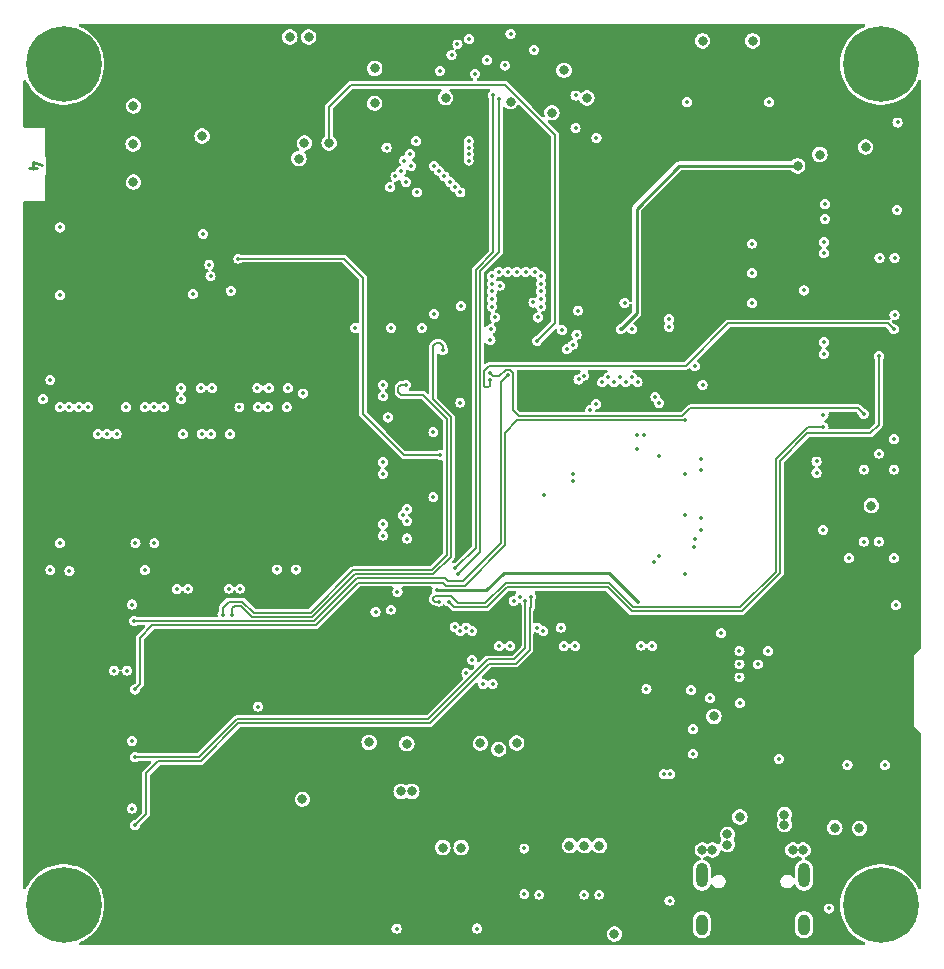
<source format=gbr>
%TF.GenerationSoftware,KiCad,Pcbnew,8.0.1*%
%TF.CreationDate,2024-05-16T14:55:53+07:00*%
%TF.ProjectId,H743_LCD_dev,48373433-5f4c-4434-945f-6465762e6b69,rev?*%
%TF.SameCoordinates,Original*%
%TF.FileFunction,Copper,L4,Inr*%
%TF.FilePolarity,Positive*%
%FSLAX46Y46*%
G04 Gerber Fmt 4.6, Leading zero omitted, Abs format (unit mm)*
G04 Created by KiCad (PCBNEW 8.0.1) date 2024-05-16 14:55:53*
%MOMM*%
%LPD*%
G01*
G04 APERTURE LIST*
%ADD10C,0.250000*%
%TA.AperFunction,NonConductor*%
%ADD11C,0.250000*%
%TD*%
%TA.AperFunction,ComponentPad*%
%ADD12C,0.800000*%
%TD*%
%TA.AperFunction,ComponentPad*%
%ADD13C,6.400000*%
%TD*%
%TA.AperFunction,ComponentPad*%
%ADD14O,1.000000X2.100000*%
%TD*%
%TA.AperFunction,ComponentPad*%
%ADD15O,1.000000X1.800000*%
%TD*%
%TA.AperFunction,ViaPad*%
%ADD16C,0.800000*%
%TD*%
%TA.AperFunction,ViaPad*%
%ADD17C,0.350000*%
%TD*%
%TA.AperFunction,Conductor*%
%ADD18C,0.250000*%
%TD*%
%TA.AperFunction,Conductor*%
%ADD19C,0.150000*%
%TD*%
G04 APERTURE END LIST*
D10*
D11*
X107380447Y-60521139D02*
X106713780Y-60521139D01*
X107761400Y-60283044D02*
X107047114Y-60044949D01*
X107047114Y-60044949D02*
X107047114Y-60663996D01*
D12*
%TO.N,GND*%
%TO.C,H3*%
X181197300Y-122941100D03*
X180494356Y-124638156D03*
X180494356Y-121244044D03*
X178797300Y-125341100D03*
D13*
X178797300Y-122941100D03*
D12*
X178797300Y-120541100D03*
X177100244Y-124638156D03*
X177100244Y-121244044D03*
X176397300Y-122941100D03*
%TD*%
%TO.N,GND*%
%TO.C,H4*%
X111997300Y-122941100D03*
X111294356Y-124638156D03*
X111294356Y-121244044D03*
X109597300Y-125341100D03*
D13*
X109597300Y-122941100D03*
D12*
X109597300Y-120541100D03*
X107900244Y-124638156D03*
X107900244Y-121244044D03*
X107197300Y-122941100D03*
%TD*%
D14*
%TO.N,/MCU/SHIELD*%
%TO.C,J4*%
X163651700Y-120426900D03*
D15*
X163651700Y-124626900D03*
D14*
X172291700Y-120426900D03*
D15*
X172291700Y-124626900D03*
%TD*%
D12*
%TO.N,GND*%
%TO.C,H1*%
X111997300Y-51741100D03*
X111294356Y-53438156D03*
X111294356Y-50044044D03*
X109597300Y-54141100D03*
D13*
X109597300Y-51741100D03*
D12*
X109597300Y-49341100D03*
X107900244Y-53438156D03*
X107900244Y-50044044D03*
X107197300Y-51741100D03*
%TD*%
%TO.N,GND*%
%TO.C,H2*%
X181197300Y-51741100D03*
X180494356Y-53438156D03*
X180494356Y-50044044D03*
X178797300Y-54141100D03*
D13*
X178797300Y-51741100D03*
D12*
X178797300Y-49341100D03*
X177100244Y-53438156D03*
X177100244Y-50044044D03*
X176397300Y-51741100D03*
%TD*%
D16*
%TO.N,GND*%
X177497800Y-58775600D03*
%TO.N,+3V3*%
X173634400Y-59416150D03*
%TO.N,VBAT*%
X171754800Y-60366150D03*
%TO.N,GND*%
X143260100Y-118084600D03*
%TO.N,+3V3*%
X141710100Y-118084600D03*
D17*
%TO.N,/LCD/LCD_G7*%
X158177801Y-84366799D03*
%TO.N,/MCU/I2S_SDO*%
X158115000Y-83134200D03*
%TO.N,/MCU/I2S_CK*%
X158704924Y-83141322D03*
%TO.N,/LCD/LCD_B7*%
X144447300Y-52578000D03*
X154717588Y-58007412D03*
D16*
%TO.N,VDD*%
X128295400Y-56438800D03*
X128295400Y-55118000D03*
X128295400Y-53797200D03*
%TO.N,/LCD/LCD_BLK*%
X132080000Y-58420000D03*
D17*
%TO.N,GND*%
X129286000Y-94538800D03*
X144602200Y-124942600D03*
X123596400Y-96164400D03*
X165277800Y-99923600D03*
D16*
X115493800Y-58521600D03*
D17*
X145846800Y-71005700D03*
X157734000Y-74193400D03*
X149783800Y-73202800D03*
D16*
X129819400Y-113995200D03*
D17*
X136626600Y-85471000D03*
X121945400Y-68725900D03*
X180213000Y-56692800D03*
X174421800Y-123240800D03*
D16*
X176987200Y-116459000D03*
D17*
X179891000Y-93573600D03*
D16*
X174904400Y-116408200D03*
D17*
X146481800Y-101015800D03*
X128574800Y-79171800D03*
X147967700Y-69342000D03*
X126009400Y-79171800D03*
X145846800Y-71647050D03*
D16*
X172213500Y-118289300D03*
D17*
X150012400Y-72288400D03*
X149377400Y-71932800D03*
X147199350Y-69342000D03*
X160909000Y-122580400D03*
X146558000Y-70510400D03*
D16*
X153913085Y-54634000D03*
D17*
X173964600Y-67767200D03*
D16*
X177986000Y-89140400D03*
D17*
X157099000Y-71958200D03*
X180060600Y-97561400D03*
X145846800Y-72288400D03*
X136626600Y-90703400D03*
D16*
X121325600Y-57842600D03*
D17*
X179959000Y-72974200D03*
X163550600Y-91160600D03*
X146431000Y-69342000D03*
X145846800Y-69723000D03*
X180187600Y-64084200D03*
D16*
X129987000Y-58426800D03*
D17*
X153136600Y-72618600D03*
X108483400Y-78486000D03*
X115392200Y-97510600D03*
X146100800Y-73202800D03*
X109296200Y-65582800D03*
D16*
X115519200Y-61747400D03*
X128752600Y-49453800D03*
D17*
X173964600Y-76276200D03*
D16*
X153695400Y-117932200D03*
X152425400Y-117932200D03*
X146439600Y-109760000D03*
D17*
X158953200Y-104673400D03*
D16*
X150947300Y-55878600D03*
D17*
X121208800Y-79171800D03*
D16*
X147447000Y-54938800D03*
D17*
X121412000Y-66116200D03*
D16*
X138667200Y-109302800D03*
D17*
X175971200Y-111074200D03*
X153035000Y-74650600D03*
D16*
X135947300Y-52119400D03*
X167944800Y-49784000D03*
D17*
X114960400Y-103098600D03*
X136626600Y-78892400D03*
D16*
X166854100Y-115495300D03*
D17*
X137795000Y-124942600D03*
X150012400Y-70364350D03*
X172288200Y-70916800D03*
X150012400Y-69723000D03*
X108483400Y-94589600D03*
X127685800Y-94538800D03*
X137312400Y-97942400D03*
X119557800Y-79171800D03*
D16*
X135466800Y-109175800D03*
X130352800Y-49453800D03*
D17*
X148736050Y-69342000D03*
X150012400Y-71005700D03*
D16*
X144890200Y-109252000D03*
D17*
X150012400Y-71647050D03*
X163042600Y-77317600D03*
X149504400Y-69342000D03*
D16*
X164542700Y-118289300D03*
D17*
X170154600Y-110566200D03*
X179120800Y-111099600D03*
X173355000Y-86360000D03*
X151968200Y-101015800D03*
X179908200Y-83515200D03*
X136017000Y-98145600D03*
D16*
X156235400Y-125399800D03*
D17*
X158470600Y-100990400D03*
X126085600Y-106146600D03*
X109296200Y-71323200D03*
X115392200Y-109042200D03*
X163550600Y-86156800D03*
X145846800Y-70364350D03*
D16*
X141947300Y-54608600D03*
D17*
X115392200Y-114782600D03*
X145770600Y-74168000D03*
X162737800Y-104775000D03*
D16*
X115519200Y-55295800D03*
D17*
X140970000Y-72898000D03*
D16*
X163679100Y-118289300D03*
X171349900Y-118289300D03*
X147963600Y-109226600D03*
D17*
X119202200Y-96189800D03*
D16*
X164668200Y-106975000D03*
X163703000Y-49784000D03*
D17*
X123748800Y-70942200D03*
%TO.N,Net-(C34-Pad1)*%
X141224000Y-96316800D03*
X158216600Y-97256600D03*
D16*
%TO.N,VDD*%
X144373600Y-114020600D03*
X124637800Y-69215000D03*
X119049800Y-65024000D03*
X144373600Y-113131600D03*
%TO.N,+3V3*%
X135940800Y-55065800D03*
D17*
X143230600Y-72212200D03*
D16*
X129529800Y-59747600D03*
D17*
X139928600Y-74084400D03*
X107848400Y-80137000D03*
X173355000Y-85394800D03*
X113893600Y-103098600D03*
X173964600Y-66827400D03*
X122174000Y-79171800D03*
D16*
X151968955Y-52271498D03*
D17*
X126974600Y-79171800D03*
X136626600Y-86436200D03*
X136652000Y-79857600D03*
X167894000Y-71983600D03*
D16*
X154965400Y-117932200D03*
D17*
X174066200Y-63627000D03*
X145745200Y-75130600D03*
X167894000Y-69469000D03*
X173964600Y-75311000D03*
X120167400Y-96164400D03*
X124561600Y-96164400D03*
X163703000Y-78917800D03*
X162890200Y-108077000D03*
X164338000Y-105435400D03*
D16*
X138176000Y-113334800D03*
D17*
X173913800Y-91173400D03*
X136626600Y-91668600D03*
D16*
X139090400Y-113334800D03*
D17*
X147421600Y-101015800D03*
X174066200Y-64846200D03*
X167894000Y-66954400D03*
X129859626Y-79642399D03*
X119557800Y-80137000D03*
X163550600Y-85191600D03*
X137871200Y-96424400D03*
X173939200Y-81457800D03*
X163550600Y-90195400D03*
X162864800Y-110134400D03*
X159435800Y-101015800D03*
X152933400Y-101015800D03*
X151815800Y-74269600D03*
%TO.N,/LCD/LCD_SPI_DAT*%
X138447300Y-59916209D03*
X143897300Y-59916209D03*
%TO.N,/MCU/PC0*%
X143194900Y-80410000D03*
X117287100Y-80791000D03*
%TO.N,/LCD/LCD_SPI_CLK*%
X143897300Y-59366206D03*
X138947300Y-59366206D03*
%TO.N,/LCD/LCD_TP_RST*%
X152947300Y-54405400D03*
X152947300Y-57187073D03*
%TO.N,/LCD/LCD_SPI_CS*%
X139447300Y-58266200D03*
X143897300Y-58266200D03*
%TO.N,/LCD/LCD_R4*%
X138597300Y-61716209D03*
X142297300Y-61716209D03*
%TO.N,/LCD/LCD_R5*%
X149447300Y-50533600D03*
X157203800Y-78689200D03*
%TO.N,/LCD/LCD_RESET*%
X143897300Y-58816203D03*
X136947300Y-58816203D03*
%TO.N,/MCU/I2S_WS*%
X137334073Y-74085202D03*
X134289800Y-74084400D03*
%TO.N,/MCU/PC4*%
X114887100Y-80791000D03*
X137073500Y-81674400D03*
%TO.N,/MCU/PC5*%
X115687100Y-92322600D03*
X140908900Y-82924400D03*
%TO.N,/LCD/LCD_G4*%
X145947300Y-54405400D03*
X142774900Y-94424400D03*
%TO.N,/LCD/LCD_G7*%
X147447300Y-49183600D03*
%TO.N,/LCD/LCD_R6*%
X142747300Y-62166209D03*
X137247300Y-62166209D03*
%TO.N,/MCU/I2S_SDO*%
X122047000Y-69725900D03*
%TO.N,/IO/STEMMA_SDA*%
X178686000Y-68173600D03*
X145923000Y-104216200D03*
%TO.N,/IO/STEMMA_SCL*%
X179956000Y-68173600D03*
X145110200Y-104216200D03*
%TO.N,/MCU/PG4*%
X149703800Y-99460000D03*
X114087100Y-83077000D03*
%TO.N,/MCU/PG5*%
X113287100Y-83077000D03*
X150203800Y-99739400D03*
%TO.N,/MCU/PG8*%
X151703800Y-99460000D03*
X116487100Y-94583200D03*
%TO.N,/LCD/LCD_B6*%
X143947300Y-49633600D03*
X158203800Y-78689200D03*
%TO.N,/LCD/HSYNC*%
X155203800Y-78689200D03*
X141447300Y-52322600D03*
%TO.N,/LCD/LCD_B4*%
X142947300Y-50083600D03*
X157703800Y-78282800D03*
%TO.N,/LCD/LCD_G5*%
X142991557Y-94924400D03*
X146447300Y-54710200D03*
%TO.N,/LCD/LCD_B3*%
X156703800Y-78282800D03*
X142447300Y-50983600D03*
%TO.N,/MCU/I2S_SD_MODE*%
X124409200Y-68224400D03*
X141478000Y-84874400D03*
%TO.N,/MCU/I2S_CK*%
X120548400Y-71221600D03*
%TO.N,/MCU/PG15*%
X160009700Y-84924400D03*
X116487100Y-80791000D03*
%TO.N,/MCU/PE0*%
X118087100Y-80791000D03*
X160009700Y-80424400D03*
%TO.N,/MCU/PE1*%
X117287100Y-92322600D03*
X159704900Y-79924400D03*
%TO.N,/LCD/VSYNC*%
X139047300Y-60366209D03*
X140947300Y-60366209D03*
%TO.N,/LCD/LCD_G2*%
X138150600Y-60816209D03*
X141397300Y-60816209D03*
%TO.N,/LCD/LCD_G6*%
X146947300Y-51872600D03*
X155703800Y-78282800D03*
%TO.N,/LCD/LCD_G3*%
X156203800Y-78689200D03*
X145447300Y-51433600D03*
%TO.N,/LCD/LCD_R7*%
X139497300Y-62616209D03*
X143197300Y-62616209D03*
%TO.N,/LCD/LCD_R3*%
X141847300Y-61266209D03*
X137697300Y-61266209D03*
D16*
%TO.N,VBUS*%
X170638700Y-116155700D03*
X170638700Y-115292100D03*
X165812700Y-117832100D03*
X165812700Y-116968500D03*
D17*
%TO.N,/MCU/~{SPI_CS}*%
X141351000Y-97256600D03*
X173939200Y-82499200D03*
%TO.N,/MCU/SPI_CLK*%
X178621000Y-76479400D03*
X142203800Y-97256563D03*
%TO.N,/MCU/SPI_MOSI*%
X145703800Y-78536800D03*
X179891000Y-74193400D03*
%TO.N,/MCU/SPI_MISO*%
X177351000Y-81356200D03*
X145703800Y-77901800D03*
%TO.N,/LCD/LCD_BLK*%
X149703800Y-75184000D03*
%TO.N,/MCU/BOOT0*%
X115620800Y-104698800D03*
X162255200Y-81924400D03*
%TO.N,/MCU/BTN0*%
X115646200Y-110413800D03*
X148703800Y-97224800D03*
%TO.N,/MCU/SD_DAT2*%
X166827200Y-101473000D03*
X169269400Y-101473000D03*
%TO.N,/MCU/BTN1*%
X149203800Y-96843800D03*
X115646200Y-116179600D03*
%TO.N,/IO/NRST*%
X149885400Y-122072400D03*
X115570000Y-98907600D03*
X147218400Y-78105000D03*
%TO.N,/IO/SWCLK*%
X160976403Y-111887000D03*
X153695400Y-122072400D03*
%TO.N,/IO/SWDIO*%
X160426400Y-111887000D03*
X154965400Y-122072400D03*
%TO.N,/MCU/SDRAM_ADD10*%
X112487100Y-83077000D03*
X140908900Y-88424400D03*
%TO.N,/MCU/SDRAM_DQ4*%
X138673700Y-89424400D03*
X123687100Y-83077000D03*
%TO.N,/MCU/SDRAM_DQ2*%
X126087100Y-80791000D03*
X159603300Y-93924400D03*
%TO.N,/MCU/SDRAM_DQ13*%
X143702900Y-103320800D03*
X143703800Y-99460000D03*
%TO.N,/MCU/SDRAM_DQ6*%
X138673700Y-90424400D03*
X121287100Y-83077000D03*
%TO.N,/MCU/SDRAM_ADD0*%
X111687100Y-80791000D03*
X154703800Y-80548793D03*
%TO.N,/MCU/SDRAM_DQ0*%
X147703800Y-97224800D03*
X128487100Y-80791000D03*
%TO.N,/MCU/SDRAM_ADD3*%
X109287100Y-80791000D03*
X153202500Y-78454200D03*
%TO.N,/MCU/SDRAM_DQ5*%
X138318100Y-89924400D03*
X122087100Y-83077000D03*
%TO.N,/MCU/SDRAM_DQ7*%
X119687100Y-83077000D03*
X138673700Y-91924400D03*
%TO.N,/MCU/SDRAM_DQ1*%
X148203800Y-96843800D03*
X126887100Y-80791000D03*
%TO.N,/MCU/SDRAM_DQ3*%
X159984300Y-93424400D03*
X124487100Y-80816400D03*
%TO.N,/MCU/SDRAM_DQ14*%
X144203800Y-99739400D03*
X144203800Y-102216198D03*
%TO.N,/MCU/SDRAM_ADD5*%
X110098700Y-94659400D03*
X152203800Y-75888800D03*
%TO.N,/MCU/SDRAM_ADD2*%
X153685100Y-78124000D03*
X110087100Y-80791000D03*
%TO.N,/MCU/SDRAM_ADD1*%
X154203800Y-81044093D03*
X110887100Y-80791000D03*
%TO.N,/MCU/SDRAM_ADD4*%
X109285900Y-92297200D03*
X152703800Y-75507800D03*
%TO.N,/MCU/SD_DAT3*%
X166827200Y-102575000D03*
X168369400Y-102575000D03*
%TO.N,/MCU/SD_CLK*%
X152753800Y-86470402D03*
X166852600Y-105875000D03*
%TO.N,/MCU/SD_CMD*%
X166827200Y-103675000D03*
X152753800Y-87020400D03*
%TO.N,/MCU/~{NOR_CS}*%
X162229800Y-94919800D03*
X176081000Y-93573600D03*
%TO.N,/MCU/NOR_D3*%
X162229800Y-86424400D03*
X177351000Y-86080600D03*
%TO.N,/MCU/NOR_D2*%
X162229800Y-89916000D03*
X178621000Y-92176600D03*
%TO.N,/MCU/NOR_CLK*%
X178621000Y-84734400D03*
X150241000Y-88252200D03*
%TO.N,/MCU/NOR_D0*%
X163017200Y-92633800D03*
X179891000Y-86080600D03*
%TO.N,/MCU/NOR_D1*%
X177351000Y-92176600D03*
X163042600Y-91973400D03*
%TO.N,/MCU/LED_0*%
X169353866Y-54991000D03*
X160877786Y-73984386D03*
%TO.N,/MCU/LED_1*%
X162382200Y-54991000D03*
X160851000Y-73355200D03*
%TO.N,VBAT*%
X156768800Y-74193400D03*
%TO.N,/IO/USART1_RX*%
X143205200Y-99745800D03*
X148615400Y-118160800D03*
%TO.N,/IO/USART1_TX*%
X142706617Y-99415412D03*
X148615400Y-122047000D03*
%TO.N,/IO/USART2_RX*%
X123063000Y-98374200D03*
X138582400Y-78899400D03*
%TO.N,/IO/USART2_TX*%
X141706600Y-75971400D03*
X123875800Y-98374200D03*
%TD*%
D18*
%TO.N,VBAT*%
X156768800Y-74193400D02*
X158115000Y-72847200D01*
X158115000Y-72847200D02*
X158115000Y-63982600D01*
X158115000Y-63982600D02*
X161721800Y-60375800D01*
X161721800Y-60375800D02*
X171745150Y-60375800D01*
X171745150Y-60375800D02*
X171754800Y-60366150D01*
D19*
%TO.N,/LCD/LCD_BLK*%
X132080000Y-55346600D02*
X132080000Y-58420000D01*
D18*
%TO.N,Net-(C34-Pad1)*%
X155803600Y-94843600D02*
X158216600Y-97256600D01*
X146862800Y-94843600D02*
X155803600Y-94843600D01*
X141236000Y-96304800D02*
X145401600Y-96304800D01*
X141236000Y-96304800D02*
X141224000Y-96316800D01*
X145401600Y-96304800D02*
X146862800Y-94843600D01*
D19*
%TO.N,/LCD/LCD_G4*%
X144486400Y-92712900D02*
X144486400Y-69151900D01*
X142774900Y-94424400D02*
X144486400Y-92712900D01*
X145947300Y-67691000D02*
X145947300Y-54405400D01*
X144486400Y-69151900D02*
X145947300Y-67691000D01*
%TO.N,/LCD/LCD_G5*%
X142991557Y-94924400D02*
X144836400Y-93079557D01*
X146447300Y-67685974D02*
X146447300Y-54710200D01*
X144836400Y-69296874D02*
X146447300Y-67685974D01*
X144836400Y-93079557D02*
X144836400Y-69296874D01*
%TO.N,/MCU/I2S_SD_MODE*%
X134950200Y-69824600D02*
X133350000Y-68224400D01*
X133350000Y-68224400D02*
X124409200Y-68224400D01*
X134950200Y-81407000D02*
X134950200Y-69824600D01*
X141478000Y-84874400D02*
X138417600Y-84874400D01*
X138417600Y-84874400D02*
X134950200Y-81407000D01*
%TO.N,/MCU/~{SPI_CS}*%
X147022626Y-95662000D02*
X155809200Y-95662000D01*
X141351000Y-97256600D02*
X141020800Y-97256600D01*
X141020800Y-97256600D02*
X140893800Y-97129600D01*
X172593000Y-82499200D02*
X173939200Y-82499200D01*
X141026337Y-96806563D02*
X142390197Y-96806563D01*
X166898226Y-97706600D02*
X169880800Y-94724026D01*
X155809200Y-95662000D02*
X157853800Y-97706600D01*
X140893800Y-96939100D02*
X141026337Y-96806563D01*
X142972834Y-97389200D02*
X145295426Y-97389200D01*
X145295426Y-97389200D02*
X147022626Y-95662000D01*
X157853800Y-97706600D02*
X166898226Y-97706600D01*
X140893800Y-97129600D02*
X140893800Y-96939100D01*
X169880800Y-85211400D02*
X172593000Y-82499200D01*
X142390197Y-96806563D02*
X142972834Y-97389200D01*
X169880800Y-94724026D02*
X169880800Y-85211400D01*
%TO.N,/MCU/SPI_CLK*%
X177901600Y-83007200D02*
X178621000Y-82287800D01*
X147167600Y-96012000D02*
X155664226Y-96012000D01*
X142686437Y-97739200D02*
X145440400Y-97739200D01*
X155664226Y-96012000D02*
X157708826Y-98056600D01*
X170230800Y-94869000D02*
X170230800Y-85356374D01*
X145440400Y-97739200D02*
X147167600Y-96012000D01*
X170230800Y-85356374D02*
X172579974Y-83007200D01*
X172579974Y-83007200D02*
X177901600Y-83007200D01*
X178621000Y-82287800D02*
X178621000Y-76479400D01*
X157708826Y-98056600D02*
X167043201Y-98056600D01*
X167043201Y-98056600D02*
X170230800Y-94869000D01*
X142203800Y-97256563D02*
X142686437Y-97739200D01*
%TO.N,/MCU/SPI_MOSI*%
X145567400Y-79121000D02*
X145288000Y-79121000D01*
X165862000Y-73710800D02*
X179408400Y-73710800D01*
X162267800Y-77305000D02*
X165862000Y-73710800D01*
X145288000Y-79121000D02*
X145186400Y-79019400D01*
X145186400Y-77749400D02*
X145630800Y-77305000D01*
X145703800Y-78536800D02*
X145703800Y-78984600D01*
X145630800Y-77305000D02*
X162267800Y-77305000D01*
X145703800Y-78984600D02*
X145567400Y-79121000D01*
X179408400Y-73710800D02*
X179891000Y-74193400D01*
X145186400Y-79019400D02*
X145186400Y-77749400D01*
%TO.N,/MCU/SPI_MISO*%
X147668400Y-81069600D02*
X147668400Y-77918603D01*
X147032003Y-77655000D02*
X146505803Y-78181200D01*
X162644203Y-80899000D02*
X161968803Y-81574400D01*
X148173200Y-81574400D02*
X147668400Y-81069600D01*
X145983200Y-78181200D02*
X145703800Y-77901800D01*
X147404797Y-77655000D02*
X147032003Y-77655000D01*
X147668400Y-77918603D02*
X147404797Y-77655000D01*
X146505803Y-78181200D02*
X145983200Y-78181200D01*
X161968803Y-81574400D02*
X148173200Y-81574400D01*
X176893800Y-80899000D02*
X162644203Y-80899000D01*
X177351000Y-81356200D02*
X176893800Y-80899000D01*
%TO.N,/LCD/LCD_BLK*%
X151206200Y-57743405D02*
X146979195Y-53516400D01*
X151206200Y-73681600D02*
X151206200Y-57743405D01*
X146979195Y-53516400D02*
X133910200Y-53516400D01*
X133910200Y-53516400D02*
X132080000Y-55346600D01*
X149703800Y-75184000D02*
X151206200Y-73681600D01*
%TO.N,/MCU/BOOT0*%
X146997300Y-82948900D02*
X146997300Y-92486274D01*
X141714026Y-95650800D02*
X134549400Y-95650800D01*
X141968025Y-95904800D02*
X141714026Y-95650800D01*
X143578774Y-95904800D02*
X141968025Y-95904800D01*
X116078000Y-104241600D02*
X115620800Y-104698800D01*
X162255200Y-81924400D02*
X148021800Y-81924400D01*
X117125000Y-99257600D02*
X116078000Y-100304600D01*
X130942600Y-99257600D02*
X117125000Y-99257600D01*
X146997300Y-92486274D02*
X143578774Y-95904800D01*
X148021800Y-81924400D02*
X146997300Y-82948900D01*
X134549400Y-95650800D02*
X130942600Y-99257600D01*
X116078000Y-100304600D02*
X116078000Y-104241600D01*
%TO.N,/MCU/BTN0*%
X148703800Y-97224800D02*
X148703800Y-101181400D01*
X121056400Y-110413800D02*
X115646200Y-110413800D01*
X148703800Y-101181400D02*
X147726400Y-102158800D01*
X145516600Y-102158800D02*
X140462000Y-107213400D01*
X140462000Y-107213400D02*
X124256800Y-107213400D01*
X124256800Y-107213400D02*
X121056400Y-110413800D01*
X147726400Y-102158800D02*
X145516600Y-102158800D01*
%TO.N,/MCU/BTN1*%
X124401774Y-107563400D02*
X121201374Y-110763800D01*
X149203800Y-97690800D02*
X149053800Y-97840800D01*
X145661574Y-102508800D02*
X140606974Y-107563400D01*
X149203800Y-96843800D02*
X149203800Y-97690800D01*
X121201374Y-110763800D02*
X117633000Y-110763800D01*
X140606974Y-107563400D02*
X124401774Y-107563400D01*
X149053800Y-97840800D02*
X149053800Y-101326374D01*
X117633000Y-110763800D02*
X116586000Y-111810800D01*
X116586000Y-111810800D02*
X116586000Y-115239800D01*
X116586000Y-115239800D02*
X115646200Y-116179600D01*
X147871374Y-102508800D02*
X145661574Y-102508800D01*
X149053800Y-101326374D02*
X147871374Y-102508800D01*
%TO.N,/IO/NRST*%
X134404426Y-95300800D02*
X130797626Y-98907600D01*
X146647300Y-92341300D02*
X143433800Y-95554800D01*
X146647300Y-78676100D02*
X146647300Y-92341300D01*
X130797626Y-98907600D02*
X115570000Y-98907600D01*
X143433800Y-95554800D02*
X142113000Y-95554800D01*
X147218400Y-78105000D02*
X146647300Y-78676100D01*
X141859000Y-95300800D02*
X134404426Y-95300800D01*
X142113000Y-95554800D02*
X141859000Y-95300800D01*
%TO.N,/IO/USART2_RX*%
X137947400Y-79502000D02*
X138201400Y-79756000D01*
X138201400Y-79756000D02*
X140030200Y-79756000D01*
X137947400Y-79121000D02*
X137947400Y-79502000D01*
X140030200Y-79756000D02*
X142036800Y-81762600D01*
X130507678Y-98207600D02*
X125690400Y-98207600D01*
X142036800Y-81762600D02*
X142036800Y-93332626D01*
X125690400Y-98207600D02*
X124739401Y-97256600D01*
X142036800Y-93332626D02*
X140768626Y-94600800D01*
X138169000Y-78899400D02*
X137947400Y-79121000D01*
X134114478Y-94600800D02*
X130507678Y-98207600D01*
X140768626Y-94600800D02*
X134114478Y-94600800D01*
X123571000Y-97256600D02*
X123063000Y-97764600D01*
X138582400Y-78899400D02*
X138169000Y-78899400D01*
X124739401Y-97256600D02*
X123571000Y-97256600D01*
X123063000Y-97764600D02*
X123063000Y-98374200D01*
%TO.N,/IO/USART2_TX*%
X142392400Y-93472000D02*
X140913600Y-94950800D01*
X141097000Y-75387200D02*
X140893800Y-75590400D01*
X141706600Y-75971400D02*
X141706600Y-75590400D01*
X141706600Y-75590400D02*
X141503400Y-75387200D01*
X124594426Y-97606600D02*
X124084600Y-97606600D01*
X125545426Y-98557600D02*
X124594426Y-97606600D01*
X140893800Y-80124626D02*
X142392400Y-81623226D01*
X124084600Y-97606600D02*
X123875800Y-97815400D01*
X134259452Y-94950800D02*
X130652652Y-98557600D01*
X142392400Y-81623226D02*
X142392400Y-93472000D01*
X140913600Y-94950800D02*
X134259452Y-94950800D01*
X123875800Y-97815400D02*
X123875800Y-98374200D01*
X140893800Y-75590400D02*
X140893800Y-80124626D01*
X130652652Y-98557600D02*
X125545426Y-98557600D01*
X141503400Y-75387200D02*
X141097000Y-75387200D01*
%TD*%
%TA.AperFunction,Conductor*%
%TO.N,VDD*%
G36*
X177432334Y-48360785D02*
G01*
X177478089Y-48413589D01*
X177488033Y-48482747D01*
X177459008Y-48546303D01*
X177417361Y-48577639D01*
X177178691Y-48688059D01*
X177178678Y-48688066D01*
X176858094Y-48880953D01*
X176858089Y-48880957D01*
X176560213Y-49107396D01*
X176560212Y-49107397D01*
X176288572Y-49364708D01*
X176046352Y-49649870D01*
X176046345Y-49649880D01*
X175836373Y-49959565D01*
X175661115Y-50290136D01*
X175661106Y-50290154D01*
X175522618Y-50637735D01*
X175522617Y-50637737D01*
X175422523Y-50998246D01*
X175422522Y-50998249D01*
X175361988Y-51367489D01*
X175341732Y-51741097D01*
X175341732Y-51741102D01*
X175361988Y-52114710D01*
X175422522Y-52483950D01*
X175422523Y-52483953D01*
X175522617Y-52844462D01*
X175522618Y-52844464D01*
X175661106Y-53192045D01*
X175661115Y-53192063D01*
X175836373Y-53522634D01*
X176046345Y-53832319D01*
X176046352Y-53832329D01*
X176288572Y-54117491D01*
X176288573Y-54117492D01*
X176560213Y-54374803D01*
X176858080Y-54601236D01*
X176858085Y-54601239D01*
X176858089Y-54601242D01*
X176858094Y-54601246D01*
X177173168Y-54790818D01*
X177178683Y-54794136D01*
X177178687Y-54794137D01*
X177178691Y-54794140D01*
X177435869Y-54913123D01*
X177518262Y-54951242D01*
X177872838Y-55070713D01*
X178238251Y-55151146D01*
X178610219Y-55191600D01*
X178610225Y-55191600D01*
X178984375Y-55191600D01*
X178984381Y-55191600D01*
X179356349Y-55151146D01*
X179721762Y-55070713D01*
X180076338Y-54951242D01*
X180415917Y-54794136D01*
X180589229Y-54689858D01*
X180736505Y-54601246D01*
X180736510Y-54601242D01*
X180736509Y-54601242D01*
X180736520Y-54601236D01*
X181034387Y-54374803D01*
X181306027Y-54117492D01*
X181548254Y-53832321D01*
X181758228Y-53522631D01*
X181933489Y-53192055D01*
X181933492Y-53192045D01*
X181933496Y-53192039D01*
X181955007Y-53138050D01*
X181998107Y-53083057D01*
X182064096Y-53060096D01*
X182132023Y-53076457D01*
X182180322Y-53126944D01*
X182194200Y-53183946D01*
X182194200Y-101142238D01*
X182174515Y-101209277D01*
X182157881Y-101229919D01*
X181610000Y-101777799D01*
X181610000Y-107794500D01*
X182160981Y-108345481D01*
X182194466Y-108406804D01*
X182197300Y-108433162D01*
X182197300Y-121506033D01*
X182177615Y-121573072D01*
X182124811Y-121618827D01*
X182055653Y-121628771D01*
X181992097Y-121599746D01*
X181958107Y-121551930D01*
X181933493Y-121490155D01*
X181933492Y-121490154D01*
X181933489Y-121490145D01*
X181777446Y-121195817D01*
X181758226Y-121159565D01*
X181650669Y-121000930D01*
X181548254Y-120849879D01*
X181548250Y-120849874D01*
X181548247Y-120849870D01*
X181306027Y-120564708D01*
X181034387Y-120307397D01*
X181034386Y-120307396D01*
X180949508Y-120242873D01*
X180736520Y-120080964D01*
X180736516Y-120080961D01*
X180736510Y-120080957D01*
X180736505Y-120080953D01*
X180415921Y-119888066D01*
X180415908Y-119888059D01*
X180076348Y-119730962D01*
X180076343Y-119730960D01*
X180076338Y-119730958D01*
X179903503Y-119672723D01*
X179721761Y-119611486D01*
X179356347Y-119531053D01*
X178984382Y-119490600D01*
X178984381Y-119490600D01*
X178610219Y-119490600D01*
X178610217Y-119490600D01*
X178238252Y-119531053D01*
X177872838Y-119611486D01*
X177598740Y-119703841D01*
X177518262Y-119730958D01*
X177518259Y-119730959D01*
X177518251Y-119730962D01*
X177178691Y-119888059D01*
X177178678Y-119888066D01*
X176858094Y-120080953D01*
X176858089Y-120080957D01*
X176560213Y-120307396D01*
X176560212Y-120307397D01*
X176288572Y-120564708D01*
X176046352Y-120849870D01*
X176046345Y-120849880D01*
X175836373Y-121159565D01*
X175661115Y-121490136D01*
X175661106Y-121490154D01*
X175522618Y-121837735D01*
X175522617Y-121837737D01*
X175422523Y-122198246D01*
X175422522Y-122198249D01*
X175361988Y-122567489D01*
X175341732Y-122941097D01*
X175341732Y-122941102D01*
X175361988Y-123314710D01*
X175422522Y-123683950D01*
X175422523Y-123683953D01*
X175522617Y-124044462D01*
X175522618Y-124044464D01*
X175661106Y-124392045D01*
X175661115Y-124392063D01*
X175836373Y-124722634D01*
X176046345Y-125032319D01*
X176046352Y-125032329D01*
X176266175Y-125291123D01*
X176288573Y-125317492D01*
X176560213Y-125574803D01*
X176858080Y-125801236D01*
X176858085Y-125801239D01*
X176858089Y-125801242D01*
X176858094Y-125801246D01*
X177178678Y-125994133D01*
X177178683Y-125994136D01*
X177178687Y-125994137D01*
X177178691Y-125994140D01*
X177414119Y-126103061D01*
X177466697Y-126149075D01*
X177486051Y-126216211D01*
X177466037Y-126283152D01*
X177413008Y-126328647D01*
X177362053Y-126339600D01*
X111032547Y-126339600D01*
X110965508Y-126319915D01*
X110919753Y-126267111D01*
X110909809Y-126197953D01*
X110938834Y-126134397D01*
X110980481Y-126103061D01*
X111170739Y-126015037D01*
X111215917Y-125994136D01*
X111337212Y-125921155D01*
X111536505Y-125801246D01*
X111536510Y-125801242D01*
X111536509Y-125801242D01*
X111536520Y-125801236D01*
X111834387Y-125574803D01*
X112019135Y-125399800D01*
X155580122Y-125399800D01*
X155599162Y-125556618D01*
X155655180Y-125704323D01*
X155744917Y-125834330D01*
X155863160Y-125939083D01*
X155863162Y-125939084D01*
X156003034Y-126012496D01*
X156156414Y-126050300D01*
X156156415Y-126050300D01*
X156314385Y-126050300D01*
X156467765Y-126012496D01*
X156502739Y-125994140D01*
X156607640Y-125939083D01*
X156725883Y-125834330D01*
X156815620Y-125704323D01*
X156871637Y-125556618D01*
X156890678Y-125399800D01*
X156888566Y-125382401D01*
X156871637Y-125242981D01*
X156817722Y-125100820D01*
X162901199Y-125100820D01*
X162930040Y-125245807D01*
X162930043Y-125245817D01*
X162986612Y-125382388D01*
X162986619Y-125382401D01*
X163068748Y-125505315D01*
X163068751Y-125505319D01*
X163173280Y-125609848D01*
X163173284Y-125609851D01*
X163296198Y-125691980D01*
X163296211Y-125691987D01*
X163432782Y-125748556D01*
X163432787Y-125748558D01*
X163432791Y-125748558D01*
X163432792Y-125748559D01*
X163577779Y-125777400D01*
X163577782Y-125777400D01*
X163725620Y-125777400D01*
X163823162Y-125757996D01*
X163870613Y-125748558D01*
X164007195Y-125691984D01*
X164130116Y-125609851D01*
X164234651Y-125505316D01*
X164316784Y-125382395D01*
X164373358Y-125245813D01*
X164402200Y-125100820D01*
X171541199Y-125100820D01*
X171570040Y-125245807D01*
X171570043Y-125245817D01*
X171626612Y-125382388D01*
X171626619Y-125382401D01*
X171708748Y-125505315D01*
X171708751Y-125505319D01*
X171813280Y-125609848D01*
X171813284Y-125609851D01*
X171936198Y-125691980D01*
X171936211Y-125691987D01*
X172072782Y-125748556D01*
X172072787Y-125748558D01*
X172072791Y-125748558D01*
X172072792Y-125748559D01*
X172217779Y-125777400D01*
X172217782Y-125777400D01*
X172365620Y-125777400D01*
X172463162Y-125757996D01*
X172510613Y-125748558D01*
X172647195Y-125691984D01*
X172770116Y-125609851D01*
X172874651Y-125505316D01*
X172956784Y-125382395D01*
X173013358Y-125245813D01*
X173042200Y-125100818D01*
X173042200Y-124152982D01*
X173042200Y-124152979D01*
X173013359Y-124007992D01*
X173013358Y-124007991D01*
X173013358Y-124007987D01*
X173013356Y-124007982D01*
X172956787Y-123871411D01*
X172956780Y-123871398D01*
X172874651Y-123748484D01*
X172874648Y-123748480D01*
X172770119Y-123643951D01*
X172770115Y-123643948D01*
X172647201Y-123561819D01*
X172647188Y-123561812D01*
X172510617Y-123505243D01*
X172510607Y-123505240D01*
X172365620Y-123476400D01*
X172365618Y-123476400D01*
X172217782Y-123476400D01*
X172217780Y-123476400D01*
X172072792Y-123505240D01*
X172072782Y-123505243D01*
X171936211Y-123561812D01*
X171936198Y-123561819D01*
X171813284Y-123643948D01*
X171813280Y-123643951D01*
X171708751Y-123748480D01*
X171708748Y-123748484D01*
X171626619Y-123871398D01*
X171626612Y-123871411D01*
X171570043Y-124007982D01*
X171570040Y-124007992D01*
X171541200Y-124152979D01*
X171541200Y-124152982D01*
X171541200Y-125100818D01*
X171541200Y-125100820D01*
X171541199Y-125100820D01*
X164402200Y-125100820D01*
X164402200Y-125100818D01*
X164402200Y-124152982D01*
X164402200Y-124152979D01*
X164373359Y-124007992D01*
X164373358Y-124007991D01*
X164373358Y-124007987D01*
X164373356Y-124007982D01*
X164316787Y-123871411D01*
X164316780Y-123871398D01*
X164234651Y-123748484D01*
X164234648Y-123748480D01*
X164130119Y-123643951D01*
X164130115Y-123643948D01*
X164007201Y-123561819D01*
X164007188Y-123561812D01*
X163870617Y-123505243D01*
X163870607Y-123505240D01*
X163725620Y-123476400D01*
X163725618Y-123476400D01*
X163577782Y-123476400D01*
X163577780Y-123476400D01*
X163432792Y-123505240D01*
X163432782Y-123505243D01*
X163296211Y-123561812D01*
X163296198Y-123561819D01*
X163173284Y-123643948D01*
X163173280Y-123643951D01*
X163068751Y-123748480D01*
X163068748Y-123748484D01*
X162986619Y-123871398D01*
X162986612Y-123871411D01*
X162930043Y-124007982D01*
X162930040Y-124007992D01*
X162901200Y-124152979D01*
X162901200Y-124152982D01*
X162901200Y-125100818D01*
X162901200Y-125100820D01*
X162901199Y-125100820D01*
X156817722Y-125100820D01*
X156817721Y-125100818D01*
X156815620Y-125095277D01*
X156725883Y-124965270D01*
X156607640Y-124860517D01*
X156607638Y-124860516D01*
X156607637Y-124860515D01*
X156467765Y-124787103D01*
X156314386Y-124749300D01*
X156314385Y-124749300D01*
X156156415Y-124749300D01*
X156156414Y-124749300D01*
X156003034Y-124787103D01*
X155863162Y-124860515D01*
X155744916Y-124965271D01*
X155655181Y-125095275D01*
X155655180Y-125095276D01*
X155599162Y-125242981D01*
X155580122Y-125399799D01*
X155580122Y-125399800D01*
X112019135Y-125399800D01*
X112106027Y-125317492D01*
X112348254Y-125032321D01*
X112409085Y-124942602D01*
X137364196Y-124942602D01*
X137385279Y-125075721D01*
X137385280Y-125075724D01*
X137385281Y-125075726D01*
X137446472Y-125195820D01*
X137446473Y-125195821D01*
X137446476Y-125195825D01*
X137541774Y-125291123D01*
X137541778Y-125291126D01*
X137541780Y-125291128D01*
X137661874Y-125352319D01*
X137661876Y-125352319D01*
X137661878Y-125352320D01*
X137794998Y-125373404D01*
X137795000Y-125373404D01*
X137795002Y-125373404D01*
X137928121Y-125352320D01*
X137928121Y-125352319D01*
X137928126Y-125352319D01*
X138048220Y-125291128D01*
X138143528Y-125195820D01*
X138204719Y-125075726D01*
X138204720Y-125075721D01*
X138225804Y-124942602D01*
X144171396Y-124942602D01*
X144192479Y-125075721D01*
X144192480Y-125075724D01*
X144192481Y-125075726D01*
X144253672Y-125195820D01*
X144253673Y-125195821D01*
X144253676Y-125195825D01*
X144348974Y-125291123D01*
X144348978Y-125291126D01*
X144348980Y-125291128D01*
X144469074Y-125352319D01*
X144469076Y-125352319D01*
X144469078Y-125352320D01*
X144602198Y-125373404D01*
X144602200Y-125373404D01*
X144602202Y-125373404D01*
X144735321Y-125352320D01*
X144735321Y-125352319D01*
X144735326Y-125352319D01*
X144855420Y-125291128D01*
X144950728Y-125195820D01*
X145011919Y-125075726D01*
X145011920Y-125075721D01*
X145033004Y-124942602D01*
X145033004Y-124942597D01*
X145011920Y-124809478D01*
X145011919Y-124809476D01*
X145011919Y-124809474D01*
X144950728Y-124689380D01*
X144950726Y-124689378D01*
X144950723Y-124689374D01*
X144855425Y-124594076D01*
X144855421Y-124594073D01*
X144855420Y-124594072D01*
X144735326Y-124532881D01*
X144735324Y-124532880D01*
X144735321Y-124532879D01*
X144602202Y-124511796D01*
X144602198Y-124511796D01*
X144469078Y-124532879D01*
X144348978Y-124594073D01*
X144348974Y-124594076D01*
X144253676Y-124689374D01*
X144253673Y-124689378D01*
X144192479Y-124809478D01*
X144171396Y-124942597D01*
X144171396Y-124942602D01*
X138225804Y-124942602D01*
X138225804Y-124942597D01*
X138204720Y-124809478D01*
X138204719Y-124809476D01*
X138204719Y-124809474D01*
X138143528Y-124689380D01*
X138143526Y-124689378D01*
X138143523Y-124689374D01*
X138048225Y-124594076D01*
X138048221Y-124594073D01*
X138048220Y-124594072D01*
X137928126Y-124532881D01*
X137928124Y-124532880D01*
X137928121Y-124532879D01*
X137795002Y-124511796D01*
X137794998Y-124511796D01*
X137661878Y-124532879D01*
X137541778Y-124594073D01*
X137541774Y-124594076D01*
X137446476Y-124689374D01*
X137446473Y-124689378D01*
X137385279Y-124809478D01*
X137364196Y-124942597D01*
X137364196Y-124942602D01*
X112409085Y-124942602D01*
X112558228Y-124722631D01*
X112733489Y-124392055D01*
X112871980Y-124044468D01*
X112882111Y-124007982D01*
X112920033Y-123871398D01*
X112972079Y-123683945D01*
X113032611Y-123314713D01*
X113036618Y-123240802D01*
X173990996Y-123240802D01*
X174012079Y-123373921D01*
X174012080Y-123373924D01*
X174012081Y-123373926D01*
X174073272Y-123494020D01*
X174073273Y-123494021D01*
X174073276Y-123494025D01*
X174168574Y-123589323D01*
X174168578Y-123589326D01*
X174168580Y-123589328D01*
X174288674Y-123650519D01*
X174288676Y-123650519D01*
X174288678Y-123650520D01*
X174421798Y-123671604D01*
X174421800Y-123671604D01*
X174421802Y-123671604D01*
X174554921Y-123650520D01*
X174554921Y-123650519D01*
X174554926Y-123650519D01*
X174675020Y-123589328D01*
X174770328Y-123494020D01*
X174831519Y-123373926D01*
X174831520Y-123373921D01*
X174852604Y-123240802D01*
X174852604Y-123240797D01*
X174831520Y-123107678D01*
X174831519Y-123107676D01*
X174831519Y-123107674D01*
X174770328Y-122987580D01*
X174770326Y-122987578D01*
X174770323Y-122987574D01*
X174675025Y-122892276D01*
X174675021Y-122892273D01*
X174675020Y-122892272D01*
X174554926Y-122831081D01*
X174554924Y-122831080D01*
X174554921Y-122831079D01*
X174421802Y-122809996D01*
X174421798Y-122809996D01*
X174288678Y-122831079D01*
X174168578Y-122892273D01*
X174168574Y-122892276D01*
X174073276Y-122987574D01*
X174073273Y-122987578D01*
X174012079Y-123107678D01*
X173990996Y-123240797D01*
X173990996Y-123240802D01*
X113036618Y-123240802D01*
X113052868Y-122941100D01*
X113033311Y-122580402D01*
X160478196Y-122580402D01*
X160499279Y-122713521D01*
X160499280Y-122713524D01*
X160499281Y-122713526D01*
X160560472Y-122833620D01*
X160560473Y-122833621D01*
X160560476Y-122833625D01*
X160655774Y-122928923D01*
X160655778Y-122928926D01*
X160655780Y-122928928D01*
X160775874Y-122990119D01*
X160775876Y-122990119D01*
X160775878Y-122990120D01*
X160908998Y-123011204D01*
X160909000Y-123011204D01*
X160909002Y-123011204D01*
X161042121Y-122990120D01*
X161042121Y-122990119D01*
X161042126Y-122990119D01*
X161162220Y-122928928D01*
X161257528Y-122833620D01*
X161318719Y-122713526D01*
X161339804Y-122580400D01*
X161337759Y-122567489D01*
X161318720Y-122447278D01*
X161318719Y-122447276D01*
X161318719Y-122447274D01*
X161257528Y-122327180D01*
X161257526Y-122327178D01*
X161257523Y-122327174D01*
X161162225Y-122231876D01*
X161162221Y-122231873D01*
X161162220Y-122231872D01*
X161042126Y-122170681D01*
X161042124Y-122170680D01*
X161042121Y-122170679D01*
X160909002Y-122149596D01*
X160908998Y-122149596D01*
X160775878Y-122170679D01*
X160655778Y-122231873D01*
X160655774Y-122231876D01*
X160560476Y-122327174D01*
X160560473Y-122327178D01*
X160499279Y-122447278D01*
X160478196Y-122580397D01*
X160478196Y-122580402D01*
X113033311Y-122580402D01*
X113032611Y-122567487D01*
X112972079Y-122198255D01*
X112930084Y-122047002D01*
X148184596Y-122047002D01*
X148205679Y-122180121D01*
X148205680Y-122180124D01*
X148205681Y-122180126D01*
X148232049Y-122231876D01*
X148266873Y-122300221D01*
X148266876Y-122300225D01*
X148362174Y-122395523D01*
X148362178Y-122395526D01*
X148362180Y-122395528D01*
X148482274Y-122456719D01*
X148482276Y-122456719D01*
X148482278Y-122456720D01*
X148615398Y-122477804D01*
X148615400Y-122477804D01*
X148615402Y-122477804D01*
X148748521Y-122456720D01*
X148748521Y-122456719D01*
X148748526Y-122456719D01*
X148868620Y-122395528D01*
X148963928Y-122300220D01*
X149025119Y-122180126D01*
X149026615Y-122170679D01*
X149042181Y-122072402D01*
X149454596Y-122072402D01*
X149475679Y-122205521D01*
X149475680Y-122205524D01*
X149475681Y-122205526D01*
X149523931Y-122300221D01*
X149536873Y-122325621D01*
X149536876Y-122325625D01*
X149632174Y-122420923D01*
X149632178Y-122420926D01*
X149632180Y-122420928D01*
X149752274Y-122482119D01*
X149752276Y-122482119D01*
X149752278Y-122482120D01*
X149885398Y-122503204D01*
X149885400Y-122503204D01*
X149885402Y-122503204D01*
X150018521Y-122482120D01*
X150018521Y-122482119D01*
X150018526Y-122482119D01*
X150138620Y-122420928D01*
X150233928Y-122325620D01*
X150295119Y-122205526D01*
X150300638Y-122170679D01*
X150316204Y-122072402D01*
X153264596Y-122072402D01*
X153285679Y-122205521D01*
X153285680Y-122205524D01*
X153285681Y-122205526D01*
X153333931Y-122300221D01*
X153346873Y-122325621D01*
X153346876Y-122325625D01*
X153442174Y-122420923D01*
X153442178Y-122420926D01*
X153442180Y-122420928D01*
X153562274Y-122482119D01*
X153562276Y-122482119D01*
X153562278Y-122482120D01*
X153695398Y-122503204D01*
X153695400Y-122503204D01*
X153695402Y-122503204D01*
X153828521Y-122482120D01*
X153828521Y-122482119D01*
X153828526Y-122482119D01*
X153948620Y-122420928D01*
X154043928Y-122325620D01*
X154105119Y-122205526D01*
X154110638Y-122170679D01*
X154126204Y-122072402D01*
X154534596Y-122072402D01*
X154555679Y-122205521D01*
X154555680Y-122205524D01*
X154555681Y-122205526D01*
X154603931Y-122300221D01*
X154616873Y-122325621D01*
X154616876Y-122325625D01*
X154712174Y-122420923D01*
X154712178Y-122420926D01*
X154712180Y-122420928D01*
X154832274Y-122482119D01*
X154832276Y-122482119D01*
X154832278Y-122482120D01*
X154965398Y-122503204D01*
X154965400Y-122503204D01*
X154965402Y-122503204D01*
X155098521Y-122482120D01*
X155098521Y-122482119D01*
X155098526Y-122482119D01*
X155218620Y-122420928D01*
X155313928Y-122325620D01*
X155375119Y-122205526D01*
X155380638Y-122170679D01*
X155396204Y-122072402D01*
X155396204Y-122072397D01*
X155375120Y-121939278D01*
X155375119Y-121939276D01*
X155375119Y-121939274D01*
X155313928Y-121819180D01*
X155313926Y-121819178D01*
X155313923Y-121819174D01*
X155218625Y-121723876D01*
X155218621Y-121723873D01*
X155218620Y-121723872D01*
X155098526Y-121662681D01*
X155098524Y-121662680D01*
X155098521Y-121662679D01*
X154965402Y-121641596D01*
X154965398Y-121641596D01*
X154832278Y-121662679D01*
X154712178Y-121723873D01*
X154712174Y-121723876D01*
X154616876Y-121819174D01*
X154616873Y-121819178D01*
X154555679Y-121939278D01*
X154534596Y-122072397D01*
X154534596Y-122072402D01*
X154126204Y-122072402D01*
X154126204Y-122072397D01*
X154105120Y-121939278D01*
X154105119Y-121939276D01*
X154105119Y-121939274D01*
X154043928Y-121819180D01*
X154043926Y-121819178D01*
X154043923Y-121819174D01*
X153948625Y-121723876D01*
X153948621Y-121723873D01*
X153948620Y-121723872D01*
X153828526Y-121662681D01*
X153828524Y-121662680D01*
X153828521Y-121662679D01*
X153695402Y-121641596D01*
X153695398Y-121641596D01*
X153562278Y-121662679D01*
X153442178Y-121723873D01*
X153442174Y-121723876D01*
X153346876Y-121819174D01*
X153346873Y-121819178D01*
X153285679Y-121939278D01*
X153264596Y-122072397D01*
X153264596Y-122072402D01*
X150316204Y-122072402D01*
X150316204Y-122072397D01*
X150295120Y-121939278D01*
X150295119Y-121939276D01*
X150295119Y-121939274D01*
X150233928Y-121819180D01*
X150233926Y-121819178D01*
X150233923Y-121819174D01*
X150138625Y-121723876D01*
X150138621Y-121723873D01*
X150138620Y-121723872D01*
X150018526Y-121662681D01*
X150018524Y-121662680D01*
X150018521Y-121662679D01*
X149885402Y-121641596D01*
X149885398Y-121641596D01*
X149752278Y-121662679D01*
X149632178Y-121723873D01*
X149632174Y-121723876D01*
X149536876Y-121819174D01*
X149536873Y-121819178D01*
X149475679Y-121939278D01*
X149454596Y-122072397D01*
X149454596Y-122072402D01*
X149042181Y-122072402D01*
X149046204Y-122047002D01*
X149046204Y-122046997D01*
X149025120Y-121913878D01*
X149025119Y-121913876D01*
X149025119Y-121913874D01*
X148963928Y-121793780D01*
X148963926Y-121793778D01*
X148963923Y-121793774D01*
X148868625Y-121698476D01*
X148868621Y-121698473D01*
X148868620Y-121698472D01*
X148748526Y-121637281D01*
X148748524Y-121637280D01*
X148748521Y-121637279D01*
X148615402Y-121616196D01*
X148615398Y-121616196D01*
X148482278Y-121637279D01*
X148362178Y-121698473D01*
X148362174Y-121698476D01*
X148266876Y-121793774D01*
X148266873Y-121793778D01*
X148205679Y-121913878D01*
X148184596Y-122046997D01*
X148184596Y-122047002D01*
X112930084Y-122047002D01*
X112893121Y-121913874D01*
X112871982Y-121837737D01*
X112871981Y-121837735D01*
X112854465Y-121793774D01*
X112816527Y-121698556D01*
X112733493Y-121490154D01*
X112733484Y-121490136D01*
X112689627Y-121407414D01*
X112577446Y-121195817D01*
X112558226Y-121159565D01*
X112484495Y-121050820D01*
X162901199Y-121050820D01*
X162930040Y-121195807D01*
X162930043Y-121195817D01*
X162986612Y-121332388D01*
X162986619Y-121332401D01*
X163068748Y-121455315D01*
X163068751Y-121455319D01*
X163173280Y-121559848D01*
X163173284Y-121559851D01*
X163296198Y-121641980D01*
X163296211Y-121641987D01*
X163432579Y-121698472D01*
X163432787Y-121698558D01*
X163432791Y-121698558D01*
X163432792Y-121698559D01*
X163577779Y-121727400D01*
X163577782Y-121727400D01*
X163725620Y-121727400D01*
X163823162Y-121707996D01*
X163870613Y-121698558D01*
X164007195Y-121641984D01*
X164130116Y-121559851D01*
X164234651Y-121455316D01*
X164316784Y-121332395D01*
X164355468Y-121239002D01*
X164399308Y-121184599D01*
X164465602Y-121162534D01*
X164533302Y-121179813D01*
X164577415Y-121224454D01*
X164621185Y-121300265D01*
X164728335Y-121407415D01*
X164859565Y-121483181D01*
X165005934Y-121522400D01*
X165005936Y-121522400D01*
X165157464Y-121522400D01*
X165157466Y-121522400D01*
X165303835Y-121483181D01*
X165435065Y-121407415D01*
X165542215Y-121300265D01*
X165617981Y-121169035D01*
X165657200Y-121022666D01*
X165657200Y-121022665D01*
X170286200Y-121022665D01*
X170325419Y-121169036D01*
X170357416Y-121224455D01*
X170401185Y-121300265D01*
X170508335Y-121407415D01*
X170639565Y-121483181D01*
X170785934Y-121522400D01*
X170785936Y-121522400D01*
X170937464Y-121522400D01*
X170937466Y-121522400D01*
X171083835Y-121483181D01*
X171215065Y-121407415D01*
X171322215Y-121300265D01*
X171365985Y-121224452D01*
X171416549Y-121176240D01*
X171485156Y-121163016D01*
X171550021Y-121188984D01*
X171587931Y-121239002D01*
X171626614Y-121332391D01*
X171626619Y-121332401D01*
X171708748Y-121455315D01*
X171708751Y-121455319D01*
X171813280Y-121559848D01*
X171813284Y-121559851D01*
X171936198Y-121641980D01*
X171936211Y-121641987D01*
X172072579Y-121698472D01*
X172072787Y-121698558D01*
X172072791Y-121698558D01*
X172072792Y-121698559D01*
X172217779Y-121727400D01*
X172217782Y-121727400D01*
X172365620Y-121727400D01*
X172463162Y-121707996D01*
X172510613Y-121698558D01*
X172647195Y-121641984D01*
X172770116Y-121559851D01*
X172874651Y-121455316D01*
X172956784Y-121332395D01*
X173013358Y-121195813D01*
X173042200Y-121050818D01*
X173042200Y-119802982D01*
X173042200Y-119802979D01*
X173013359Y-119657992D01*
X173013358Y-119657991D01*
X173013358Y-119657987D01*
X172960781Y-119531054D01*
X172956787Y-119521411D01*
X172956780Y-119521398D01*
X172874651Y-119398484D01*
X172874648Y-119398480D01*
X172770119Y-119293951D01*
X172770115Y-119293948D01*
X172647201Y-119211819D01*
X172647188Y-119211812D01*
X172510617Y-119155243D01*
X172510608Y-119155240D01*
X172452598Y-119143701D01*
X172390687Y-119111315D01*
X172356114Y-119050599D01*
X172359855Y-118980829D01*
X172400722Y-118924158D01*
X172439182Y-118905532D01*
X172438850Y-118904657D01*
X172445865Y-118901996D01*
X172445867Y-118901995D01*
X172585740Y-118828583D01*
X172703983Y-118723830D01*
X172793720Y-118593823D01*
X172849737Y-118446118D01*
X172868778Y-118289300D01*
X172866026Y-118266630D01*
X172849737Y-118132481D01*
X172828492Y-118076464D01*
X172793720Y-117984777D01*
X172703983Y-117854770D01*
X172585740Y-117750017D01*
X172585738Y-117750016D01*
X172585737Y-117750015D01*
X172445865Y-117676603D01*
X172292486Y-117638800D01*
X172292485Y-117638800D01*
X172134515Y-117638800D01*
X172134514Y-117638800D01*
X171981134Y-117676603D01*
X171839326Y-117751031D01*
X171770818Y-117764757D01*
X171724074Y-117751031D01*
X171582265Y-117676603D01*
X171428886Y-117638800D01*
X171428885Y-117638800D01*
X171270915Y-117638800D01*
X171270914Y-117638800D01*
X171117534Y-117676603D01*
X170977662Y-117750015D01*
X170859416Y-117854771D01*
X170769681Y-117984775D01*
X170769680Y-117984776D01*
X170713662Y-118132481D01*
X170694622Y-118289299D01*
X170694622Y-118289300D01*
X170713662Y-118446118D01*
X170751124Y-118544896D01*
X170769680Y-118593823D01*
X170859417Y-118723830D01*
X170977660Y-118828583D01*
X170977662Y-118828584D01*
X171117534Y-118901996D01*
X171270914Y-118939800D01*
X171270915Y-118939800D01*
X171428885Y-118939800D01*
X171582265Y-118901996D01*
X171722140Y-118828583D01*
X171722141Y-118828581D01*
X171724073Y-118827568D01*
X171792582Y-118813842D01*
X171839327Y-118827568D01*
X171841258Y-118828581D01*
X171841260Y-118828583D01*
X171981135Y-118901996D01*
X172055128Y-118920233D01*
X172115510Y-118955388D01*
X172147299Y-119017607D01*
X172140404Y-119087136D01*
X172097013Y-119141899D01*
X172072908Y-119155191D01*
X171936208Y-119211814D01*
X171936198Y-119211819D01*
X171813284Y-119293948D01*
X171813280Y-119293951D01*
X171708751Y-119398480D01*
X171708748Y-119398484D01*
X171626619Y-119521398D01*
X171626612Y-119521411D01*
X171570043Y-119657982D01*
X171570040Y-119657992D01*
X171541200Y-119802979D01*
X171541200Y-120513630D01*
X171521515Y-120580669D01*
X171468711Y-120626424D01*
X171399553Y-120636368D01*
X171335997Y-120607343D01*
X171328188Y-120599055D01*
X171327962Y-120599282D01*
X171215067Y-120486387D01*
X171215065Y-120486385D01*
X171149450Y-120448502D01*
X171083836Y-120410619D01*
X171010650Y-120391009D01*
X170937466Y-120371400D01*
X170785934Y-120371400D01*
X170639563Y-120410619D01*
X170508335Y-120486385D01*
X170508332Y-120486387D01*
X170401187Y-120593532D01*
X170401185Y-120593535D01*
X170325419Y-120724763D01*
X170286200Y-120871134D01*
X170286200Y-121022665D01*
X165657200Y-121022665D01*
X165657200Y-120871134D01*
X165617981Y-120724765D01*
X165542215Y-120593535D01*
X165435065Y-120486385D01*
X165369450Y-120448502D01*
X165303836Y-120410619D01*
X165230650Y-120391009D01*
X165157466Y-120371400D01*
X165005934Y-120371400D01*
X164859563Y-120410619D01*
X164728335Y-120486385D01*
X164728332Y-120486387D01*
X164615438Y-120599282D01*
X164613419Y-120597263D01*
X164568145Y-120630320D01*
X164498398Y-120634473D01*
X164437479Y-120600259D01*
X164404728Y-120538541D01*
X164402200Y-120513630D01*
X164402200Y-119802979D01*
X164373359Y-119657992D01*
X164373358Y-119657991D01*
X164373358Y-119657987D01*
X164320781Y-119531054D01*
X164316787Y-119521411D01*
X164316780Y-119521398D01*
X164234651Y-119398484D01*
X164234648Y-119398480D01*
X164130119Y-119293951D01*
X164130115Y-119293948D01*
X164007201Y-119211819D01*
X164007188Y-119211812D01*
X163870617Y-119155243D01*
X163864781Y-119153473D01*
X163865151Y-119152251D01*
X163809113Y-119122928D01*
X163774547Y-119062207D01*
X163778297Y-118992438D01*
X163819172Y-118935772D01*
X163865550Y-118913312D01*
X163911465Y-118901996D01*
X164051340Y-118828583D01*
X164051341Y-118828581D01*
X164053273Y-118827568D01*
X164121782Y-118813842D01*
X164168527Y-118827568D01*
X164170458Y-118828581D01*
X164170460Y-118828583D01*
X164310335Y-118901996D01*
X164356239Y-118913310D01*
X164463714Y-118939800D01*
X164463715Y-118939800D01*
X164621685Y-118939800D01*
X164775065Y-118901996D01*
X164775067Y-118901995D01*
X164914940Y-118828583D01*
X165033183Y-118723830D01*
X165122920Y-118593823D01*
X165178937Y-118446118D01*
X165184051Y-118403994D01*
X165211672Y-118339818D01*
X165269605Y-118300761D01*
X165339458Y-118299225D01*
X165389373Y-118326125D01*
X165440459Y-118371383D01*
X165440461Y-118371384D01*
X165580334Y-118444796D01*
X165733714Y-118482600D01*
X165733715Y-118482600D01*
X165891685Y-118482600D01*
X166045065Y-118444796D01*
X166103703Y-118414020D01*
X166184940Y-118371383D01*
X166303183Y-118266630D01*
X166392920Y-118136623D01*
X166448937Y-117988918D01*
X166467978Y-117832100D01*
X166466587Y-117820639D01*
X166448937Y-117675281D01*
X166412703Y-117579741D01*
X166392920Y-117527577D01*
X166353687Y-117470739D01*
X166331805Y-117404386D01*
X166349270Y-117336734D01*
X166353684Y-117329865D01*
X166392920Y-117273023D01*
X166448937Y-117125318D01*
X166467978Y-116968500D01*
X166448937Y-116811682D01*
X166392920Y-116663977D01*
X166303183Y-116533970D01*
X166184940Y-116429217D01*
X166184938Y-116429216D01*
X166184937Y-116429215D01*
X166045065Y-116355803D01*
X165891686Y-116318000D01*
X165891685Y-116318000D01*
X165733715Y-116318000D01*
X165733714Y-116318000D01*
X165580334Y-116355803D01*
X165440462Y-116429215D01*
X165322216Y-116533971D01*
X165232481Y-116663975D01*
X165232480Y-116663976D01*
X165176462Y-116811681D01*
X165157422Y-116968499D01*
X165157422Y-116968500D01*
X165176462Y-117125318D01*
X165232480Y-117273023D01*
X165271712Y-117329861D01*
X165293594Y-117396215D01*
X165276128Y-117463867D01*
X165271712Y-117470739D01*
X165232480Y-117527576D01*
X165176463Y-117675281D01*
X165171348Y-117717405D01*
X165143726Y-117781583D01*
X165085791Y-117820639D01*
X165015938Y-117822174D01*
X164966026Y-117795274D01*
X164914940Y-117750017D01*
X164914938Y-117750015D01*
X164775065Y-117676603D01*
X164621686Y-117638800D01*
X164621685Y-117638800D01*
X164463715Y-117638800D01*
X164463714Y-117638800D01*
X164310334Y-117676603D01*
X164168526Y-117751031D01*
X164100018Y-117764757D01*
X164053274Y-117751031D01*
X163911465Y-117676603D01*
X163758086Y-117638800D01*
X163758085Y-117638800D01*
X163600115Y-117638800D01*
X163600114Y-117638800D01*
X163446734Y-117676603D01*
X163306862Y-117750015D01*
X163188616Y-117854771D01*
X163098881Y-117984775D01*
X163098880Y-117984776D01*
X163042862Y-118132481D01*
X163023822Y-118289299D01*
X163023822Y-118289300D01*
X163042862Y-118446118D01*
X163080324Y-118544896D01*
X163098880Y-118593823D01*
X163188617Y-118723830D01*
X163306860Y-118828583D01*
X163306862Y-118828584D01*
X163446734Y-118901996D01*
X163468169Y-118907279D01*
X163528550Y-118942434D01*
X163560340Y-119004652D01*
X163553445Y-119074181D01*
X163510055Y-119128945D01*
X163462691Y-119149293D01*
X163432788Y-119155241D01*
X163432782Y-119155243D01*
X163296211Y-119211812D01*
X163296198Y-119211819D01*
X163173284Y-119293948D01*
X163173280Y-119293951D01*
X163068751Y-119398480D01*
X163068748Y-119398484D01*
X162986619Y-119521398D01*
X162986612Y-119521411D01*
X162930043Y-119657982D01*
X162930040Y-119657992D01*
X162901200Y-119802979D01*
X162901200Y-119802982D01*
X162901200Y-121050818D01*
X162901200Y-121050820D01*
X162901199Y-121050820D01*
X112484495Y-121050820D01*
X112450669Y-121000930D01*
X112348254Y-120849879D01*
X112348250Y-120849874D01*
X112348247Y-120849870D01*
X112106027Y-120564708D01*
X111834387Y-120307397D01*
X111834386Y-120307396D01*
X111749508Y-120242873D01*
X111536520Y-120080964D01*
X111536516Y-120080961D01*
X111536510Y-120080957D01*
X111536505Y-120080953D01*
X111215921Y-119888066D01*
X111215908Y-119888059D01*
X110876348Y-119730962D01*
X110876343Y-119730960D01*
X110876338Y-119730958D01*
X110703503Y-119672723D01*
X110521761Y-119611486D01*
X110156347Y-119531053D01*
X109784382Y-119490600D01*
X109784381Y-119490600D01*
X109410219Y-119490600D01*
X109410217Y-119490600D01*
X109038252Y-119531053D01*
X108672838Y-119611486D01*
X108398740Y-119703841D01*
X108318262Y-119730958D01*
X108318259Y-119730959D01*
X108318251Y-119730962D01*
X107978691Y-119888059D01*
X107978678Y-119888066D01*
X107658094Y-120080953D01*
X107658089Y-120080957D01*
X107360213Y-120307396D01*
X107360212Y-120307397D01*
X107088572Y-120564708D01*
X106846352Y-120849870D01*
X106846345Y-120849880D01*
X106636373Y-121159565D01*
X106461115Y-121490136D01*
X106461106Y-121490155D01*
X106436493Y-121551930D01*
X106393393Y-121606922D01*
X106327403Y-121629883D01*
X106259476Y-121613522D01*
X106211178Y-121563034D01*
X106197300Y-121506033D01*
X106197300Y-118084600D01*
X141054822Y-118084600D01*
X141073862Y-118241418D01*
X141105988Y-118326125D01*
X141129880Y-118389123D01*
X141219617Y-118519130D01*
X141337860Y-118623883D01*
X141337862Y-118623884D01*
X141477734Y-118697296D01*
X141631114Y-118735100D01*
X141631115Y-118735100D01*
X141789085Y-118735100D01*
X141942465Y-118697296D01*
X142082340Y-118623883D01*
X142200583Y-118519130D01*
X142290320Y-118389123D01*
X142346337Y-118241418D01*
X142362004Y-118112386D01*
X142373795Y-118084989D01*
X142373418Y-118084209D01*
X142596404Y-118084209D01*
X142607421Y-118106994D01*
X142608195Y-118112383D01*
X142623863Y-118241418D01*
X142679880Y-118389123D01*
X142769617Y-118519130D01*
X142887860Y-118623883D01*
X142887862Y-118623884D01*
X143027734Y-118697296D01*
X143181114Y-118735100D01*
X143181115Y-118735100D01*
X143339085Y-118735100D01*
X143492465Y-118697296D01*
X143632340Y-118623883D01*
X143750583Y-118519130D01*
X143840320Y-118389123D01*
X143896337Y-118241418D01*
X143906125Y-118160802D01*
X148184596Y-118160802D01*
X148205679Y-118293921D01*
X148205680Y-118293924D01*
X148205681Y-118293926D01*
X148254187Y-118389124D01*
X148266873Y-118414021D01*
X148266876Y-118414025D01*
X148362174Y-118509323D01*
X148362178Y-118509326D01*
X148362180Y-118509328D01*
X148482274Y-118570519D01*
X148482276Y-118570519D01*
X148482278Y-118570520D01*
X148615398Y-118591604D01*
X148615400Y-118591604D01*
X148615402Y-118591604D01*
X148748521Y-118570520D01*
X148748521Y-118570519D01*
X148748526Y-118570519D01*
X148868620Y-118509328D01*
X148963928Y-118414020D01*
X149025119Y-118293926D01*
X149031513Y-118253555D01*
X149046204Y-118160802D01*
X149046204Y-118160797D01*
X149025120Y-118027678D01*
X149025119Y-118027676D01*
X149025119Y-118027674D01*
X148976473Y-117932200D01*
X151770122Y-117932200D01*
X151789162Y-118089018D01*
X151816385Y-118160797D01*
X151845180Y-118236723D01*
X151934917Y-118366730D01*
X152053160Y-118471483D01*
X152053162Y-118471484D01*
X152193034Y-118544896D01*
X152346414Y-118582700D01*
X152346415Y-118582700D01*
X152504385Y-118582700D01*
X152657765Y-118544896D01*
X152725537Y-118509326D01*
X152797640Y-118471483D01*
X152915883Y-118366730D01*
X152934459Y-118339818D01*
X152958350Y-118305206D01*
X153012632Y-118261215D01*
X153082081Y-118253555D01*
X153144646Y-118284658D01*
X153162450Y-118305206D01*
X153204914Y-118366727D01*
X153204916Y-118366729D01*
X153204917Y-118366730D01*
X153323160Y-118471483D01*
X153323162Y-118471484D01*
X153463034Y-118544896D01*
X153616414Y-118582700D01*
X153616415Y-118582700D01*
X153774385Y-118582700D01*
X153927765Y-118544896D01*
X153995537Y-118509326D01*
X154067640Y-118471483D01*
X154185883Y-118366730D01*
X154204459Y-118339818D01*
X154228350Y-118305206D01*
X154282632Y-118261215D01*
X154352081Y-118253555D01*
X154414646Y-118284658D01*
X154432450Y-118305206D01*
X154474914Y-118366727D01*
X154474916Y-118366729D01*
X154474917Y-118366730D01*
X154593160Y-118471483D01*
X154593162Y-118471484D01*
X154733034Y-118544896D01*
X154886414Y-118582700D01*
X154886415Y-118582700D01*
X155044385Y-118582700D01*
X155197765Y-118544896D01*
X155265537Y-118509326D01*
X155337640Y-118471483D01*
X155455883Y-118366730D01*
X155545620Y-118236723D01*
X155601637Y-118089018D01*
X155620678Y-117932200D01*
X155620142Y-117927781D01*
X155601637Y-117775381D01*
X155579649Y-117717405D01*
X155545620Y-117627677D01*
X155455883Y-117497670D01*
X155337640Y-117392917D01*
X155337638Y-117392916D01*
X155337637Y-117392915D01*
X155197765Y-117319503D01*
X155044386Y-117281700D01*
X155044385Y-117281700D01*
X154886415Y-117281700D01*
X154886414Y-117281700D01*
X154733034Y-117319503D01*
X154593162Y-117392915D01*
X154474916Y-117497671D01*
X154432450Y-117559194D01*
X154378167Y-117603184D01*
X154308718Y-117610844D01*
X154246154Y-117579741D01*
X154228350Y-117559194D01*
X154206526Y-117527577D01*
X154185883Y-117497670D01*
X154067640Y-117392917D01*
X154067638Y-117392916D01*
X154067637Y-117392915D01*
X153927765Y-117319503D01*
X153774386Y-117281700D01*
X153774385Y-117281700D01*
X153616415Y-117281700D01*
X153616414Y-117281700D01*
X153463034Y-117319503D01*
X153323162Y-117392915D01*
X153204916Y-117497671D01*
X153162450Y-117559194D01*
X153108167Y-117603184D01*
X153038718Y-117610844D01*
X152976154Y-117579741D01*
X152958350Y-117559194D01*
X152936526Y-117527577D01*
X152915883Y-117497670D01*
X152797640Y-117392917D01*
X152797638Y-117392916D01*
X152797637Y-117392915D01*
X152657765Y-117319503D01*
X152504386Y-117281700D01*
X152504385Y-117281700D01*
X152346415Y-117281700D01*
X152346414Y-117281700D01*
X152193034Y-117319503D01*
X152053162Y-117392915D01*
X151934916Y-117497671D01*
X151845181Y-117627675D01*
X151845180Y-117627676D01*
X151789162Y-117775381D01*
X151770122Y-117932199D01*
X151770122Y-117932200D01*
X148976473Y-117932200D01*
X148963928Y-117907580D01*
X148963926Y-117907578D01*
X148963923Y-117907574D01*
X148868625Y-117812276D01*
X148868621Y-117812273D01*
X148868620Y-117812272D01*
X148748526Y-117751081D01*
X148748524Y-117751080D01*
X148748521Y-117751079D01*
X148615402Y-117729996D01*
X148615398Y-117729996D01*
X148482278Y-117751079D01*
X148362178Y-117812273D01*
X148362174Y-117812276D01*
X148266876Y-117907574D01*
X148266873Y-117907578D01*
X148205679Y-118027678D01*
X148184596Y-118160797D01*
X148184596Y-118160802D01*
X143906125Y-118160802D01*
X143915378Y-118084600D01*
X143908467Y-118027678D01*
X143896337Y-117927781D01*
X143868647Y-117854770D01*
X143840320Y-117780077D01*
X143750583Y-117650070D01*
X143632340Y-117545317D01*
X143632338Y-117545316D01*
X143632337Y-117545315D01*
X143492465Y-117471903D01*
X143339086Y-117434100D01*
X143339085Y-117434100D01*
X143181115Y-117434100D01*
X143181114Y-117434100D01*
X143027734Y-117471903D01*
X142887862Y-117545315D01*
X142769616Y-117650071D01*
X142679881Y-117780075D01*
X142679880Y-117780076D01*
X142623862Y-117927781D01*
X142608196Y-118056812D01*
X142596404Y-118084209D01*
X142373418Y-118084209D01*
X142362779Y-118062205D01*
X142362004Y-118056812D01*
X142346337Y-117927781D01*
X142318647Y-117854770D01*
X142290320Y-117780077D01*
X142200583Y-117650070D01*
X142082340Y-117545317D01*
X142082338Y-117545316D01*
X142082337Y-117545315D01*
X141942465Y-117471903D01*
X141789086Y-117434100D01*
X141789085Y-117434100D01*
X141631115Y-117434100D01*
X141631114Y-117434100D01*
X141477734Y-117471903D01*
X141337862Y-117545315D01*
X141219616Y-117650071D01*
X141129881Y-117780075D01*
X141129880Y-117780076D01*
X141073862Y-117927781D01*
X141054822Y-118084599D01*
X141054822Y-118084600D01*
X106197300Y-118084600D01*
X106197300Y-114782602D01*
X114961396Y-114782602D01*
X114982479Y-114915721D01*
X114982480Y-114915724D01*
X114982481Y-114915726D01*
X115019091Y-114987577D01*
X115043673Y-115035821D01*
X115043676Y-115035825D01*
X115138974Y-115131123D01*
X115138978Y-115131126D01*
X115138980Y-115131128D01*
X115259074Y-115192319D01*
X115259076Y-115192319D01*
X115259078Y-115192320D01*
X115392198Y-115213404D01*
X115392200Y-115213404D01*
X115392202Y-115213404D01*
X115525321Y-115192320D01*
X115525321Y-115192319D01*
X115525326Y-115192319D01*
X115645420Y-115131128D01*
X115740728Y-115035820D01*
X115801919Y-114915726D01*
X115823004Y-114782600D01*
X115806659Y-114679404D01*
X115801920Y-114649478D01*
X115801919Y-114649476D01*
X115801919Y-114649474D01*
X115740728Y-114529380D01*
X115740726Y-114529378D01*
X115740723Y-114529374D01*
X115645425Y-114434076D01*
X115645421Y-114434073D01*
X115645420Y-114434072D01*
X115525326Y-114372881D01*
X115525324Y-114372880D01*
X115525321Y-114372879D01*
X115392202Y-114351796D01*
X115392198Y-114351796D01*
X115259078Y-114372879D01*
X115138978Y-114434073D01*
X115138974Y-114434076D01*
X115043676Y-114529374D01*
X115043673Y-114529378D01*
X114982479Y-114649478D01*
X114961396Y-114782597D01*
X114961396Y-114782602D01*
X106197300Y-114782602D01*
X106197300Y-109042202D01*
X114961396Y-109042202D01*
X114982479Y-109175321D01*
X114982480Y-109175324D01*
X114982481Y-109175326D01*
X115043672Y-109295420D01*
X115043673Y-109295421D01*
X115043676Y-109295425D01*
X115138974Y-109390723D01*
X115138978Y-109390726D01*
X115138980Y-109390728D01*
X115259074Y-109451919D01*
X115259076Y-109451919D01*
X115259078Y-109451920D01*
X115392198Y-109473004D01*
X115392200Y-109473004D01*
X115392202Y-109473004D01*
X115525321Y-109451920D01*
X115525321Y-109451919D01*
X115525326Y-109451919D01*
X115645420Y-109390728D01*
X115740728Y-109295420D01*
X115801919Y-109175326D01*
X115806357Y-109147304D01*
X115823004Y-109042202D01*
X115823004Y-109042197D01*
X115801920Y-108909078D01*
X115801919Y-108909076D01*
X115801919Y-108909074D01*
X115740728Y-108788980D01*
X115740726Y-108788978D01*
X115740723Y-108788974D01*
X115645425Y-108693676D01*
X115645421Y-108693673D01*
X115645420Y-108693672D01*
X115525326Y-108632481D01*
X115525324Y-108632480D01*
X115525321Y-108632479D01*
X115392202Y-108611396D01*
X115392198Y-108611396D01*
X115259078Y-108632479D01*
X115138978Y-108693673D01*
X115138974Y-108693676D01*
X115043676Y-108788974D01*
X115043673Y-108788978D01*
X114982479Y-108909078D01*
X114961396Y-109042197D01*
X114961396Y-109042202D01*
X106197300Y-109042202D01*
X106197300Y-106146602D01*
X125654796Y-106146602D01*
X125675879Y-106279721D01*
X125675880Y-106279724D01*
X125675881Y-106279726D01*
X125717957Y-106362304D01*
X125737073Y-106399821D01*
X125737076Y-106399825D01*
X125832374Y-106495123D01*
X125832378Y-106495126D01*
X125832380Y-106495128D01*
X125952474Y-106556319D01*
X125952476Y-106556319D01*
X125952478Y-106556320D01*
X126085598Y-106577404D01*
X126085600Y-106577404D01*
X126085602Y-106577404D01*
X126218721Y-106556320D01*
X126218721Y-106556319D01*
X126218726Y-106556319D01*
X126338820Y-106495128D01*
X126434128Y-106399820D01*
X126495319Y-106279726D01*
X126516404Y-106146600D01*
X126513493Y-106128221D01*
X126495320Y-106013478D01*
X126495319Y-106013476D01*
X126495319Y-106013474D01*
X126434128Y-105893380D01*
X126434126Y-105893378D01*
X126434123Y-105893374D01*
X126338825Y-105798076D01*
X126338821Y-105798073D01*
X126338820Y-105798072D01*
X126218726Y-105736881D01*
X126218724Y-105736880D01*
X126218721Y-105736879D01*
X126085602Y-105715796D01*
X126085598Y-105715796D01*
X125952478Y-105736879D01*
X125832378Y-105798073D01*
X125832374Y-105798076D01*
X125737076Y-105893374D01*
X125737073Y-105893378D01*
X125737072Y-105893380D01*
X125678609Y-106008121D01*
X125675879Y-106013478D01*
X125654796Y-106146597D01*
X125654796Y-106146602D01*
X106197300Y-106146602D01*
X106197300Y-103098602D01*
X113462796Y-103098602D01*
X113483879Y-103231721D01*
X113483880Y-103231724D01*
X113483881Y-103231726D01*
X113532159Y-103326476D01*
X113545073Y-103351821D01*
X113545076Y-103351825D01*
X113640374Y-103447123D01*
X113640378Y-103447126D01*
X113640380Y-103447128D01*
X113760474Y-103508319D01*
X113760476Y-103508319D01*
X113760478Y-103508320D01*
X113893598Y-103529404D01*
X113893600Y-103529404D01*
X113893602Y-103529404D01*
X114026721Y-103508320D01*
X114026721Y-103508319D01*
X114026726Y-103508319D01*
X114146820Y-103447128D01*
X114242128Y-103351820D01*
X114303319Y-103231726D01*
X114304526Y-103224101D01*
X114334455Y-103160968D01*
X114393766Y-103124037D01*
X114463629Y-103125033D01*
X114521862Y-103163643D01*
X114549473Y-103224101D01*
X114550681Y-103231726D01*
X114598959Y-103326476D01*
X114611873Y-103351821D01*
X114611876Y-103351825D01*
X114707174Y-103447123D01*
X114707178Y-103447126D01*
X114707180Y-103447128D01*
X114827274Y-103508319D01*
X114827276Y-103508319D01*
X114827278Y-103508320D01*
X114960398Y-103529404D01*
X114960400Y-103529404D01*
X114960402Y-103529404D01*
X115093521Y-103508320D01*
X115093521Y-103508319D01*
X115093526Y-103508319D01*
X115213620Y-103447128D01*
X115308928Y-103351820D01*
X115370119Y-103231726D01*
X115370120Y-103231721D01*
X115391204Y-103098602D01*
X115391204Y-103098597D01*
X115370120Y-102965478D01*
X115370119Y-102965476D01*
X115370119Y-102965474D01*
X115308928Y-102845380D01*
X115308926Y-102845378D01*
X115308923Y-102845374D01*
X115213625Y-102750076D01*
X115213621Y-102750073D01*
X115213620Y-102750072D01*
X115093526Y-102688881D01*
X115093524Y-102688880D01*
X115093521Y-102688879D01*
X114960402Y-102667796D01*
X114960398Y-102667796D01*
X114827278Y-102688879D01*
X114707178Y-102750073D01*
X114707174Y-102750076D01*
X114611876Y-102845374D01*
X114611873Y-102845378D01*
X114550679Y-102965478D01*
X114549473Y-102973097D01*
X114519544Y-103036231D01*
X114460233Y-103073163D01*
X114390370Y-103072165D01*
X114332137Y-103033555D01*
X114304527Y-102973097D01*
X114303320Y-102965478D01*
X114303319Y-102965476D01*
X114303319Y-102965474D01*
X114242128Y-102845380D01*
X114242126Y-102845378D01*
X114242123Y-102845374D01*
X114146825Y-102750076D01*
X114146821Y-102750073D01*
X114146820Y-102750072D01*
X114026726Y-102688881D01*
X114026724Y-102688880D01*
X114026721Y-102688879D01*
X113893602Y-102667796D01*
X113893598Y-102667796D01*
X113760478Y-102688879D01*
X113640378Y-102750073D01*
X113640374Y-102750076D01*
X113545076Y-102845374D01*
X113545073Y-102845378D01*
X113483879Y-102965478D01*
X113462796Y-103098597D01*
X113462796Y-103098602D01*
X106197300Y-103098602D01*
X106197300Y-98907602D01*
X115139196Y-98907602D01*
X115160279Y-99040721D01*
X115160280Y-99040724D01*
X115160281Y-99040726D01*
X115196330Y-99111476D01*
X115221473Y-99160821D01*
X115221476Y-99160825D01*
X115316774Y-99256123D01*
X115316778Y-99256126D01*
X115316780Y-99256128D01*
X115436874Y-99317319D01*
X115436876Y-99317319D01*
X115436878Y-99317320D01*
X115569998Y-99338404D01*
X115570000Y-99338404D01*
X115570002Y-99338404D01*
X115703121Y-99317320D01*
X115703121Y-99317319D01*
X115703126Y-99317319D01*
X115823220Y-99256128D01*
X115823221Y-99256126D01*
X115831915Y-99251697D01*
X115832631Y-99253102D01*
X115888128Y-99233302D01*
X115895205Y-99233100D01*
X116389812Y-99233100D01*
X116456851Y-99252785D01*
X116502606Y-99305589D01*
X116512550Y-99374747D01*
X116483525Y-99438303D01*
X116477493Y-99444781D01*
X115817537Y-100104735D01*
X115817533Y-100104741D01*
X115774681Y-100178961D01*
X115774682Y-100178962D01*
X115752500Y-100261747D01*
X115752500Y-104055409D01*
X115732815Y-104122448D01*
X115716181Y-104143091D01*
X115614208Y-104245063D01*
X115552885Y-104278547D01*
X115545927Y-104279854D01*
X115516892Y-104284453D01*
X115487674Y-104289081D01*
X115367580Y-104350272D01*
X115367579Y-104350273D01*
X115367574Y-104350276D01*
X115272276Y-104445574D01*
X115272273Y-104445578D01*
X115211079Y-104565678D01*
X115189996Y-104698797D01*
X115189996Y-104698802D01*
X115211079Y-104831921D01*
X115211080Y-104831924D01*
X115211081Y-104831926D01*
X115259331Y-104926621D01*
X115272273Y-104952021D01*
X115272276Y-104952025D01*
X115367574Y-105047323D01*
X115367578Y-105047326D01*
X115367580Y-105047328D01*
X115487674Y-105108519D01*
X115487676Y-105108519D01*
X115487678Y-105108520D01*
X115620798Y-105129604D01*
X115620800Y-105129604D01*
X115620802Y-105129604D01*
X115753921Y-105108520D01*
X115753921Y-105108519D01*
X115753926Y-105108519D01*
X115874020Y-105047328D01*
X115969328Y-104952020D01*
X116030519Y-104831926D01*
X116039745Y-104773669D01*
X116069673Y-104710538D01*
X116074501Y-104705424D01*
X116338465Y-104441462D01*
X116355645Y-104411705D01*
X116381318Y-104367238D01*
X116403500Y-104284453D01*
X116403500Y-101015802D01*
X146050996Y-101015802D01*
X146072079Y-101148921D01*
X146072080Y-101148924D01*
X146072081Y-101148926D01*
X146133272Y-101269020D01*
X146133273Y-101269021D01*
X146133276Y-101269025D01*
X146228574Y-101364323D01*
X146228578Y-101364326D01*
X146228580Y-101364328D01*
X146348674Y-101425519D01*
X146348676Y-101425519D01*
X146348678Y-101425520D01*
X146481798Y-101446604D01*
X146481800Y-101446604D01*
X146481802Y-101446604D01*
X146614921Y-101425520D01*
X146614921Y-101425519D01*
X146614926Y-101425519D01*
X146735020Y-101364328D01*
X146830328Y-101269020D01*
X146841216Y-101247650D01*
X146889188Y-101196856D01*
X146957009Y-101180060D01*
X147023144Y-101202597D01*
X147062183Y-101247650D01*
X147067933Y-101258935D01*
X147073071Y-101269019D01*
X147073076Y-101269025D01*
X147168374Y-101364323D01*
X147168378Y-101364326D01*
X147168380Y-101364328D01*
X147288474Y-101425519D01*
X147288476Y-101425519D01*
X147288478Y-101425520D01*
X147421598Y-101446604D01*
X147421600Y-101446604D01*
X147421602Y-101446604D01*
X147554721Y-101425520D01*
X147554721Y-101425519D01*
X147554726Y-101425519D01*
X147674820Y-101364328D01*
X147770128Y-101269020D01*
X147831319Y-101148926D01*
X147832378Y-101142238D01*
X147852404Y-101015802D01*
X147852404Y-101015797D01*
X147831320Y-100882678D01*
X147831319Y-100882676D01*
X147831319Y-100882674D01*
X147770128Y-100762580D01*
X147770126Y-100762578D01*
X147770123Y-100762574D01*
X147674825Y-100667276D01*
X147674821Y-100667273D01*
X147674820Y-100667272D01*
X147554726Y-100606081D01*
X147554724Y-100606080D01*
X147554721Y-100606079D01*
X147421602Y-100584996D01*
X147421598Y-100584996D01*
X147288478Y-100606079D01*
X147168378Y-100667273D01*
X147168374Y-100667276D01*
X147073076Y-100762574D01*
X147073074Y-100762578D01*
X147073072Y-100762580D01*
X147062183Y-100783949D01*
X147014210Y-100834744D01*
X146946389Y-100851539D01*
X146880254Y-100829001D01*
X146841216Y-100783949D01*
X146830328Y-100762580D01*
X146830324Y-100762576D01*
X146830323Y-100762574D01*
X146735025Y-100667276D01*
X146735021Y-100667273D01*
X146735020Y-100667272D01*
X146614926Y-100606081D01*
X146614924Y-100606080D01*
X146614921Y-100606079D01*
X146481802Y-100584996D01*
X146481798Y-100584996D01*
X146348678Y-100606079D01*
X146228578Y-100667273D01*
X146228574Y-100667276D01*
X146133276Y-100762574D01*
X146133273Y-100762578D01*
X146072079Y-100882678D01*
X146050996Y-101015797D01*
X146050996Y-101015802D01*
X116403500Y-101015802D01*
X116403500Y-100490788D01*
X116423185Y-100423749D01*
X116439819Y-100403107D01*
X117223507Y-99619419D01*
X117284830Y-99585934D01*
X117311188Y-99583100D01*
X130985451Y-99583100D01*
X130985453Y-99583100D01*
X131068239Y-99560918D01*
X131142462Y-99518065D01*
X131245113Y-99415414D01*
X142275813Y-99415414D01*
X142296896Y-99548533D01*
X142296897Y-99548536D01*
X142296898Y-99548538D01*
X142333014Y-99619419D01*
X142358090Y-99668633D01*
X142358093Y-99668637D01*
X142453391Y-99763935D01*
X142453395Y-99763938D01*
X142453397Y-99763940D01*
X142573491Y-99825131D01*
X142573493Y-99825131D01*
X142573495Y-99825132D01*
X142716256Y-99847743D01*
X142715890Y-99850051D01*
X142769866Y-99865901D01*
X142813311Y-99913920D01*
X142856672Y-99999020D01*
X142856674Y-99999022D01*
X142856676Y-99999025D01*
X142951974Y-100094323D01*
X142951978Y-100094326D01*
X142951980Y-100094328D01*
X143072074Y-100155519D01*
X143072076Y-100155519D01*
X143072078Y-100155520D01*
X143205198Y-100176604D01*
X143205200Y-100176604D01*
X143205202Y-100176604D01*
X143338321Y-100155520D01*
X143338321Y-100155519D01*
X143338326Y-100155519D01*
X143458420Y-100094328D01*
X143553728Y-99999020D01*
X143575056Y-99957160D01*
X143623027Y-99906367D01*
X143690847Y-99889571D01*
X143703139Y-99890804D01*
X143703799Y-99890804D01*
X143703799Y-99890803D01*
X143703800Y-99890804D01*
X143706968Y-99890302D01*
X143710853Y-99890804D01*
X143713560Y-99890804D01*
X143713560Y-99891153D01*
X143776261Y-99899253D01*
X143829715Y-99944246D01*
X143836856Y-99956477D01*
X143855272Y-99992620D01*
X143855276Y-99992625D01*
X143950574Y-100087923D01*
X143950578Y-100087926D01*
X143950580Y-100087928D01*
X144070674Y-100149119D01*
X144070676Y-100149119D01*
X144070678Y-100149120D01*
X144203798Y-100170204D01*
X144203800Y-100170204D01*
X144203802Y-100170204D01*
X144336921Y-100149120D01*
X144336921Y-100149119D01*
X144336926Y-100149119D01*
X144457020Y-100087928D01*
X144552328Y-99992620D01*
X144613519Y-99872526D01*
X144613520Y-99872521D01*
X144634604Y-99739402D01*
X144634604Y-99739397D01*
X144613520Y-99606278D01*
X144613519Y-99606276D01*
X144613519Y-99606274D01*
X144552328Y-99486180D01*
X144552326Y-99486178D01*
X144552323Y-99486174D01*
X144457025Y-99390876D01*
X144457021Y-99390873D01*
X144457020Y-99390872D01*
X144336926Y-99329681D01*
X144336924Y-99329680D01*
X144336921Y-99329679D01*
X144203802Y-99308596D01*
X144203797Y-99308596D01*
X144200620Y-99309099D01*
X144196729Y-99308596D01*
X144194041Y-99308596D01*
X144194041Y-99308248D01*
X144131327Y-99300141D01*
X144077877Y-99255143D01*
X144070743Y-99242921D01*
X144065507Y-99232645D01*
X144052328Y-99206780D01*
X144052325Y-99206777D01*
X144052323Y-99206774D01*
X143957025Y-99111476D01*
X143957021Y-99111473D01*
X143957020Y-99111472D01*
X143836926Y-99050281D01*
X143836924Y-99050280D01*
X143836921Y-99050279D01*
X143703802Y-99029196D01*
X143703798Y-99029196D01*
X143570678Y-99050279D01*
X143450578Y-99111473D01*
X143450574Y-99111476D01*
X143355276Y-99206774D01*
X143355272Y-99206780D01*
X143333943Y-99248639D01*
X143285967Y-99299434D01*
X143218146Y-99316228D01*
X143204065Y-99314816D01*
X143195565Y-99313470D01*
X143195930Y-99311161D01*
X143141950Y-99295311D01*
X143098505Y-99247291D01*
X143055145Y-99162192D01*
X143055142Y-99162189D01*
X143055140Y-99162186D01*
X142959842Y-99066888D01*
X142959838Y-99066885D01*
X142959837Y-99066884D01*
X142839743Y-99005693D01*
X142839741Y-99005692D01*
X142839738Y-99005691D01*
X142706619Y-98984608D01*
X142706615Y-98984608D01*
X142573495Y-99005691D01*
X142453395Y-99066885D01*
X142453391Y-99066888D01*
X142358093Y-99162186D01*
X142358090Y-99162190D01*
X142358089Y-99162192D01*
X142316956Y-99242921D01*
X142296896Y-99282290D01*
X142275813Y-99415409D01*
X142275813Y-99415414D01*
X131245113Y-99415414D01*
X132514925Y-98145602D01*
X135586196Y-98145602D01*
X135607279Y-98278721D01*
X135607280Y-98278724D01*
X135607281Y-98278726D01*
X135659953Y-98382100D01*
X135668473Y-98398821D01*
X135668476Y-98398825D01*
X135763774Y-98494123D01*
X135763778Y-98494126D01*
X135763780Y-98494128D01*
X135883874Y-98555319D01*
X135883876Y-98555319D01*
X135883878Y-98555320D01*
X136016998Y-98576404D01*
X136017000Y-98576404D01*
X136017002Y-98576404D01*
X136150121Y-98555320D01*
X136150121Y-98555319D01*
X136150126Y-98555319D01*
X136270220Y-98494128D01*
X136365528Y-98398820D01*
X136426719Y-98278726D01*
X136432682Y-98241078D01*
X136447804Y-98145602D01*
X136447804Y-98145597D01*
X136426720Y-98012478D01*
X136426719Y-98012476D01*
X136426719Y-98012474D01*
X136391016Y-97942402D01*
X136881596Y-97942402D01*
X136902679Y-98075521D01*
X136902680Y-98075524D01*
X136902681Y-98075526D01*
X136938386Y-98145600D01*
X136963873Y-98195621D01*
X136963876Y-98195625D01*
X137059174Y-98290923D01*
X137059178Y-98290926D01*
X137059180Y-98290928D01*
X137179274Y-98352119D01*
X137179276Y-98352119D01*
X137179278Y-98352120D01*
X137312398Y-98373204D01*
X137312400Y-98373204D01*
X137312402Y-98373204D01*
X137445521Y-98352120D01*
X137445521Y-98352119D01*
X137445526Y-98352119D01*
X137565620Y-98290928D01*
X137660928Y-98195620D01*
X137722119Y-98075526D01*
X137727347Y-98042517D01*
X137743204Y-97942402D01*
X137743204Y-97942397D01*
X137722120Y-97809278D01*
X137722119Y-97809276D01*
X137722119Y-97809274D01*
X137660928Y-97689180D01*
X137660926Y-97689178D01*
X137660923Y-97689174D01*
X137565625Y-97593876D01*
X137565621Y-97593873D01*
X137565620Y-97593872D01*
X137445526Y-97532681D01*
X137445524Y-97532680D01*
X137445521Y-97532679D01*
X137312402Y-97511596D01*
X137312398Y-97511596D01*
X137179278Y-97532679D01*
X137059178Y-97593873D01*
X137059174Y-97593876D01*
X136963876Y-97689174D01*
X136963873Y-97689178D01*
X136902679Y-97809278D01*
X136881596Y-97942397D01*
X136881596Y-97942402D01*
X136391016Y-97942402D01*
X136365528Y-97892380D01*
X136365526Y-97892378D01*
X136365523Y-97892374D01*
X136270225Y-97797076D01*
X136270221Y-97797073D01*
X136270220Y-97797072D01*
X136150126Y-97735881D01*
X136150124Y-97735880D01*
X136150121Y-97735879D01*
X136017002Y-97714796D01*
X136016998Y-97714796D01*
X135883878Y-97735879D01*
X135883874Y-97735880D01*
X135883874Y-97735881D01*
X135829041Y-97763820D01*
X135763778Y-97797073D01*
X135763774Y-97797076D01*
X135668476Y-97892374D01*
X135668473Y-97892378D01*
X135668472Y-97892380D01*
X135626056Y-97975627D01*
X135607279Y-98012478D01*
X135586196Y-98145597D01*
X135586196Y-98145602D01*
X132514925Y-98145602D01*
X134647908Y-96012619D01*
X134709231Y-95979134D01*
X134735589Y-95976300D01*
X137420897Y-95976300D01*
X137487936Y-95995985D01*
X137533691Y-96048789D01*
X137543635Y-96117947D01*
X137525823Y-96161833D01*
X137527103Y-96162485D01*
X137522673Y-96171178D01*
X137522672Y-96171180D01*
X137513185Y-96189800D01*
X137461479Y-96291278D01*
X137440396Y-96424397D01*
X137440396Y-96424402D01*
X137461479Y-96557521D01*
X137461480Y-96557524D01*
X137461481Y-96557526D01*
X137510999Y-96654710D01*
X137522673Y-96677621D01*
X137522676Y-96677625D01*
X137617974Y-96772923D01*
X137617978Y-96772926D01*
X137617980Y-96772928D01*
X137738074Y-96834119D01*
X137738076Y-96834119D01*
X137738078Y-96834120D01*
X137871198Y-96855204D01*
X137871200Y-96855204D01*
X137871202Y-96855204D01*
X138004321Y-96834120D01*
X138004321Y-96834119D01*
X138004326Y-96834119D01*
X138124420Y-96772928D01*
X138219728Y-96677620D01*
X138280919Y-96557526D01*
X138283960Y-96538326D01*
X138302004Y-96424402D01*
X138302004Y-96424397D01*
X138280920Y-96291278D01*
X138280919Y-96291276D01*
X138280919Y-96291274D01*
X138219728Y-96171180D01*
X138219726Y-96171178D01*
X138215297Y-96162485D01*
X138217047Y-96161593D01*
X138197705Y-96107374D01*
X138213533Y-96039321D01*
X138263640Y-95990628D01*
X138321503Y-95976300D01*
X140717594Y-95976300D01*
X140784633Y-95995985D01*
X140830388Y-96048789D01*
X140840332Y-96117947D01*
X140828079Y-96156594D01*
X140814279Y-96183676D01*
X140793196Y-96316797D01*
X140793196Y-96316802D01*
X140814280Y-96449924D01*
X140817295Y-96459202D01*
X140813552Y-96460418D01*
X140822830Y-96510347D01*
X140796429Y-96575037D01*
X140787158Y-96585413D01*
X140765876Y-96606697D01*
X140765872Y-96606701D01*
X140633337Y-96739235D01*
X140633335Y-96739238D01*
X140590482Y-96813461D01*
X140579297Y-96855204D01*
X140575351Y-96869932D01*
X140568300Y-96896244D01*
X140568300Y-97172452D01*
X140590482Y-97255240D01*
X140601662Y-97274604D01*
X140633335Y-97329462D01*
X140820938Y-97517065D01*
X140895161Y-97559918D01*
X140977947Y-97582100D01*
X141025795Y-97582100D01*
X141092834Y-97601785D01*
X141097555Y-97605012D01*
X141097777Y-97605125D01*
X141097780Y-97605128D01*
X141217874Y-97666319D01*
X141217876Y-97666319D01*
X141217878Y-97666320D01*
X141350998Y-97687404D01*
X141351000Y-97687404D01*
X141351002Y-97687404D01*
X141484121Y-97666320D01*
X141484121Y-97666319D01*
X141484126Y-97666319D01*
X141604220Y-97605128D01*
X141689738Y-97519609D01*
X141751059Y-97486126D01*
X141820751Y-97491110D01*
X141865099Y-97519611D01*
X141950574Y-97605086D01*
X141950578Y-97605089D01*
X141950580Y-97605091D01*
X142070674Y-97666282D01*
X142128928Y-97675508D01*
X142192060Y-97705436D01*
X142197210Y-97710300D01*
X142421641Y-97934731D01*
X142425971Y-97939061D01*
X142425972Y-97939062D01*
X142486575Y-97999665D01*
X142504331Y-98009916D01*
X142504333Y-98009918D01*
X142504334Y-98009918D01*
X142560798Y-98042518D01*
X142643584Y-98064700D01*
X142643586Y-98064700D01*
X145483251Y-98064700D01*
X145483253Y-98064700D01*
X145566039Y-98042518D01*
X145640262Y-97999665D01*
X147266107Y-96373818D01*
X147327430Y-96340334D01*
X147353788Y-96337500D01*
X147808989Y-96337500D01*
X147876028Y-96357185D01*
X147921783Y-96409989D01*
X147931727Y-96479147D01*
X147902702Y-96542703D01*
X147896670Y-96549181D01*
X147855276Y-96590574D01*
X147855274Y-96590578D01*
X147855272Y-96590580D01*
X147839974Y-96620604D01*
X147794079Y-96710677D01*
X147793915Y-96711184D01*
X147793548Y-96711720D01*
X147789651Y-96719369D01*
X147788661Y-96718864D01*
X147754472Y-96768856D01*
X147695385Y-96795328D01*
X147570678Y-96815079D01*
X147450578Y-96876273D01*
X147450574Y-96876276D01*
X147355276Y-96971574D01*
X147355273Y-96971578D01*
X147355272Y-96971580D01*
X147308335Y-97063700D01*
X147294079Y-97091678D01*
X147272996Y-97224797D01*
X147272996Y-97224802D01*
X147294079Y-97357921D01*
X147294080Y-97357924D01*
X147294081Y-97357926D01*
X147355272Y-97478020D01*
X147355273Y-97478021D01*
X147355276Y-97478025D01*
X147450574Y-97573323D01*
X147450578Y-97573326D01*
X147450580Y-97573328D01*
X147570674Y-97634519D01*
X147570676Y-97634519D01*
X147570678Y-97634520D01*
X147703798Y-97655604D01*
X147703800Y-97655604D01*
X147703802Y-97655604D01*
X147836921Y-97634520D01*
X147836921Y-97634519D01*
X147836926Y-97634519D01*
X147957020Y-97573328D01*
X148052328Y-97478020D01*
X148093316Y-97397575D01*
X148141288Y-97346782D01*
X148209108Y-97329986D01*
X148275243Y-97352523D01*
X148314283Y-97397576D01*
X148329925Y-97428274D01*
X148355271Y-97478019D01*
X148359702Y-97486714D01*
X148358297Y-97487429D01*
X148378098Y-97542928D01*
X148378300Y-97550005D01*
X148378300Y-100995211D01*
X148358615Y-101062250D01*
X148341981Y-101082892D01*
X147627892Y-101796981D01*
X147566569Y-101830466D01*
X147540211Y-101833300D01*
X145473747Y-101833300D01*
X145390959Y-101855482D01*
X145316738Y-101898335D01*
X145316735Y-101898337D01*
X144835906Y-102379166D01*
X144774583Y-102412651D01*
X144704891Y-102407667D01*
X144648958Y-102365795D01*
X144624541Y-102300331D01*
X144625752Y-102272086D01*
X144634604Y-102216198D01*
X144634604Y-102216195D01*
X144613520Y-102083076D01*
X144613519Y-102083074D01*
X144613519Y-102083072D01*
X144552328Y-101962978D01*
X144552326Y-101962976D01*
X144552323Y-101962972D01*
X144457025Y-101867674D01*
X144457021Y-101867671D01*
X144457020Y-101867670D01*
X144336926Y-101806479D01*
X144336924Y-101806478D01*
X144336921Y-101806477D01*
X144203802Y-101785394D01*
X144203798Y-101785394D01*
X144070678Y-101806477D01*
X143950578Y-101867671D01*
X143950574Y-101867674D01*
X143855276Y-101962972D01*
X143855273Y-101962976D01*
X143794079Y-102083076D01*
X143772996Y-102216195D01*
X143772996Y-102216200D01*
X143794079Y-102349319D01*
X143794080Y-102349322D01*
X143794081Y-102349324D01*
X143826348Y-102412651D01*
X143855273Y-102469419D01*
X143855276Y-102469423D01*
X143950574Y-102564721D01*
X143950578Y-102564724D01*
X143950580Y-102564726D01*
X144070674Y-102625917D01*
X144070676Y-102625917D01*
X144070678Y-102625918D01*
X144203798Y-102647002D01*
X144203800Y-102647002D01*
X144203801Y-102647002D01*
X144219503Y-102644514D01*
X144259688Y-102638150D01*
X144328981Y-102647104D01*
X144382433Y-102692100D01*
X144403073Y-102758851D01*
X144384349Y-102826165D01*
X144366767Y-102848304D01*
X144187141Y-103027930D01*
X144125818Y-103061415D01*
X144056126Y-103056431D01*
X144011779Y-103027930D01*
X143956125Y-102972276D01*
X143956121Y-102972273D01*
X143956120Y-102972272D01*
X143836026Y-102911081D01*
X143836024Y-102911080D01*
X143836021Y-102911079D01*
X143702902Y-102889996D01*
X143702898Y-102889996D01*
X143569778Y-102911079D01*
X143449678Y-102972273D01*
X143449674Y-102972276D01*
X143354376Y-103067574D01*
X143354373Y-103067578D01*
X143293179Y-103187678D01*
X143272096Y-103320797D01*
X143272096Y-103320802D01*
X143293179Y-103453921D01*
X143293180Y-103453924D01*
X143293181Y-103453926D01*
X143337993Y-103541874D01*
X143354373Y-103574021D01*
X143354376Y-103574025D01*
X143410030Y-103629679D01*
X143443515Y-103691002D01*
X143438531Y-103760694D01*
X143410030Y-103805041D01*
X140363492Y-106851581D01*
X140302169Y-106885066D01*
X140275811Y-106887900D01*
X124213947Y-106887900D01*
X124131159Y-106910082D01*
X124056938Y-106952935D01*
X124056935Y-106952937D01*
X120957892Y-110051981D01*
X120896569Y-110085466D01*
X120870211Y-110088300D01*
X115971405Y-110088300D01*
X115904366Y-110068615D01*
X115899644Y-110065387D01*
X115899421Y-110065273D01*
X115899420Y-110065272D01*
X115779326Y-110004081D01*
X115779324Y-110004080D01*
X115779321Y-110004079D01*
X115646202Y-109982996D01*
X115646198Y-109982996D01*
X115513078Y-110004079D01*
X115392978Y-110065273D01*
X115392974Y-110065276D01*
X115297676Y-110160574D01*
X115297673Y-110160578D01*
X115236479Y-110280678D01*
X115215396Y-110413797D01*
X115215396Y-110413802D01*
X115236479Y-110546921D01*
X115236480Y-110546924D01*
X115236481Y-110546926D01*
X115297672Y-110667020D01*
X115297673Y-110667021D01*
X115297676Y-110667025D01*
X115392974Y-110762323D01*
X115392978Y-110762326D01*
X115392980Y-110762328D01*
X115513074Y-110823519D01*
X115513076Y-110823519D01*
X115513078Y-110823520D01*
X115646198Y-110844604D01*
X115646200Y-110844604D01*
X115646202Y-110844604D01*
X115779321Y-110823520D01*
X115779321Y-110823519D01*
X115779326Y-110823519D01*
X115899420Y-110762328D01*
X115899421Y-110762326D01*
X115908115Y-110757897D01*
X115908831Y-110759302D01*
X115964328Y-110739502D01*
X115971405Y-110739300D01*
X116897812Y-110739300D01*
X116964851Y-110758985D01*
X117010606Y-110811789D01*
X117020550Y-110880947D01*
X116991525Y-110944503D01*
X116985493Y-110950981D01*
X116325537Y-111610935D01*
X116325533Y-111610941D01*
X116282681Y-111685161D01*
X116282682Y-111685162D01*
X116260500Y-111767947D01*
X116260500Y-115053610D01*
X116240815Y-115120649D01*
X116224181Y-115141291D01*
X115639610Y-115725862D01*
X115578287Y-115759347D01*
X115571329Y-115760653D01*
X115513074Y-115769881D01*
X115392980Y-115831072D01*
X115392979Y-115831073D01*
X115392974Y-115831076D01*
X115297676Y-115926374D01*
X115297673Y-115926378D01*
X115236479Y-116046478D01*
X115215396Y-116179597D01*
X115215396Y-116179602D01*
X115236479Y-116312721D01*
X115236480Y-116312724D01*
X115236481Y-116312726D01*
X115297672Y-116432820D01*
X115297673Y-116432821D01*
X115297676Y-116432825D01*
X115392974Y-116528123D01*
X115392978Y-116528126D01*
X115392980Y-116528128D01*
X115513074Y-116589319D01*
X115513076Y-116589319D01*
X115513078Y-116589320D01*
X115646198Y-116610404D01*
X115646200Y-116610404D01*
X115646202Y-116610404D01*
X115779321Y-116589320D01*
X115779321Y-116589319D01*
X115779326Y-116589319D01*
X115899420Y-116528128D01*
X115994728Y-116432820D01*
X116055919Y-116312726D01*
X116065145Y-116254469D01*
X116095073Y-116191338D01*
X116099919Y-116186206D01*
X116130425Y-116155700D01*
X169983422Y-116155700D01*
X170002462Y-116312518D01*
X170038750Y-116408199D01*
X170058480Y-116460223D01*
X170148217Y-116590230D01*
X170266460Y-116694983D01*
X170266462Y-116694984D01*
X170406334Y-116768396D01*
X170559714Y-116806200D01*
X170559715Y-116806200D01*
X170717685Y-116806200D01*
X170871065Y-116768396D01*
X170880350Y-116763523D01*
X171010940Y-116694983D01*
X171129183Y-116590230D01*
X171218920Y-116460223D01*
X171238650Y-116408200D01*
X174249122Y-116408200D01*
X174268162Y-116565018D01*
X174305693Y-116663977D01*
X174324180Y-116712723D01*
X174413917Y-116842730D01*
X174532160Y-116947483D01*
X174532162Y-116947484D01*
X174672034Y-117020896D01*
X174825414Y-117058700D01*
X174825415Y-117058700D01*
X174983385Y-117058700D01*
X175136765Y-117020896D01*
X175179850Y-116998283D01*
X175276640Y-116947483D01*
X175394883Y-116842730D01*
X175484620Y-116712723D01*
X175540637Y-116565018D01*
X175553510Y-116459000D01*
X176331922Y-116459000D01*
X176350962Y-116615818D01*
X176406980Y-116763523D01*
X176496717Y-116893530D01*
X176614960Y-116998283D01*
X176614962Y-116998284D01*
X176754834Y-117071696D01*
X176908214Y-117109500D01*
X176908215Y-117109500D01*
X177066185Y-117109500D01*
X177219565Y-117071696D01*
X177244326Y-117058700D01*
X177359440Y-116998283D01*
X177477683Y-116893530D01*
X177567420Y-116763523D01*
X177623437Y-116615818D01*
X177642478Y-116459000D01*
X177638862Y-116429215D01*
X177623437Y-116302181D01*
X177590251Y-116214678D01*
X177567420Y-116154477D01*
X177477683Y-116024470D01*
X177359440Y-115919717D01*
X177359438Y-115919716D01*
X177359437Y-115919715D01*
X177219565Y-115846303D01*
X177066186Y-115808500D01*
X177066185Y-115808500D01*
X176908215Y-115808500D01*
X176908214Y-115808500D01*
X176754834Y-115846303D01*
X176614962Y-115919715D01*
X176496716Y-116024471D01*
X176406981Y-116154475D01*
X176406980Y-116154476D01*
X176350962Y-116302181D01*
X176331922Y-116458999D01*
X176331922Y-116459000D01*
X175553510Y-116459000D01*
X175559678Y-116408200D01*
X175548086Y-116312726D01*
X175540637Y-116251381D01*
X175513414Y-116179600D01*
X175484620Y-116103677D01*
X175394883Y-115973670D01*
X175276640Y-115868917D01*
X175276638Y-115868916D01*
X175276637Y-115868915D01*
X175136765Y-115795503D01*
X174983386Y-115757700D01*
X174983385Y-115757700D01*
X174825415Y-115757700D01*
X174825414Y-115757700D01*
X174672034Y-115795503D01*
X174532162Y-115868915D01*
X174413916Y-115973671D01*
X174324181Y-116103675D01*
X174324180Y-116103676D01*
X174268162Y-116251381D01*
X174249122Y-116408199D01*
X174249122Y-116408200D01*
X171238650Y-116408200D01*
X171274937Y-116312518D01*
X171293978Y-116155700D01*
X171293830Y-116154476D01*
X171274937Y-115998881D01*
X171244913Y-115919715D01*
X171218920Y-115851177D01*
X171215556Y-115846304D01*
X171189462Y-115808500D01*
X171179687Y-115794339D01*
X171157805Y-115727986D01*
X171175270Y-115660334D01*
X171179684Y-115653465D01*
X171218920Y-115596623D01*
X171274937Y-115448918D01*
X171293978Y-115292100D01*
X171282425Y-115196947D01*
X171274937Y-115135281D01*
X171237216Y-115035820D01*
X171218920Y-114987577D01*
X171129183Y-114857570D01*
X171010940Y-114752817D01*
X171010938Y-114752816D01*
X171010937Y-114752815D01*
X170871065Y-114679403D01*
X170717686Y-114641600D01*
X170717685Y-114641600D01*
X170559715Y-114641600D01*
X170559714Y-114641600D01*
X170406334Y-114679403D01*
X170266462Y-114752815D01*
X170148216Y-114857571D01*
X170058481Y-114987575D01*
X170058480Y-114987576D01*
X170002462Y-115135281D01*
X169983422Y-115292099D01*
X169983422Y-115292100D01*
X170002462Y-115448918D01*
X170058480Y-115596623D01*
X170097712Y-115653461D01*
X170119594Y-115719815D01*
X170102128Y-115787467D01*
X170097712Y-115794339D01*
X170058480Y-115851176D01*
X170002462Y-115998881D01*
X169983422Y-116155699D01*
X169983422Y-116155700D01*
X116130425Y-116155700D01*
X116790827Y-115495300D01*
X166198822Y-115495300D01*
X166217862Y-115652118D01*
X166269194Y-115787467D01*
X166273880Y-115799823D01*
X166363617Y-115929830D01*
X166481860Y-116034583D01*
X166481862Y-116034584D01*
X166621734Y-116107996D01*
X166775114Y-116145800D01*
X166775115Y-116145800D01*
X166933085Y-116145800D01*
X167086465Y-116107996D01*
X167094698Y-116103675D01*
X167226340Y-116034583D01*
X167344583Y-115929830D01*
X167434320Y-115799823D01*
X167490337Y-115652118D01*
X167509378Y-115495300D01*
X167490337Y-115338482D01*
X167434320Y-115190777D01*
X167344583Y-115060770D01*
X167226340Y-114956017D01*
X167226338Y-114956016D01*
X167226337Y-114956015D01*
X167086465Y-114882603D01*
X166933086Y-114844800D01*
X166933085Y-114844800D01*
X166775115Y-114844800D01*
X166775114Y-114844800D01*
X166621734Y-114882603D01*
X166481862Y-114956015D01*
X166363616Y-115060771D01*
X166273881Y-115190775D01*
X166273880Y-115190776D01*
X166217862Y-115338481D01*
X166198822Y-115495299D01*
X166198822Y-115495300D01*
X116790827Y-115495300D01*
X116846465Y-115439662D01*
X116889318Y-115365439D01*
X116911500Y-115282653D01*
X116911500Y-115196947D01*
X116911500Y-113995200D01*
X129164122Y-113995200D01*
X129183162Y-114152018D01*
X129239180Y-114299723D01*
X129328917Y-114429730D01*
X129447160Y-114534483D01*
X129447162Y-114534484D01*
X129587034Y-114607896D01*
X129740414Y-114645700D01*
X129740415Y-114645700D01*
X129898385Y-114645700D01*
X130051765Y-114607896D01*
X130191640Y-114534483D01*
X130309883Y-114429730D01*
X130399620Y-114299723D01*
X130455637Y-114152018D01*
X130474678Y-113995200D01*
X130455637Y-113838382D01*
X130399620Y-113690677D01*
X130309883Y-113560670D01*
X130191640Y-113455917D01*
X130191638Y-113455916D01*
X130191637Y-113455915D01*
X130051765Y-113382503D01*
X129898386Y-113344700D01*
X129898385Y-113344700D01*
X129740415Y-113344700D01*
X129740414Y-113344700D01*
X129587034Y-113382503D01*
X129447162Y-113455915D01*
X129328916Y-113560671D01*
X129239181Y-113690675D01*
X129239180Y-113690676D01*
X129183162Y-113838381D01*
X129164122Y-113995199D01*
X129164122Y-113995200D01*
X116911500Y-113995200D01*
X116911500Y-113334800D01*
X137520722Y-113334800D01*
X137539762Y-113491618D01*
X137565951Y-113560671D01*
X137595780Y-113639323D01*
X137685517Y-113769330D01*
X137803760Y-113874083D01*
X137803762Y-113874084D01*
X137943634Y-113947496D01*
X138097014Y-113985300D01*
X138097015Y-113985300D01*
X138254985Y-113985300D01*
X138408365Y-113947496D01*
X138548233Y-113874087D01*
X138548235Y-113874085D01*
X138548240Y-113874083D01*
X138550972Y-113871663D01*
X138553395Y-113870523D01*
X138554408Y-113869825D01*
X138554524Y-113869993D01*
X138614204Y-113841941D01*
X138683468Y-113851123D01*
X138715428Y-113871663D01*
X138718157Y-113874081D01*
X138718166Y-113874087D01*
X138858034Y-113947496D01*
X139011414Y-113985300D01*
X139011415Y-113985300D01*
X139169385Y-113985300D01*
X139322765Y-113947496D01*
X139462640Y-113874083D01*
X139580883Y-113769330D01*
X139670620Y-113639323D01*
X139726637Y-113491618D01*
X139745678Y-113334800D01*
X139726637Y-113177982D01*
X139670620Y-113030277D01*
X139580883Y-112900270D01*
X139462640Y-112795517D01*
X139462638Y-112795516D01*
X139462637Y-112795515D01*
X139322765Y-112722103D01*
X139169386Y-112684300D01*
X139169385Y-112684300D01*
X139011415Y-112684300D01*
X139011414Y-112684300D01*
X138858034Y-112722103D01*
X138718161Y-112795515D01*
X138718159Y-112795516D01*
X138715422Y-112797942D01*
X138712991Y-112799084D01*
X138711988Y-112799777D01*
X138711872Y-112799610D01*
X138652188Y-112827660D01*
X138582925Y-112818473D01*
X138550978Y-112797942D01*
X138548240Y-112795516D01*
X138548238Y-112795515D01*
X138408365Y-112722103D01*
X138254986Y-112684300D01*
X138254985Y-112684300D01*
X138097015Y-112684300D01*
X138097014Y-112684300D01*
X137943634Y-112722103D01*
X137803762Y-112795515D01*
X137685516Y-112900271D01*
X137595781Y-113030275D01*
X137595780Y-113030276D01*
X137539762Y-113177981D01*
X137520722Y-113334799D01*
X137520722Y-113334800D01*
X116911500Y-113334800D01*
X116911500Y-111996988D01*
X116931185Y-111929949D01*
X116947819Y-111909307D01*
X116970124Y-111887002D01*
X159995596Y-111887002D01*
X160016679Y-112020121D01*
X160016680Y-112020124D01*
X160016681Y-112020126D01*
X160077872Y-112140220D01*
X160077873Y-112140221D01*
X160077876Y-112140225D01*
X160173174Y-112235523D01*
X160173178Y-112235526D01*
X160173180Y-112235528D01*
X160293274Y-112296719D01*
X160293276Y-112296719D01*
X160293278Y-112296720D01*
X160426398Y-112317804D01*
X160426400Y-112317804D01*
X160426402Y-112317804D01*
X160559522Y-112296720D01*
X160559523Y-112296719D01*
X160559526Y-112296719D01*
X160645108Y-112253112D01*
X160713774Y-112240216D01*
X160757690Y-112253110D01*
X160843277Y-112296719D01*
X160843279Y-112296719D01*
X160843281Y-112296720D01*
X160976401Y-112317804D01*
X160976403Y-112317804D01*
X160976405Y-112317804D01*
X161109524Y-112296720D01*
X161109524Y-112296719D01*
X161109529Y-112296719D01*
X161229623Y-112235528D01*
X161324931Y-112140220D01*
X161386122Y-112020126D01*
X161407207Y-111887000D01*
X161386122Y-111753874D01*
X161324931Y-111633780D01*
X161324929Y-111633778D01*
X161324926Y-111633774D01*
X161229628Y-111538476D01*
X161229624Y-111538473D01*
X161229623Y-111538472D01*
X161109529Y-111477281D01*
X161109527Y-111477280D01*
X161109524Y-111477279D01*
X160976405Y-111456196D01*
X160976401Y-111456196D01*
X160843280Y-111477279D01*
X160757693Y-111520887D01*
X160689024Y-111533782D01*
X160645106Y-111520886D01*
X160559523Y-111477279D01*
X160426402Y-111456196D01*
X160426398Y-111456196D01*
X160293278Y-111477279D01*
X160173178Y-111538473D01*
X160173174Y-111538476D01*
X160077876Y-111633774D01*
X160077873Y-111633778D01*
X160016679Y-111753878D01*
X159995596Y-111886997D01*
X159995596Y-111887002D01*
X116970124Y-111887002D01*
X117731507Y-111125619D01*
X117792830Y-111092134D01*
X117819188Y-111089300D01*
X121244225Y-111089300D01*
X121244227Y-111089300D01*
X121300575Y-111074202D01*
X175540396Y-111074202D01*
X175561479Y-111207321D01*
X175561480Y-111207324D01*
X175561481Y-111207326D01*
X175574423Y-111232726D01*
X175622673Y-111327421D01*
X175622676Y-111327425D01*
X175717974Y-111422723D01*
X175717978Y-111422726D01*
X175717980Y-111422728D01*
X175838074Y-111483919D01*
X175838076Y-111483919D01*
X175838078Y-111483920D01*
X175971198Y-111505004D01*
X175971200Y-111505004D01*
X175971202Y-111505004D01*
X176104321Y-111483920D01*
X176104321Y-111483919D01*
X176104326Y-111483919D01*
X176224420Y-111422728D01*
X176319728Y-111327420D01*
X176380919Y-111207326D01*
X176397981Y-111099602D01*
X178689996Y-111099602D01*
X178711079Y-111232721D01*
X178711080Y-111232724D01*
X178711081Y-111232726D01*
X178759331Y-111327421D01*
X178772273Y-111352821D01*
X178772276Y-111352825D01*
X178867574Y-111448123D01*
X178867578Y-111448126D01*
X178867580Y-111448128D01*
X178987674Y-111509319D01*
X178987676Y-111509319D01*
X178987678Y-111509320D01*
X179120798Y-111530404D01*
X179120800Y-111530404D01*
X179120802Y-111530404D01*
X179253921Y-111509320D01*
X179253921Y-111509319D01*
X179253926Y-111509319D01*
X179374020Y-111448128D01*
X179469328Y-111352820D01*
X179530519Y-111232726D01*
X179551604Y-111099600D01*
X179549972Y-111089299D01*
X179530520Y-110966478D01*
X179530519Y-110966476D01*
X179530519Y-110966474D01*
X179469328Y-110846380D01*
X179469326Y-110846378D01*
X179469323Y-110846374D01*
X179374025Y-110751076D01*
X179374021Y-110751073D01*
X179374020Y-110751072D01*
X179253926Y-110689881D01*
X179253924Y-110689880D01*
X179253921Y-110689879D01*
X179120802Y-110668796D01*
X179120798Y-110668796D01*
X178987678Y-110689879D01*
X178867578Y-110751073D01*
X178867574Y-110751076D01*
X178772276Y-110846374D01*
X178772273Y-110846378D01*
X178711079Y-110966478D01*
X178689996Y-111099597D01*
X178689996Y-111099602D01*
X176397981Y-111099602D01*
X176399164Y-111092134D01*
X176402004Y-111074202D01*
X176402004Y-111074197D01*
X176380920Y-110941078D01*
X176380919Y-110941076D01*
X176380919Y-110941074D01*
X176319728Y-110820980D01*
X176319726Y-110820978D01*
X176319723Y-110820974D01*
X176224425Y-110725676D01*
X176224421Y-110725673D01*
X176224420Y-110725672D01*
X176104326Y-110664481D01*
X176104324Y-110664480D01*
X176104321Y-110664479D01*
X175971202Y-110643396D01*
X175971198Y-110643396D01*
X175838078Y-110664479D01*
X175717978Y-110725673D01*
X175717974Y-110725676D01*
X175622676Y-110820974D01*
X175622673Y-110820978D01*
X175561479Y-110941078D01*
X175540396Y-111074197D01*
X175540396Y-111074202D01*
X121300575Y-111074202D01*
X121327013Y-111067118D01*
X121401236Y-111024265D01*
X121859299Y-110566202D01*
X169723796Y-110566202D01*
X169744879Y-110699321D01*
X169744880Y-110699324D01*
X169744881Y-110699326D01*
X169802184Y-110811789D01*
X169806073Y-110819421D01*
X169806076Y-110819425D01*
X169901374Y-110914723D01*
X169901378Y-110914726D01*
X169901380Y-110914728D01*
X170021474Y-110975919D01*
X170021476Y-110975919D01*
X170021478Y-110975920D01*
X170154598Y-110997004D01*
X170154600Y-110997004D01*
X170154602Y-110997004D01*
X170287721Y-110975920D01*
X170287721Y-110975919D01*
X170287726Y-110975919D01*
X170407820Y-110914728D01*
X170503128Y-110819420D01*
X170564319Y-110699326D01*
X170565815Y-110689879D01*
X170585404Y-110566202D01*
X170585404Y-110566197D01*
X170564320Y-110433078D01*
X170564319Y-110433076D01*
X170564319Y-110433074D01*
X170503128Y-110312980D01*
X170503126Y-110312978D01*
X170503123Y-110312974D01*
X170407825Y-110217676D01*
X170407821Y-110217673D01*
X170407820Y-110217672D01*
X170287726Y-110156481D01*
X170287724Y-110156480D01*
X170287721Y-110156479D01*
X170154602Y-110135396D01*
X170154598Y-110135396D01*
X170021478Y-110156479D01*
X169901378Y-110217673D01*
X169901374Y-110217676D01*
X169806076Y-110312974D01*
X169806073Y-110312978D01*
X169744879Y-110433078D01*
X169723796Y-110566197D01*
X169723796Y-110566202D01*
X121859299Y-110566202D01*
X123249701Y-109175800D01*
X134811522Y-109175800D01*
X134830562Y-109332618D01*
X134875808Y-109451919D01*
X134886580Y-109480323D01*
X134976317Y-109610330D01*
X135094560Y-109715083D01*
X135094562Y-109715084D01*
X135234434Y-109788496D01*
X135387814Y-109826300D01*
X135387815Y-109826300D01*
X135545785Y-109826300D01*
X135699165Y-109788496D01*
X135742250Y-109765883D01*
X135839040Y-109715083D01*
X135957283Y-109610330D01*
X136047020Y-109480323D01*
X136103037Y-109332618D01*
X136106658Y-109302800D01*
X138011922Y-109302800D01*
X138030962Y-109459618D01*
X138085409Y-109603181D01*
X138086980Y-109607323D01*
X138176717Y-109737330D01*
X138294960Y-109842083D01*
X138294962Y-109842084D01*
X138434834Y-109915496D01*
X138588214Y-109953300D01*
X138588215Y-109953300D01*
X138746185Y-109953300D01*
X138899565Y-109915496D01*
X138924326Y-109902500D01*
X139039440Y-109842083D01*
X139157683Y-109737330D01*
X139247420Y-109607323D01*
X139303437Y-109459618D01*
X139322478Y-109302800D01*
X139316310Y-109252000D01*
X144234922Y-109252000D01*
X144253962Y-109408818D01*
X144300347Y-109531123D01*
X144309980Y-109556523D01*
X144399717Y-109686530D01*
X144517960Y-109791283D01*
X144517962Y-109791284D01*
X144657834Y-109864696D01*
X144811214Y-109902500D01*
X144811215Y-109902500D01*
X144969185Y-109902500D01*
X145122565Y-109864696D01*
X145170960Y-109839296D01*
X145262440Y-109791283D01*
X145297752Y-109760000D01*
X145784322Y-109760000D01*
X145803362Y-109916818D01*
X145836457Y-110004081D01*
X145859380Y-110064523D01*
X145949117Y-110194530D01*
X146067360Y-110299283D01*
X146067362Y-110299284D01*
X146207234Y-110372696D01*
X146360614Y-110410500D01*
X146360615Y-110410500D01*
X146518585Y-110410500D01*
X146671965Y-110372696D01*
X146811840Y-110299283D01*
X146930083Y-110194530D01*
X146971586Y-110134402D01*
X162433996Y-110134402D01*
X162455079Y-110267521D01*
X162455080Y-110267524D01*
X162455081Y-110267526D01*
X162508668Y-110372696D01*
X162516273Y-110387621D01*
X162516276Y-110387625D01*
X162611574Y-110482923D01*
X162611578Y-110482926D01*
X162611580Y-110482928D01*
X162731674Y-110544119D01*
X162731676Y-110544119D01*
X162731678Y-110544120D01*
X162864798Y-110565204D01*
X162864800Y-110565204D01*
X162864802Y-110565204D01*
X162997921Y-110544120D01*
X162997921Y-110544119D01*
X162997926Y-110544119D01*
X163118020Y-110482928D01*
X163213328Y-110387620D01*
X163274519Y-110267526D01*
X163274520Y-110267521D01*
X163295604Y-110134402D01*
X163295604Y-110134397D01*
X163274520Y-110001278D01*
X163274519Y-110001276D01*
X163274519Y-110001274D01*
X163213328Y-109881180D01*
X163213326Y-109881178D01*
X163213323Y-109881174D01*
X163118025Y-109785876D01*
X163118021Y-109785873D01*
X163118020Y-109785872D01*
X162997926Y-109724681D01*
X162997924Y-109724680D01*
X162997921Y-109724679D01*
X162864802Y-109703596D01*
X162864798Y-109703596D01*
X162731678Y-109724679D01*
X162611578Y-109785873D01*
X162611574Y-109785876D01*
X162516276Y-109881174D01*
X162516273Y-109881178D01*
X162455079Y-110001278D01*
X162433996Y-110134397D01*
X162433996Y-110134402D01*
X146971586Y-110134402D01*
X147019820Y-110064523D01*
X147075837Y-109916818D01*
X147094878Y-109760000D01*
X147092126Y-109737330D01*
X147075837Y-109603181D01*
X147029243Y-109480324D01*
X147019820Y-109455477D01*
X146930083Y-109325470D01*
X146818481Y-109226600D01*
X147308322Y-109226600D01*
X147327362Y-109383418D01*
X147383380Y-109531123D01*
X147473117Y-109661130D01*
X147591360Y-109765883D01*
X147591362Y-109765884D01*
X147731234Y-109839296D01*
X147884614Y-109877100D01*
X147884615Y-109877100D01*
X148042585Y-109877100D01*
X148195965Y-109839296D01*
X148220726Y-109826300D01*
X148335840Y-109765883D01*
X148454083Y-109661130D01*
X148543820Y-109531123D01*
X148599837Y-109383418D01*
X148618878Y-109226600D01*
X148618164Y-109220715D01*
X148599837Y-109069781D01*
X148572718Y-108998275D01*
X148543820Y-108922077D01*
X148454083Y-108792070D01*
X148335840Y-108687317D01*
X148335838Y-108687316D01*
X148335837Y-108687315D01*
X148195965Y-108613903D01*
X148042586Y-108576100D01*
X148042585Y-108576100D01*
X147884615Y-108576100D01*
X147884614Y-108576100D01*
X147731234Y-108613903D01*
X147591362Y-108687315D01*
X147473116Y-108792071D01*
X147383381Y-108922075D01*
X147383380Y-108922076D01*
X147327362Y-109069781D01*
X147308322Y-109226599D01*
X147308322Y-109226600D01*
X146818481Y-109226600D01*
X146811840Y-109220717D01*
X146811838Y-109220716D01*
X146811837Y-109220715D01*
X146671965Y-109147303D01*
X146518586Y-109109500D01*
X146518585Y-109109500D01*
X146360615Y-109109500D01*
X146360614Y-109109500D01*
X146207234Y-109147303D01*
X146067362Y-109220715D01*
X145949116Y-109325471D01*
X145859381Y-109455475D01*
X145859380Y-109455476D01*
X145803362Y-109603181D01*
X145784322Y-109759999D01*
X145784322Y-109760000D01*
X145297752Y-109760000D01*
X145380683Y-109686530D01*
X145470420Y-109556523D01*
X145526437Y-109408818D01*
X145545478Y-109252000D01*
X145526437Y-109095182D01*
X145506342Y-109042197D01*
X145489685Y-108998275D01*
X145470420Y-108947477D01*
X145380683Y-108817470D01*
X145262440Y-108712717D01*
X145262438Y-108712716D01*
X145262437Y-108712715D01*
X145122565Y-108639303D01*
X144969186Y-108601500D01*
X144969185Y-108601500D01*
X144811215Y-108601500D01*
X144811214Y-108601500D01*
X144657834Y-108639303D01*
X144517962Y-108712715D01*
X144399716Y-108817471D01*
X144309981Y-108947475D01*
X144309980Y-108947476D01*
X144253962Y-109095181D01*
X144234922Y-109251999D01*
X144234922Y-109252000D01*
X139316310Y-109252000D01*
X139312512Y-109220717D01*
X139303437Y-109145981D01*
X139274538Y-109069781D01*
X139247420Y-108998277D01*
X139157683Y-108868270D01*
X139039440Y-108763517D01*
X139039438Y-108763516D01*
X139039437Y-108763515D01*
X138899565Y-108690103D01*
X138746186Y-108652300D01*
X138746185Y-108652300D01*
X138588215Y-108652300D01*
X138588214Y-108652300D01*
X138434834Y-108690103D01*
X138294962Y-108763515D01*
X138176716Y-108868271D01*
X138086981Y-108998275D01*
X138086980Y-108998276D01*
X138030962Y-109145981D01*
X138011922Y-109302799D01*
X138011922Y-109302800D01*
X136106658Y-109302800D01*
X136122078Y-109175800D01*
X136122021Y-109175326D01*
X136103037Y-109018981D01*
X136061354Y-108909074D01*
X136047020Y-108871277D01*
X135957283Y-108741270D01*
X135839040Y-108636517D01*
X135839038Y-108636516D01*
X135839037Y-108636515D01*
X135699165Y-108563103D01*
X135545786Y-108525300D01*
X135545785Y-108525300D01*
X135387815Y-108525300D01*
X135387814Y-108525300D01*
X135234434Y-108563103D01*
X135094562Y-108636515D01*
X134976316Y-108741271D01*
X134886581Y-108871275D01*
X134886580Y-108871276D01*
X134830562Y-109018981D01*
X134811522Y-109175799D01*
X134811522Y-109175800D01*
X123249701Y-109175800D01*
X124348499Y-108077002D01*
X162459396Y-108077002D01*
X162480479Y-108210121D01*
X162480480Y-108210124D01*
X162480481Y-108210126D01*
X162541672Y-108330220D01*
X162541673Y-108330221D01*
X162541676Y-108330225D01*
X162636974Y-108425523D01*
X162636978Y-108425526D01*
X162636980Y-108425528D01*
X162757074Y-108486719D01*
X162757076Y-108486719D01*
X162757078Y-108486720D01*
X162890198Y-108507804D01*
X162890200Y-108507804D01*
X162890202Y-108507804D01*
X163023321Y-108486720D01*
X163023321Y-108486719D01*
X163023326Y-108486719D01*
X163143420Y-108425528D01*
X163238728Y-108330220D01*
X163299919Y-108210126D01*
X163321004Y-108077000D01*
X163299919Y-107943874D01*
X163238728Y-107823780D01*
X163238726Y-107823778D01*
X163238723Y-107823774D01*
X163143425Y-107728476D01*
X163143421Y-107728473D01*
X163143420Y-107728472D01*
X163023326Y-107667281D01*
X163023324Y-107667280D01*
X163023321Y-107667279D01*
X162890202Y-107646196D01*
X162890198Y-107646196D01*
X162757078Y-107667279D01*
X162636978Y-107728473D01*
X162636974Y-107728476D01*
X162541676Y-107823774D01*
X162541673Y-107823778D01*
X162480479Y-107943878D01*
X162459396Y-108076997D01*
X162459396Y-108077002D01*
X124348499Y-108077002D01*
X124500282Y-107925219D01*
X124561605Y-107891734D01*
X124587963Y-107888900D01*
X140649825Y-107888900D01*
X140649827Y-107888900D01*
X140732613Y-107866718D01*
X140806836Y-107823865D01*
X141655701Y-106975000D01*
X164012922Y-106975000D01*
X164031962Y-107131818D01*
X164087980Y-107279523D01*
X164177717Y-107409530D01*
X164295960Y-107514283D01*
X164295962Y-107514284D01*
X164435834Y-107587696D01*
X164589214Y-107625500D01*
X164589215Y-107625500D01*
X164747185Y-107625500D01*
X164900565Y-107587696D01*
X165040440Y-107514283D01*
X165158683Y-107409530D01*
X165248420Y-107279523D01*
X165304437Y-107131818D01*
X165323478Y-106975000D01*
X165304437Y-106818182D01*
X165248420Y-106670477D01*
X165158683Y-106540470D01*
X165040440Y-106435717D01*
X165040438Y-106435716D01*
X165040437Y-106435715D01*
X164900565Y-106362303D01*
X164747186Y-106324500D01*
X164747185Y-106324500D01*
X164589215Y-106324500D01*
X164589214Y-106324500D01*
X164435834Y-106362303D01*
X164295962Y-106435715D01*
X164177716Y-106540471D01*
X164087981Y-106670475D01*
X164087980Y-106670476D01*
X164031962Y-106818181D01*
X164012922Y-106974999D01*
X164012922Y-106975000D01*
X141655701Y-106975000D01*
X142755698Y-105875002D01*
X166421796Y-105875002D01*
X166442879Y-106008121D01*
X166442880Y-106008124D01*
X166442881Y-106008126D01*
X166504072Y-106128220D01*
X166504073Y-106128221D01*
X166504076Y-106128225D01*
X166599374Y-106223523D01*
X166599378Y-106223526D01*
X166599380Y-106223528D01*
X166719474Y-106284719D01*
X166719476Y-106284719D01*
X166719478Y-106284720D01*
X166852598Y-106305804D01*
X166852600Y-106305804D01*
X166852602Y-106305804D01*
X166985721Y-106284720D01*
X166985721Y-106284719D01*
X166985726Y-106284719D01*
X167105820Y-106223528D01*
X167201128Y-106128220D01*
X167262319Y-106008126D01*
X167280493Y-105893380D01*
X167283404Y-105875002D01*
X167283404Y-105874997D01*
X167262320Y-105741878D01*
X167262319Y-105741876D01*
X167262319Y-105741874D01*
X167201128Y-105621780D01*
X167201126Y-105621778D01*
X167201123Y-105621774D01*
X167105825Y-105526476D01*
X167105821Y-105526473D01*
X167105820Y-105526472D01*
X166985726Y-105465281D01*
X166985724Y-105465280D01*
X166985721Y-105465279D01*
X166852602Y-105444196D01*
X166852598Y-105444196D01*
X166719478Y-105465279D01*
X166599378Y-105526473D01*
X166599374Y-105526476D01*
X166504076Y-105621774D01*
X166504073Y-105621778D01*
X166442879Y-105741878D01*
X166421796Y-105874997D01*
X166421796Y-105875002D01*
X142755698Y-105875002D01*
X143195298Y-105435402D01*
X163907196Y-105435402D01*
X163928279Y-105568521D01*
X163928280Y-105568524D01*
X163928281Y-105568526D01*
X163989472Y-105688620D01*
X163989473Y-105688621D01*
X163989476Y-105688625D01*
X164084774Y-105783923D01*
X164084778Y-105783926D01*
X164084780Y-105783928D01*
X164204874Y-105845119D01*
X164204876Y-105845119D01*
X164204878Y-105845120D01*
X164337998Y-105866204D01*
X164338000Y-105866204D01*
X164338002Y-105866204D01*
X164471121Y-105845120D01*
X164471121Y-105845119D01*
X164471126Y-105845119D01*
X164591220Y-105783928D01*
X164686528Y-105688620D01*
X164747719Y-105568526D01*
X164754380Y-105526472D01*
X164768804Y-105435402D01*
X164768804Y-105435397D01*
X164747720Y-105302278D01*
X164747719Y-105302276D01*
X164747719Y-105302274D01*
X164686528Y-105182180D01*
X164686526Y-105182178D01*
X164686523Y-105182174D01*
X164591225Y-105086876D01*
X164591221Y-105086873D01*
X164591220Y-105086872D01*
X164471126Y-105025681D01*
X164471124Y-105025680D01*
X164471121Y-105025679D01*
X164338002Y-105004596D01*
X164337998Y-105004596D01*
X164204878Y-105025679D01*
X164084778Y-105086873D01*
X164084774Y-105086876D01*
X163989476Y-105182174D01*
X163989473Y-105182178D01*
X163928279Y-105302278D01*
X163907196Y-105435397D01*
X163907196Y-105435402D01*
X143195298Y-105435402D01*
X143957298Y-104673402D01*
X158522396Y-104673402D01*
X158543479Y-104806521D01*
X158543480Y-104806524D01*
X158543481Y-104806526D01*
X158595249Y-104908126D01*
X158604673Y-104926621D01*
X158604676Y-104926625D01*
X158699974Y-105021923D01*
X158699978Y-105021926D01*
X158699980Y-105021928D01*
X158820074Y-105083119D01*
X158820076Y-105083119D01*
X158820078Y-105083120D01*
X158953198Y-105104204D01*
X158953200Y-105104204D01*
X158953202Y-105104204D01*
X159086321Y-105083120D01*
X159086321Y-105083119D01*
X159086326Y-105083119D01*
X159206420Y-105021928D01*
X159301728Y-104926620D01*
X159362919Y-104806526D01*
X159367912Y-104775002D01*
X162306996Y-104775002D01*
X162328079Y-104908121D01*
X162328080Y-104908124D01*
X162328081Y-104908126D01*
X162389272Y-105028220D01*
X162389273Y-105028221D01*
X162389276Y-105028225D01*
X162484574Y-105123523D01*
X162484578Y-105123526D01*
X162484580Y-105123528D01*
X162604674Y-105184719D01*
X162604676Y-105184719D01*
X162604678Y-105184720D01*
X162737798Y-105205804D01*
X162737800Y-105205804D01*
X162737802Y-105205804D01*
X162870921Y-105184720D01*
X162870921Y-105184719D01*
X162870926Y-105184719D01*
X162991020Y-105123528D01*
X163086328Y-105028220D01*
X163147519Y-104908126D01*
X163168604Y-104775000D01*
X163158394Y-104710538D01*
X163147520Y-104641878D01*
X163147519Y-104641876D01*
X163147519Y-104641874D01*
X163086328Y-104521780D01*
X163086326Y-104521778D01*
X163086323Y-104521774D01*
X162991025Y-104426476D01*
X162991021Y-104426473D01*
X162991020Y-104426472D01*
X162870926Y-104365281D01*
X162870924Y-104365280D01*
X162870921Y-104365279D01*
X162737802Y-104344196D01*
X162737798Y-104344196D01*
X162604678Y-104365279D01*
X162484578Y-104426473D01*
X162484574Y-104426476D01*
X162389276Y-104521774D01*
X162389273Y-104521778D01*
X162389272Y-104521780D01*
X162336211Y-104625919D01*
X162328079Y-104641878D01*
X162306996Y-104774997D01*
X162306996Y-104775002D01*
X159367912Y-104775002D01*
X159367913Y-104774997D01*
X159384004Y-104673402D01*
X159384004Y-104673397D01*
X159362920Y-104540278D01*
X159362919Y-104540276D01*
X159362919Y-104540274D01*
X159301728Y-104420180D01*
X159301726Y-104420178D01*
X159301723Y-104420174D01*
X159206425Y-104324876D01*
X159206421Y-104324873D01*
X159206420Y-104324872D01*
X159086326Y-104263681D01*
X159086324Y-104263680D01*
X159086321Y-104263679D01*
X158953202Y-104242596D01*
X158953198Y-104242596D01*
X158820078Y-104263679D01*
X158699978Y-104324873D01*
X158699974Y-104324876D01*
X158604676Y-104420174D01*
X158604673Y-104420178D01*
X158543479Y-104540278D01*
X158522396Y-104673397D01*
X158522396Y-104673402D01*
X143957298Y-104673402D01*
X144471095Y-104159605D01*
X144532416Y-104126122D01*
X144602108Y-104131106D01*
X144658041Y-104172978D01*
X144681247Y-104227890D01*
X144700479Y-104349321D01*
X144700480Y-104349324D01*
X144700481Y-104349326D01*
X144761672Y-104469420D01*
X144761673Y-104469421D01*
X144761676Y-104469425D01*
X144856974Y-104564723D01*
X144856978Y-104564726D01*
X144856980Y-104564728D01*
X144977074Y-104625919D01*
X144977076Y-104625919D01*
X144977078Y-104625920D01*
X145110198Y-104647004D01*
X145110200Y-104647004D01*
X145110202Y-104647004D01*
X145243321Y-104625920D01*
X145243321Y-104625919D01*
X145243326Y-104625919D01*
X145363420Y-104564728D01*
X145387874Y-104540274D01*
X145428919Y-104499230D01*
X145490242Y-104465745D01*
X145559934Y-104470729D01*
X145604281Y-104499230D01*
X145669774Y-104564723D01*
X145669778Y-104564726D01*
X145669780Y-104564728D01*
X145789874Y-104625919D01*
X145789876Y-104625919D01*
X145789878Y-104625920D01*
X145922998Y-104647004D01*
X145923000Y-104647004D01*
X145923002Y-104647004D01*
X146056121Y-104625920D01*
X146056121Y-104625919D01*
X146056126Y-104625919D01*
X146176220Y-104564728D01*
X146271528Y-104469420D01*
X146332719Y-104349326D01*
X146333532Y-104344196D01*
X146353804Y-104216202D01*
X146353804Y-104216197D01*
X146332720Y-104083078D01*
X146332719Y-104083076D01*
X146332719Y-104083074D01*
X146271528Y-103962980D01*
X146271526Y-103962978D01*
X146271523Y-103962974D01*
X146176225Y-103867676D01*
X146176221Y-103867673D01*
X146176220Y-103867672D01*
X146056126Y-103806481D01*
X146056124Y-103806480D01*
X146056121Y-103806479D01*
X145923002Y-103785396D01*
X145922998Y-103785396D01*
X145789878Y-103806479D01*
X145669778Y-103867673D01*
X145669774Y-103867676D01*
X145604281Y-103933170D01*
X145542958Y-103966655D01*
X145473266Y-103961671D01*
X145428919Y-103933170D01*
X145363425Y-103867676D01*
X145363421Y-103867673D01*
X145363420Y-103867672D01*
X145243326Y-103806481D01*
X145243324Y-103806480D01*
X145243321Y-103806479D01*
X145121890Y-103787247D01*
X145058756Y-103757318D01*
X145021824Y-103698007D01*
X145022153Y-103675002D01*
X166396396Y-103675002D01*
X166417479Y-103808121D01*
X166417480Y-103808124D01*
X166417481Y-103808126D01*
X166478672Y-103928220D01*
X166478673Y-103928221D01*
X166478676Y-103928225D01*
X166573974Y-104023523D01*
X166573978Y-104023526D01*
X166573980Y-104023528D01*
X166694074Y-104084719D01*
X166694076Y-104084719D01*
X166694078Y-104084720D01*
X166827198Y-104105804D01*
X166827200Y-104105804D01*
X166827202Y-104105804D01*
X166960321Y-104084720D01*
X166960321Y-104084719D01*
X166960326Y-104084719D01*
X167080420Y-104023528D01*
X167175728Y-103928220D01*
X167236919Y-103808126D01*
X167240519Y-103785396D01*
X167258004Y-103675002D01*
X167258004Y-103674997D01*
X167236920Y-103541878D01*
X167236919Y-103541876D01*
X167236919Y-103541874D01*
X167175728Y-103421780D01*
X167175726Y-103421778D01*
X167175723Y-103421774D01*
X167080425Y-103326476D01*
X167080421Y-103326473D01*
X167080420Y-103326472D01*
X166960326Y-103265281D01*
X166960324Y-103265280D01*
X166960321Y-103265279D01*
X166847893Y-103247473D01*
X166827586Y-103237846D01*
X166806507Y-103247473D01*
X166694078Y-103265279D01*
X166573978Y-103326473D01*
X166573974Y-103326476D01*
X166478676Y-103421774D01*
X166478673Y-103421778D01*
X166417479Y-103541878D01*
X166396396Y-103674997D01*
X166396396Y-103675002D01*
X145022153Y-103675002D01*
X145022822Y-103628144D01*
X145053605Y-103577095D01*
X145760082Y-102870619D01*
X145821405Y-102837134D01*
X145847763Y-102834300D01*
X147914225Y-102834300D01*
X147914227Y-102834300D01*
X147997013Y-102812118D01*
X148071236Y-102769265D01*
X148265499Y-102575002D01*
X166396396Y-102575002D01*
X166417479Y-102708121D01*
X166417480Y-102708124D01*
X166417481Y-102708126D01*
X166470468Y-102812118D01*
X166478673Y-102828221D01*
X166478676Y-102828225D01*
X166573974Y-102923523D01*
X166573978Y-102923526D01*
X166573980Y-102923528D01*
X166694074Y-102984719D01*
X166694076Y-102984719D01*
X166694078Y-102984720D01*
X166806507Y-103002527D01*
X166826813Y-103012153D01*
X166847893Y-103002527D01*
X166960321Y-102984720D01*
X166960321Y-102984719D01*
X166960326Y-102984719D01*
X167080420Y-102923528D01*
X167175728Y-102828220D01*
X167236919Y-102708126D01*
X167239967Y-102688881D01*
X167258004Y-102575002D01*
X167938596Y-102575002D01*
X167959679Y-102708121D01*
X167959680Y-102708124D01*
X167959681Y-102708126D01*
X168012668Y-102812118D01*
X168020873Y-102828221D01*
X168020876Y-102828225D01*
X168116174Y-102923523D01*
X168116178Y-102923526D01*
X168116180Y-102923528D01*
X168236274Y-102984719D01*
X168236276Y-102984719D01*
X168236278Y-102984720D01*
X168369398Y-103005804D01*
X168369400Y-103005804D01*
X168369402Y-103005804D01*
X168502521Y-102984720D01*
X168502521Y-102984719D01*
X168502526Y-102984719D01*
X168622620Y-102923528D01*
X168717928Y-102828220D01*
X168779119Y-102708126D01*
X168782167Y-102688881D01*
X168800204Y-102575002D01*
X168800204Y-102574997D01*
X168779120Y-102441878D01*
X168779119Y-102441876D01*
X168779119Y-102441874D01*
X168717928Y-102321780D01*
X168717926Y-102321778D01*
X168717923Y-102321774D01*
X168622625Y-102226476D01*
X168622621Y-102226473D01*
X168622620Y-102226472D01*
X168502526Y-102165281D01*
X168502524Y-102165280D01*
X168502521Y-102165279D01*
X168369402Y-102144196D01*
X168369398Y-102144196D01*
X168236278Y-102165279D01*
X168116178Y-102226473D01*
X168116174Y-102226476D01*
X168020876Y-102321774D01*
X168020873Y-102321778D01*
X167959679Y-102441878D01*
X167938596Y-102574997D01*
X167938596Y-102575002D01*
X167258004Y-102575002D01*
X167258004Y-102574997D01*
X167236920Y-102441878D01*
X167236919Y-102441876D01*
X167236919Y-102441874D01*
X167175728Y-102321780D01*
X167175726Y-102321778D01*
X167175723Y-102321774D01*
X167080425Y-102226476D01*
X167080421Y-102226473D01*
X167080420Y-102226472D01*
X166960326Y-102165281D01*
X166960324Y-102165280D01*
X166960321Y-102165279D01*
X166841579Y-102146473D01*
X166827468Y-102139783D01*
X166812821Y-102146473D01*
X166694078Y-102165279D01*
X166573978Y-102226473D01*
X166573974Y-102226476D01*
X166478676Y-102321774D01*
X166478673Y-102321778D01*
X166417479Y-102441878D01*
X166396396Y-102574997D01*
X166396396Y-102575002D01*
X148265499Y-102575002D01*
X149314265Y-101526236D01*
X149345000Y-101473002D01*
X166396396Y-101473002D01*
X166417479Y-101606121D01*
X166417480Y-101606124D01*
X166417481Y-101606126D01*
X166478672Y-101726220D01*
X166478673Y-101726221D01*
X166478676Y-101726225D01*
X166573974Y-101821523D01*
X166573978Y-101821526D01*
X166573980Y-101821528D01*
X166694074Y-101882719D01*
X166694076Y-101882719D01*
X166694078Y-101882720D01*
X166812821Y-101901527D01*
X166826931Y-101908216D01*
X166841579Y-101901527D01*
X166960321Y-101882720D01*
X166960321Y-101882719D01*
X166960326Y-101882719D01*
X167080420Y-101821528D01*
X167175728Y-101726220D01*
X167236919Y-101606126D01*
X167249572Y-101526238D01*
X167258004Y-101473002D01*
X168838596Y-101473002D01*
X168859679Y-101606121D01*
X168859680Y-101606124D01*
X168859681Y-101606126D01*
X168920872Y-101726220D01*
X168920873Y-101726221D01*
X168920876Y-101726225D01*
X169016174Y-101821523D01*
X169016178Y-101821526D01*
X169016180Y-101821528D01*
X169136274Y-101882719D01*
X169136276Y-101882719D01*
X169136278Y-101882720D01*
X169269398Y-101903804D01*
X169269400Y-101903804D01*
X169269402Y-101903804D01*
X169402521Y-101882720D01*
X169402521Y-101882719D01*
X169402526Y-101882719D01*
X169522620Y-101821528D01*
X169617928Y-101726220D01*
X169679119Y-101606126D01*
X169691772Y-101526238D01*
X169700204Y-101473002D01*
X169700204Y-101472997D01*
X169679120Y-101339878D01*
X169679119Y-101339876D01*
X169679119Y-101339874D01*
X169617928Y-101219780D01*
X169617926Y-101219778D01*
X169617923Y-101219774D01*
X169522625Y-101124476D01*
X169522621Y-101124473D01*
X169522620Y-101124472D01*
X169402526Y-101063281D01*
X169402524Y-101063280D01*
X169402521Y-101063279D01*
X169269402Y-101042196D01*
X169269398Y-101042196D01*
X169136278Y-101063279D01*
X169016178Y-101124473D01*
X169016174Y-101124476D01*
X168920876Y-101219774D01*
X168920873Y-101219778D01*
X168859679Y-101339878D01*
X168838596Y-101472997D01*
X168838596Y-101473002D01*
X167258004Y-101473002D01*
X167258004Y-101472997D01*
X167236920Y-101339878D01*
X167236919Y-101339876D01*
X167236919Y-101339874D01*
X167175728Y-101219780D01*
X167175726Y-101219778D01*
X167175723Y-101219774D01*
X167080425Y-101124476D01*
X167080421Y-101124473D01*
X167080420Y-101124472D01*
X166960326Y-101063281D01*
X166960324Y-101063280D01*
X166960321Y-101063279D01*
X166827202Y-101042196D01*
X166827198Y-101042196D01*
X166694078Y-101063279D01*
X166573978Y-101124473D01*
X166573974Y-101124476D01*
X166478676Y-101219774D01*
X166478673Y-101219778D01*
X166417479Y-101339878D01*
X166396396Y-101472997D01*
X166396396Y-101473002D01*
X149345000Y-101473002D01*
X149357118Y-101452013D01*
X149379300Y-101369227D01*
X149379300Y-101283521D01*
X149379300Y-101015802D01*
X151537396Y-101015802D01*
X151558479Y-101148921D01*
X151558480Y-101148924D01*
X151558481Y-101148926D01*
X151619672Y-101269020D01*
X151619673Y-101269021D01*
X151619676Y-101269025D01*
X151714974Y-101364323D01*
X151714978Y-101364326D01*
X151714980Y-101364328D01*
X151835074Y-101425519D01*
X151835076Y-101425519D01*
X151835078Y-101425520D01*
X151968198Y-101446604D01*
X151968200Y-101446604D01*
X151968202Y-101446604D01*
X152101321Y-101425520D01*
X152101321Y-101425519D01*
X152101326Y-101425519D01*
X152221420Y-101364328D01*
X152316728Y-101269020D01*
X152340316Y-101222725D01*
X152388289Y-101171930D01*
X152456110Y-101155135D01*
X152522245Y-101177672D01*
X152561283Y-101222725D01*
X152584871Y-101269019D01*
X152584876Y-101269025D01*
X152680174Y-101364323D01*
X152680178Y-101364326D01*
X152680180Y-101364328D01*
X152800274Y-101425519D01*
X152800276Y-101425519D01*
X152800278Y-101425520D01*
X152933398Y-101446604D01*
X152933400Y-101446604D01*
X152933402Y-101446604D01*
X153066521Y-101425520D01*
X153066521Y-101425519D01*
X153066526Y-101425519D01*
X153186620Y-101364328D01*
X153281928Y-101269020D01*
X153343119Y-101148926D01*
X153344178Y-101142238D01*
X153364204Y-101015802D01*
X153364204Y-101015797D01*
X153360182Y-100990402D01*
X158039796Y-100990402D01*
X158060879Y-101123521D01*
X158060880Y-101123524D01*
X158060881Y-101123526D01*
X158115091Y-101229919D01*
X158122073Y-101243621D01*
X158122076Y-101243625D01*
X158217374Y-101338923D01*
X158217378Y-101338926D01*
X158217380Y-101338928D01*
X158337474Y-101400119D01*
X158337476Y-101400119D01*
X158337478Y-101400120D01*
X158470598Y-101421204D01*
X158470600Y-101421204D01*
X158470602Y-101421204D01*
X158603721Y-101400120D01*
X158603721Y-101400119D01*
X158603726Y-101400119D01*
X158723820Y-101338928D01*
X158819128Y-101243620D01*
X158836245Y-101210025D01*
X158884218Y-101159231D01*
X158952039Y-101142435D01*
X159018174Y-101164972D01*
X159057212Y-101210025D01*
X159087271Y-101269019D01*
X159087276Y-101269025D01*
X159182574Y-101364323D01*
X159182578Y-101364326D01*
X159182580Y-101364328D01*
X159302674Y-101425519D01*
X159302676Y-101425519D01*
X159302678Y-101425520D01*
X159435798Y-101446604D01*
X159435800Y-101446604D01*
X159435802Y-101446604D01*
X159568921Y-101425520D01*
X159568921Y-101425519D01*
X159568926Y-101425519D01*
X159689020Y-101364328D01*
X159784328Y-101269020D01*
X159845519Y-101148926D01*
X159846578Y-101142238D01*
X159866604Y-101015802D01*
X159866604Y-101015797D01*
X159845520Y-100882678D01*
X159845519Y-100882676D01*
X159845519Y-100882674D01*
X159784328Y-100762580D01*
X159784326Y-100762578D01*
X159784323Y-100762574D01*
X159689025Y-100667276D01*
X159689021Y-100667273D01*
X159689020Y-100667272D01*
X159568926Y-100606081D01*
X159568924Y-100606080D01*
X159568921Y-100606079D01*
X159435802Y-100584996D01*
X159435798Y-100584996D01*
X159302678Y-100606079D01*
X159182578Y-100667273D01*
X159182574Y-100667276D01*
X159087276Y-100762574D01*
X159087272Y-100762580D01*
X159070154Y-100796175D01*
X159022178Y-100846970D01*
X158954357Y-100863764D01*
X158888222Y-100841225D01*
X158849187Y-100796174D01*
X158819128Y-100737180D01*
X158819126Y-100737178D01*
X158819123Y-100737174D01*
X158723825Y-100641876D01*
X158723821Y-100641873D01*
X158723820Y-100641872D01*
X158603726Y-100580681D01*
X158603724Y-100580680D01*
X158603721Y-100580679D01*
X158470602Y-100559596D01*
X158470598Y-100559596D01*
X158337478Y-100580679D01*
X158217378Y-100641873D01*
X158217374Y-100641876D01*
X158122076Y-100737174D01*
X158122073Y-100737178D01*
X158060879Y-100857278D01*
X158039796Y-100990397D01*
X158039796Y-100990402D01*
X153360182Y-100990402D01*
X153343120Y-100882678D01*
X153343119Y-100882676D01*
X153343119Y-100882674D01*
X153281928Y-100762580D01*
X153281926Y-100762578D01*
X153281923Y-100762574D01*
X153186625Y-100667276D01*
X153186621Y-100667273D01*
X153186620Y-100667272D01*
X153066526Y-100606081D01*
X153066524Y-100606080D01*
X153066521Y-100606079D01*
X152933402Y-100584996D01*
X152933398Y-100584996D01*
X152800278Y-100606079D01*
X152680178Y-100667273D01*
X152680174Y-100667276D01*
X152584876Y-100762574D01*
X152584874Y-100762578D01*
X152584872Y-100762580D01*
X152561285Y-100808873D01*
X152513310Y-100859669D01*
X152445489Y-100876464D01*
X152379354Y-100853926D01*
X152340315Y-100808873D01*
X152316728Y-100762580D01*
X152316724Y-100762576D01*
X152316723Y-100762574D01*
X152221425Y-100667276D01*
X152221421Y-100667273D01*
X152221420Y-100667272D01*
X152101326Y-100606081D01*
X152101324Y-100606080D01*
X152101321Y-100606079D01*
X151968202Y-100584996D01*
X151968198Y-100584996D01*
X151835078Y-100606079D01*
X151714978Y-100667273D01*
X151714974Y-100667276D01*
X151619676Y-100762574D01*
X151619673Y-100762578D01*
X151558479Y-100882678D01*
X151537396Y-101015797D01*
X151537396Y-101015802D01*
X149379300Y-101015802D01*
X149379300Y-99974558D01*
X149398985Y-99907519D01*
X149451789Y-99861764D01*
X149520947Y-99851820D01*
X149559589Y-99864071D01*
X149570674Y-99869719D01*
X149570676Y-99869719D01*
X149570678Y-99869720D01*
X149703798Y-99890804D01*
X149703799Y-99890804D01*
X149703799Y-99890803D01*
X149703800Y-99890804D01*
X149706968Y-99890302D01*
X149710853Y-99890804D01*
X149713560Y-99890804D01*
X149713560Y-99891153D01*
X149776261Y-99899253D01*
X149829715Y-99944246D01*
X149836856Y-99956477D01*
X149855272Y-99992620D01*
X149855276Y-99992625D01*
X149950574Y-100087923D01*
X149950578Y-100087926D01*
X149950580Y-100087928D01*
X150070674Y-100149119D01*
X150070676Y-100149119D01*
X150070678Y-100149120D01*
X150203798Y-100170204D01*
X150203800Y-100170204D01*
X150203802Y-100170204D01*
X150336921Y-100149120D01*
X150336921Y-100149119D01*
X150336926Y-100149119D01*
X150457020Y-100087928D01*
X150552328Y-99992620D01*
X150587494Y-99923602D01*
X164846996Y-99923602D01*
X164868079Y-100056721D01*
X164868080Y-100056724D01*
X164868081Y-100056726D01*
X164925901Y-100170204D01*
X164929273Y-100176821D01*
X164929276Y-100176825D01*
X165024574Y-100272123D01*
X165024578Y-100272126D01*
X165024580Y-100272128D01*
X165144674Y-100333319D01*
X165144676Y-100333319D01*
X165144678Y-100333320D01*
X165277798Y-100354404D01*
X165277800Y-100354404D01*
X165277802Y-100354404D01*
X165410921Y-100333320D01*
X165410921Y-100333319D01*
X165410926Y-100333319D01*
X165531020Y-100272128D01*
X165626328Y-100176820D01*
X165687519Y-100056726D01*
X165697672Y-99992621D01*
X165708604Y-99923602D01*
X165708604Y-99923597D01*
X165687520Y-99790478D01*
X165687519Y-99790476D01*
X165687519Y-99790474D01*
X165626328Y-99670380D01*
X165626326Y-99670378D01*
X165626323Y-99670374D01*
X165531025Y-99575076D01*
X165531021Y-99575073D01*
X165531020Y-99575072D01*
X165410926Y-99513881D01*
X165410924Y-99513880D01*
X165410921Y-99513879D01*
X165277802Y-99492796D01*
X165277798Y-99492796D01*
X165144678Y-99513879D01*
X165144674Y-99513880D01*
X165144674Y-99513881D01*
X165076666Y-99548533D01*
X165024578Y-99575073D01*
X165024574Y-99575076D01*
X164929276Y-99670374D01*
X164929273Y-99670378D01*
X164868079Y-99790478D01*
X164846996Y-99923597D01*
X164846996Y-99923602D01*
X150587494Y-99923602D01*
X150613519Y-99872526D01*
X150613520Y-99872521D01*
X150634604Y-99739402D01*
X150634604Y-99739397D01*
X150613520Y-99606278D01*
X150613519Y-99606276D01*
X150613519Y-99606274D01*
X150552328Y-99486180D01*
X150552326Y-99486178D01*
X150552323Y-99486174D01*
X150526151Y-99460002D01*
X151272996Y-99460002D01*
X151294079Y-99593121D01*
X151294080Y-99593124D01*
X151294081Y-99593126D01*
X151332554Y-99668633D01*
X151355273Y-99713221D01*
X151355276Y-99713225D01*
X151450574Y-99808523D01*
X151450578Y-99808526D01*
X151450580Y-99808528D01*
X151570674Y-99869719D01*
X151570676Y-99869719D01*
X151570678Y-99869720D01*
X151703798Y-99890804D01*
X151703800Y-99890804D01*
X151703802Y-99890804D01*
X151836921Y-99869720D01*
X151836921Y-99869719D01*
X151836926Y-99869719D01*
X151957020Y-99808528D01*
X152052328Y-99713220D01*
X152113519Y-99593126D01*
X152116378Y-99575076D01*
X152134604Y-99460002D01*
X152134604Y-99459997D01*
X152113520Y-99326878D01*
X152113519Y-99326876D01*
X152113519Y-99326874D01*
X152052328Y-99206780D01*
X152052326Y-99206778D01*
X152052323Y-99206774D01*
X151957025Y-99111476D01*
X151957021Y-99111473D01*
X151957020Y-99111472D01*
X151836926Y-99050281D01*
X151836924Y-99050280D01*
X151836921Y-99050279D01*
X151703802Y-99029196D01*
X151703798Y-99029196D01*
X151570678Y-99050279D01*
X151450578Y-99111473D01*
X151450574Y-99111476D01*
X151355276Y-99206774D01*
X151355273Y-99206778D01*
X151294079Y-99326878D01*
X151272996Y-99459997D01*
X151272996Y-99460002D01*
X150526151Y-99460002D01*
X150457025Y-99390876D01*
X150457021Y-99390873D01*
X150457020Y-99390872D01*
X150336926Y-99329681D01*
X150336924Y-99329680D01*
X150336921Y-99329679D01*
X150203802Y-99308596D01*
X150203797Y-99308596D01*
X150200620Y-99309099D01*
X150196729Y-99308596D01*
X150194041Y-99308596D01*
X150194041Y-99308248D01*
X150131327Y-99300141D01*
X150077877Y-99255143D01*
X150070743Y-99242921D01*
X150065507Y-99232645D01*
X150052328Y-99206780D01*
X150052325Y-99206777D01*
X150052323Y-99206774D01*
X149957025Y-99111476D01*
X149957021Y-99111473D01*
X149957020Y-99111472D01*
X149836926Y-99050281D01*
X149836924Y-99050280D01*
X149836921Y-99050279D01*
X149703802Y-99029196D01*
X149703798Y-99029196D01*
X149570677Y-99050279D01*
X149559591Y-99055928D01*
X149490921Y-99068822D01*
X149426182Y-99042543D01*
X149385927Y-98985435D01*
X149379300Y-98945441D01*
X149379300Y-98026989D01*
X149398985Y-97959950D01*
X149415619Y-97939308D01*
X149434608Y-97920319D01*
X149464265Y-97890662D01*
X149507118Y-97816439D01*
X149529300Y-97733653D01*
X149529300Y-97647947D01*
X149529300Y-97169005D01*
X149548985Y-97101966D01*
X149552212Y-97097244D01*
X149552324Y-97097023D01*
X149552328Y-97097020D01*
X149613519Y-96976926D01*
X149615513Y-96964335D01*
X149634604Y-96843802D01*
X149634604Y-96843797D01*
X149613520Y-96710678D01*
X149613519Y-96710676D01*
X149613519Y-96710674D01*
X149552328Y-96590580D01*
X149552326Y-96590578D01*
X149552323Y-96590574D01*
X149510930Y-96549181D01*
X149477445Y-96487858D01*
X149482429Y-96418166D01*
X149524301Y-96362233D01*
X149589765Y-96337816D01*
X149598611Y-96337500D01*
X155478037Y-96337500D01*
X155545076Y-96357185D01*
X155565718Y-96373819D01*
X157508964Y-98317065D01*
X157583187Y-98359918D01*
X157665973Y-98382100D01*
X157665975Y-98382100D01*
X167086052Y-98382100D01*
X167086054Y-98382100D01*
X167168840Y-98359918D01*
X167243063Y-98317065D01*
X167998726Y-97561402D01*
X179629796Y-97561402D01*
X179650879Y-97694521D01*
X179650880Y-97694524D01*
X179650881Y-97694526D01*
X179712072Y-97814620D01*
X179712073Y-97814621D01*
X179712076Y-97814625D01*
X179807374Y-97909923D01*
X179807378Y-97909926D01*
X179807380Y-97909928D01*
X179927474Y-97971119D01*
X179927476Y-97971119D01*
X179927478Y-97971120D01*
X180060598Y-97992204D01*
X180060600Y-97992204D01*
X180060602Y-97992204D01*
X180193721Y-97971120D01*
X180193721Y-97971119D01*
X180193726Y-97971119D01*
X180313820Y-97909928D01*
X180409128Y-97814620D01*
X180470319Y-97694526D01*
X180472333Y-97681811D01*
X180491404Y-97561402D01*
X180491404Y-97561397D01*
X180470320Y-97428278D01*
X180470319Y-97428276D01*
X180470319Y-97428274D01*
X180409128Y-97308180D01*
X180409126Y-97308178D01*
X180409123Y-97308174D01*
X180313825Y-97212876D01*
X180313821Y-97212873D01*
X180313820Y-97212872D01*
X180193726Y-97151681D01*
X180193724Y-97151680D01*
X180193721Y-97151679D01*
X180060602Y-97130596D01*
X180060598Y-97130596D01*
X179927478Y-97151679D01*
X179807378Y-97212873D01*
X179807374Y-97212876D01*
X179712076Y-97308174D01*
X179712073Y-97308178D01*
X179650879Y-97428278D01*
X179629796Y-97561397D01*
X179629796Y-97561402D01*
X167998726Y-97561402D01*
X170491265Y-95068862D01*
X170502132Y-95050039D01*
X170534118Y-94994638D01*
X170556300Y-94911853D01*
X170556300Y-93573602D01*
X175650196Y-93573602D01*
X175671279Y-93706721D01*
X175671280Y-93706724D01*
X175671281Y-93706726D01*
X175732472Y-93826820D01*
X175732473Y-93826821D01*
X175732476Y-93826825D01*
X175827774Y-93922123D01*
X175827778Y-93922126D01*
X175827780Y-93922128D01*
X175947874Y-93983319D01*
X175947876Y-93983319D01*
X175947878Y-93983320D01*
X176080998Y-94004404D01*
X176081000Y-94004404D01*
X176081002Y-94004404D01*
X176214121Y-93983320D01*
X176214121Y-93983319D01*
X176214126Y-93983319D01*
X176334220Y-93922128D01*
X176429528Y-93826820D01*
X176490719Y-93706726D01*
X176496350Y-93671174D01*
X176511804Y-93573602D01*
X179460196Y-93573602D01*
X179481279Y-93706721D01*
X179481280Y-93706724D01*
X179481281Y-93706726D01*
X179542472Y-93826820D01*
X179542473Y-93826821D01*
X179542476Y-93826825D01*
X179637774Y-93922123D01*
X179637778Y-93922126D01*
X179637780Y-93922128D01*
X179757874Y-93983319D01*
X179757876Y-93983319D01*
X179757878Y-93983320D01*
X179890998Y-94004404D01*
X179891000Y-94004404D01*
X179891002Y-94004404D01*
X180024121Y-93983320D01*
X180024121Y-93983319D01*
X180024126Y-93983319D01*
X180144220Y-93922128D01*
X180239528Y-93826820D01*
X180300719Y-93706726D01*
X180306350Y-93671174D01*
X180321804Y-93573602D01*
X180321804Y-93573597D01*
X180300720Y-93440478D01*
X180300719Y-93440476D01*
X180300719Y-93440474D01*
X180239528Y-93320380D01*
X180239526Y-93320378D01*
X180239523Y-93320374D01*
X180144225Y-93225076D01*
X180144221Y-93225073D01*
X180144220Y-93225072D01*
X180024126Y-93163881D01*
X180024124Y-93163880D01*
X180024121Y-93163879D01*
X179891002Y-93142796D01*
X179890998Y-93142796D01*
X179757878Y-93163879D01*
X179637778Y-93225073D01*
X179637774Y-93225076D01*
X179542476Y-93320374D01*
X179542473Y-93320378D01*
X179481279Y-93440478D01*
X179460196Y-93573597D01*
X179460196Y-93573602D01*
X176511804Y-93573602D01*
X176511804Y-93573597D01*
X176490720Y-93440478D01*
X176490719Y-93440476D01*
X176490719Y-93440474D01*
X176429528Y-93320380D01*
X176429526Y-93320378D01*
X176429523Y-93320374D01*
X176334225Y-93225076D01*
X176334221Y-93225073D01*
X176334220Y-93225072D01*
X176214126Y-93163881D01*
X176214124Y-93163880D01*
X176214121Y-93163879D01*
X176081002Y-93142796D01*
X176080998Y-93142796D01*
X175947878Y-93163879D01*
X175827778Y-93225073D01*
X175827774Y-93225076D01*
X175732476Y-93320374D01*
X175732473Y-93320378D01*
X175671279Y-93440478D01*
X175650196Y-93573597D01*
X175650196Y-93573602D01*
X170556300Y-93573602D01*
X170556300Y-92176602D01*
X176920196Y-92176602D01*
X176941279Y-92309721D01*
X176941280Y-92309724D01*
X176941281Y-92309726D01*
X176977382Y-92380578D01*
X177002473Y-92429821D01*
X177002476Y-92429825D01*
X177097774Y-92525123D01*
X177097778Y-92525126D01*
X177097780Y-92525128D01*
X177217874Y-92586319D01*
X177217876Y-92586319D01*
X177217878Y-92586320D01*
X177350998Y-92607404D01*
X177351000Y-92607404D01*
X177351002Y-92607404D01*
X177484121Y-92586320D01*
X177484121Y-92586319D01*
X177484126Y-92586319D01*
X177604220Y-92525128D01*
X177699528Y-92429820D01*
X177760719Y-92309726D01*
X177761148Y-92307016D01*
X177781804Y-92176602D01*
X178190196Y-92176602D01*
X178211279Y-92309721D01*
X178211280Y-92309724D01*
X178211281Y-92309726D01*
X178247382Y-92380578D01*
X178272473Y-92429821D01*
X178272476Y-92429825D01*
X178367774Y-92525123D01*
X178367778Y-92525126D01*
X178367780Y-92525128D01*
X178487874Y-92586319D01*
X178487876Y-92586319D01*
X178487878Y-92586320D01*
X178620998Y-92607404D01*
X178621000Y-92607404D01*
X178621002Y-92607404D01*
X178754121Y-92586320D01*
X178754121Y-92586319D01*
X178754126Y-92586319D01*
X178874220Y-92525128D01*
X178969528Y-92429820D01*
X179030719Y-92309726D01*
X179031148Y-92307016D01*
X179051804Y-92176602D01*
X179051804Y-92176597D01*
X179030720Y-92043478D01*
X179030719Y-92043476D01*
X179030719Y-92043474D01*
X178969528Y-91923380D01*
X178969526Y-91923378D01*
X178969523Y-91923374D01*
X178874225Y-91828076D01*
X178874221Y-91828073D01*
X178874220Y-91828072D01*
X178754126Y-91766881D01*
X178754124Y-91766880D01*
X178754121Y-91766879D01*
X178621002Y-91745796D01*
X178620998Y-91745796D01*
X178487878Y-91766879D01*
X178367778Y-91828073D01*
X178367774Y-91828076D01*
X178272476Y-91923374D01*
X178272473Y-91923378D01*
X178272472Y-91923380D01*
X178246985Y-91973402D01*
X178211279Y-92043478D01*
X178190196Y-92176597D01*
X178190196Y-92176602D01*
X177781804Y-92176602D01*
X177781804Y-92176597D01*
X177760720Y-92043478D01*
X177760719Y-92043476D01*
X177760719Y-92043474D01*
X177699528Y-91923380D01*
X177699526Y-91923378D01*
X177699523Y-91923374D01*
X177604225Y-91828076D01*
X177604221Y-91828073D01*
X177604220Y-91828072D01*
X177484126Y-91766881D01*
X177484124Y-91766880D01*
X177484121Y-91766879D01*
X177351002Y-91745796D01*
X177350998Y-91745796D01*
X177217878Y-91766879D01*
X177097778Y-91828073D01*
X177097774Y-91828076D01*
X177002476Y-91923374D01*
X177002473Y-91923378D01*
X177002472Y-91923380D01*
X176976985Y-91973402D01*
X176941279Y-92043478D01*
X176920196Y-92176597D01*
X176920196Y-92176602D01*
X170556300Y-92176602D01*
X170556300Y-91173402D01*
X173482996Y-91173402D01*
X173504079Y-91306521D01*
X173504080Y-91306524D01*
X173504081Y-91306526D01*
X173558751Y-91413821D01*
X173565273Y-91426621D01*
X173565276Y-91426625D01*
X173660574Y-91521923D01*
X173660578Y-91521926D01*
X173660580Y-91521928D01*
X173780674Y-91583119D01*
X173780676Y-91583119D01*
X173780678Y-91583120D01*
X173913798Y-91604204D01*
X173913800Y-91604204D01*
X173913802Y-91604204D01*
X174046921Y-91583120D01*
X174046921Y-91583119D01*
X174046926Y-91583119D01*
X174167020Y-91521928D01*
X174262328Y-91426620D01*
X174323519Y-91306526D01*
X174323520Y-91306521D01*
X174344604Y-91173402D01*
X174344604Y-91173397D01*
X174323520Y-91040278D01*
X174323519Y-91040276D01*
X174323519Y-91040274D01*
X174262328Y-90920180D01*
X174262326Y-90920178D01*
X174262323Y-90920174D01*
X174167025Y-90824876D01*
X174167021Y-90824873D01*
X174167020Y-90824872D01*
X174046926Y-90763681D01*
X174046924Y-90763680D01*
X174046921Y-90763679D01*
X173913802Y-90742596D01*
X173913798Y-90742596D01*
X173780678Y-90763679D01*
X173660578Y-90824873D01*
X173660574Y-90824876D01*
X173565276Y-90920174D01*
X173565273Y-90920178D01*
X173504079Y-91040278D01*
X173482996Y-91173397D01*
X173482996Y-91173402D01*
X170556300Y-91173402D01*
X170556300Y-89140400D01*
X177330722Y-89140400D01*
X177349762Y-89297218D01*
X177405780Y-89444923D01*
X177495517Y-89574930D01*
X177613760Y-89679683D01*
X177613762Y-89679684D01*
X177753634Y-89753096D01*
X177907014Y-89790900D01*
X177907015Y-89790900D01*
X178064985Y-89790900D01*
X178218365Y-89753096D01*
X178358240Y-89679683D01*
X178476483Y-89574930D01*
X178566220Y-89444923D01*
X178622237Y-89297218D01*
X178641278Y-89140400D01*
X178633444Y-89075876D01*
X178622237Y-88983581D01*
X178600992Y-88927564D01*
X178566220Y-88835877D01*
X178476483Y-88705870D01*
X178358240Y-88601117D01*
X178358238Y-88601116D01*
X178358237Y-88601115D01*
X178218365Y-88527703D01*
X178064986Y-88489900D01*
X178064985Y-88489900D01*
X177907015Y-88489900D01*
X177907014Y-88489900D01*
X177753634Y-88527703D01*
X177613762Y-88601115D01*
X177495516Y-88705871D01*
X177405781Y-88835875D01*
X177405780Y-88835876D01*
X177349762Y-88983581D01*
X177330722Y-89140399D01*
X177330722Y-89140400D01*
X170556300Y-89140400D01*
X170556300Y-86360002D01*
X172924196Y-86360002D01*
X172945279Y-86493121D01*
X172945280Y-86493124D01*
X172945281Y-86493126D01*
X173001534Y-86603528D01*
X173006473Y-86613221D01*
X173006476Y-86613225D01*
X173101774Y-86708523D01*
X173101778Y-86708526D01*
X173101780Y-86708528D01*
X173221874Y-86769719D01*
X173221876Y-86769719D01*
X173221878Y-86769720D01*
X173354998Y-86790804D01*
X173355000Y-86790804D01*
X173355002Y-86790804D01*
X173488121Y-86769720D01*
X173488121Y-86769719D01*
X173488126Y-86769719D01*
X173608220Y-86708528D01*
X173703528Y-86613220D01*
X173764719Y-86493126D01*
X173764720Y-86493121D01*
X173785804Y-86360002D01*
X173785804Y-86359997D01*
X173764720Y-86226878D01*
X173764719Y-86226876D01*
X173764719Y-86226874D01*
X173703528Y-86106780D01*
X173703526Y-86106778D01*
X173703523Y-86106774D01*
X173677351Y-86080602D01*
X176920196Y-86080602D01*
X176941279Y-86213721D01*
X176941280Y-86213724D01*
X176941281Y-86213726D01*
X177002472Y-86333820D01*
X177002473Y-86333821D01*
X177002476Y-86333825D01*
X177097774Y-86429123D01*
X177097778Y-86429126D01*
X177097780Y-86429128D01*
X177217874Y-86490319D01*
X177217876Y-86490319D01*
X177217878Y-86490320D01*
X177350998Y-86511404D01*
X177351000Y-86511404D01*
X177351002Y-86511404D01*
X177484121Y-86490320D01*
X177484121Y-86490319D01*
X177484126Y-86490319D01*
X177604220Y-86429128D01*
X177699528Y-86333820D01*
X177760719Y-86213726D01*
X177769736Y-86156797D01*
X177781804Y-86080602D01*
X179460196Y-86080602D01*
X179481279Y-86213721D01*
X179481280Y-86213724D01*
X179481281Y-86213726D01*
X179542472Y-86333820D01*
X179542473Y-86333821D01*
X179542476Y-86333825D01*
X179637774Y-86429123D01*
X179637778Y-86429126D01*
X179637780Y-86429128D01*
X179757874Y-86490319D01*
X179757876Y-86490319D01*
X179757878Y-86490320D01*
X179890998Y-86511404D01*
X179891000Y-86511404D01*
X179891002Y-86511404D01*
X180024121Y-86490320D01*
X180024121Y-86490319D01*
X180024126Y-86490319D01*
X180144220Y-86429128D01*
X180239528Y-86333820D01*
X180300719Y-86213726D01*
X180309736Y-86156797D01*
X180321804Y-86080602D01*
X180321804Y-86080597D01*
X180300720Y-85947478D01*
X180300719Y-85947476D01*
X180300719Y-85947474D01*
X180239528Y-85827380D01*
X180239526Y-85827378D01*
X180239523Y-85827374D01*
X180144225Y-85732076D01*
X180144221Y-85732073D01*
X180144220Y-85732072D01*
X180024126Y-85670881D01*
X180024124Y-85670880D01*
X180024121Y-85670879D01*
X179891002Y-85649796D01*
X179890998Y-85649796D01*
X179757878Y-85670879D01*
X179637778Y-85732073D01*
X179637774Y-85732076D01*
X179542476Y-85827374D01*
X179542473Y-85827378D01*
X179481279Y-85947478D01*
X179460196Y-86080597D01*
X179460196Y-86080602D01*
X177781804Y-86080602D01*
X177781804Y-86080597D01*
X177760720Y-85947478D01*
X177760719Y-85947476D01*
X177760719Y-85947474D01*
X177699528Y-85827380D01*
X177699526Y-85827378D01*
X177699523Y-85827374D01*
X177604225Y-85732076D01*
X177604221Y-85732073D01*
X177604220Y-85732072D01*
X177484126Y-85670881D01*
X177484124Y-85670880D01*
X177484121Y-85670879D01*
X177351002Y-85649796D01*
X177350998Y-85649796D01*
X177217878Y-85670879D01*
X177097778Y-85732073D01*
X177097774Y-85732076D01*
X177002476Y-85827374D01*
X177002473Y-85827378D01*
X176941279Y-85947478D01*
X176920196Y-86080597D01*
X176920196Y-86080602D01*
X173677351Y-86080602D01*
X173608225Y-86011476D01*
X173608221Y-86011473D01*
X173608220Y-86011472D01*
X173561925Y-85987883D01*
X173511130Y-85939911D01*
X173494335Y-85872090D01*
X173516872Y-85805955D01*
X173561925Y-85766916D01*
X173608220Y-85743328D01*
X173703528Y-85648020D01*
X173764719Y-85527926D01*
X173777881Y-85444825D01*
X173785804Y-85394802D01*
X173785804Y-85394797D01*
X173764720Y-85261678D01*
X173764719Y-85261676D01*
X173764719Y-85261674D01*
X173703528Y-85141580D01*
X173703526Y-85141578D01*
X173703523Y-85141574D01*
X173608225Y-85046276D01*
X173608221Y-85046273D01*
X173608220Y-85046272D01*
X173488126Y-84985081D01*
X173488124Y-84985080D01*
X173488121Y-84985079D01*
X173355002Y-84963996D01*
X173354998Y-84963996D01*
X173221878Y-84985079D01*
X173101778Y-85046273D01*
X173101774Y-85046276D01*
X173006476Y-85141574D01*
X173006473Y-85141578D01*
X173006472Y-85141580D01*
X172980985Y-85191602D01*
X172945279Y-85261678D01*
X172924196Y-85394797D01*
X172924196Y-85394802D01*
X172945279Y-85527921D01*
X172945280Y-85527924D01*
X172945281Y-85527926D01*
X172984107Y-85604126D01*
X173006473Y-85648021D01*
X173006476Y-85648025D01*
X173101774Y-85743323D01*
X173101776Y-85743324D01*
X173101780Y-85743328D01*
X173148074Y-85766916D01*
X173198869Y-85814890D01*
X173215664Y-85882711D01*
X173193126Y-85948846D01*
X173148074Y-85987883D01*
X173101780Y-86011472D01*
X173101779Y-86011473D01*
X173101774Y-86011476D01*
X173006476Y-86106774D01*
X173006473Y-86106778D01*
X173006472Y-86106780D01*
X172980985Y-86156802D01*
X172945279Y-86226878D01*
X172924196Y-86359997D01*
X172924196Y-86360002D01*
X170556300Y-86360002D01*
X170556300Y-85542562D01*
X170575985Y-85475523D01*
X170592619Y-85454881D01*
X171313098Y-84734402D01*
X178190196Y-84734402D01*
X178211279Y-84867521D01*
X178211280Y-84867524D01*
X178211281Y-84867526D01*
X178272472Y-84987620D01*
X178272473Y-84987621D01*
X178272476Y-84987625D01*
X178367774Y-85082923D01*
X178367778Y-85082926D01*
X178367780Y-85082928D01*
X178487874Y-85144119D01*
X178487876Y-85144119D01*
X178487878Y-85144120D01*
X178620998Y-85165204D01*
X178621000Y-85165204D01*
X178621002Y-85165204D01*
X178754121Y-85144120D01*
X178754121Y-85144119D01*
X178754126Y-85144119D01*
X178874220Y-85082928D01*
X178969528Y-84987620D01*
X179030719Y-84867526D01*
X179030720Y-84867521D01*
X179051804Y-84734402D01*
X179051804Y-84734397D01*
X179030720Y-84601278D01*
X179030719Y-84601276D01*
X179030719Y-84601274D01*
X178969528Y-84481180D01*
X178969526Y-84481178D01*
X178969523Y-84481174D01*
X178874225Y-84385876D01*
X178874221Y-84385873D01*
X178874220Y-84385872D01*
X178754126Y-84324681D01*
X178754124Y-84324680D01*
X178754121Y-84324679D01*
X178621002Y-84303596D01*
X178620998Y-84303596D01*
X178487878Y-84324679D01*
X178367778Y-84385873D01*
X178367774Y-84385876D01*
X178272476Y-84481174D01*
X178272473Y-84481178D01*
X178211279Y-84601278D01*
X178190196Y-84734397D01*
X178190196Y-84734402D01*
X171313098Y-84734402D01*
X172532298Y-83515202D01*
X179477396Y-83515202D01*
X179498479Y-83648321D01*
X179498480Y-83648324D01*
X179498481Y-83648326D01*
X179559672Y-83768420D01*
X179559673Y-83768421D01*
X179559676Y-83768425D01*
X179654974Y-83863723D01*
X179654978Y-83863726D01*
X179654980Y-83863728D01*
X179775074Y-83924919D01*
X179775076Y-83924919D01*
X179775078Y-83924920D01*
X179908198Y-83946004D01*
X179908200Y-83946004D01*
X179908202Y-83946004D01*
X180041321Y-83924920D01*
X180041321Y-83924919D01*
X180041326Y-83924919D01*
X180161420Y-83863728D01*
X180256728Y-83768420D01*
X180317919Y-83648326D01*
X180333327Y-83551042D01*
X180339004Y-83515202D01*
X180339004Y-83515197D01*
X180317920Y-83382078D01*
X180317919Y-83382076D01*
X180317919Y-83382074D01*
X180256728Y-83261980D01*
X180256726Y-83261978D01*
X180256723Y-83261974D01*
X180161425Y-83166676D01*
X180161421Y-83166673D01*
X180161420Y-83166672D01*
X180041326Y-83105481D01*
X180041324Y-83105480D01*
X180041321Y-83105479D01*
X179908202Y-83084396D01*
X179908198Y-83084396D01*
X179775078Y-83105479D01*
X179654978Y-83166673D01*
X179654974Y-83166676D01*
X179559676Y-83261974D01*
X179559673Y-83261978D01*
X179559672Y-83261980D01*
X179523514Y-83332945D01*
X179498479Y-83382078D01*
X179477396Y-83515197D01*
X179477396Y-83515202D01*
X172532298Y-83515202D01*
X172678481Y-83369019D01*
X172739804Y-83335534D01*
X172766162Y-83332700D01*
X177944451Y-83332700D01*
X177944453Y-83332700D01*
X178027239Y-83310518D01*
X178101462Y-83267665D01*
X178881465Y-82487662D01*
X178924318Y-82413439D01*
X178946500Y-82330653D01*
X178946500Y-82244947D01*
X178946500Y-76804605D01*
X178966185Y-76737566D01*
X178969412Y-76732844D01*
X178969524Y-76732623D01*
X178969528Y-76732620D01*
X179030719Y-76612526D01*
X179043881Y-76529425D01*
X179051804Y-76479402D01*
X179051804Y-76479397D01*
X179030720Y-76346278D01*
X179030719Y-76346276D01*
X179030719Y-76346274D01*
X178969528Y-76226180D01*
X178969526Y-76226178D01*
X178969523Y-76226174D01*
X178874225Y-76130876D01*
X178874221Y-76130873D01*
X178874220Y-76130872D01*
X178754126Y-76069681D01*
X178754124Y-76069680D01*
X178754121Y-76069679D01*
X178621002Y-76048596D01*
X178620998Y-76048596D01*
X178487878Y-76069679D01*
X178367778Y-76130873D01*
X178367774Y-76130876D01*
X178272476Y-76226174D01*
X178272473Y-76226178D01*
X178272472Y-76226180D01*
X178246985Y-76276202D01*
X178211279Y-76346278D01*
X178190196Y-76479397D01*
X178190196Y-76479402D01*
X178211279Y-76612521D01*
X178211280Y-76612524D01*
X178211281Y-76612526D01*
X178272472Y-76732620D01*
X178272473Y-76732621D01*
X178276903Y-76741315D01*
X178275497Y-76742031D01*
X178295298Y-76797528D01*
X178295500Y-76804605D01*
X178295500Y-82101611D01*
X178275815Y-82168650D01*
X178259181Y-82189292D01*
X177803092Y-82645381D01*
X177741769Y-82678866D01*
X177715411Y-82681700D01*
X174486284Y-82681700D01*
X174419245Y-82662015D01*
X174373490Y-82609211D01*
X174363546Y-82540053D01*
X174363811Y-82538302D01*
X174370004Y-82499201D01*
X174370004Y-82499197D01*
X174348920Y-82366078D01*
X174348919Y-82366076D01*
X174348919Y-82366074D01*
X174287728Y-82245980D01*
X174287726Y-82245978D01*
X174287723Y-82245974D01*
X174192425Y-82150676D01*
X174192421Y-82150673D01*
X174192420Y-82150672D01*
X174072326Y-82089481D01*
X174072323Y-82089480D01*
X174071351Y-82088985D01*
X174020554Y-82041011D01*
X174003759Y-81973190D01*
X174026296Y-81907055D01*
X174071351Y-81868015D01*
X174072323Y-81867519D01*
X174072326Y-81867519D01*
X174192420Y-81806328D01*
X174287728Y-81711020D01*
X174348919Y-81590926D01*
X174350590Y-81580375D01*
X174370004Y-81457802D01*
X174370004Y-81457796D01*
X174355766Y-81367897D01*
X174364721Y-81298604D01*
X174409718Y-81245152D01*
X174476469Y-81224513D01*
X174478239Y-81224500D01*
X176707611Y-81224500D01*
X176774650Y-81244185D01*
X176795292Y-81260819D01*
X176897261Y-81362788D01*
X176930746Y-81424111D01*
X176932053Y-81431070D01*
X176941280Y-81489323D01*
X176941279Y-81489323D01*
X176960884Y-81527800D01*
X177002472Y-81609420D01*
X177002474Y-81609422D01*
X177002476Y-81609425D01*
X177097774Y-81704723D01*
X177097778Y-81704726D01*
X177097780Y-81704728D01*
X177217874Y-81765919D01*
X177217876Y-81765919D01*
X177217878Y-81765920D01*
X177350998Y-81787004D01*
X177351000Y-81787004D01*
X177351002Y-81787004D01*
X177484121Y-81765920D01*
X177484121Y-81765919D01*
X177484126Y-81765919D01*
X177604220Y-81704728D01*
X177699528Y-81609420D01*
X177760719Y-81489326D01*
X177771048Y-81424111D01*
X177781804Y-81356202D01*
X177781804Y-81356197D01*
X177760720Y-81223078D01*
X177760719Y-81223076D01*
X177760719Y-81223074D01*
X177699528Y-81102980D01*
X177699526Y-81102978D01*
X177699523Y-81102974D01*
X177604225Y-81007676D01*
X177604222Y-81007674D01*
X177604220Y-81007672D01*
X177507740Y-80958513D01*
X177484123Y-80946479D01*
X177425870Y-80937253D01*
X177362736Y-80907323D01*
X177357588Y-80902461D01*
X177093664Y-80638537D01*
X177093662Y-80638535D01*
X177049935Y-80613289D01*
X177019440Y-80595682D01*
X176952921Y-80577859D01*
X176936653Y-80573500D01*
X162687056Y-80573500D01*
X162601350Y-80573500D01*
X162518564Y-80595682D01*
X162518561Y-80595683D01*
X162481453Y-80617107D01*
X162481453Y-80617108D01*
X162451548Y-80634374D01*
X162444341Y-80638535D01*
X162444338Y-80638537D01*
X161870295Y-81212581D01*
X161808972Y-81246066D01*
X161782614Y-81248900D01*
X154747351Y-81248900D01*
X154680312Y-81229215D01*
X154634557Y-81176411D01*
X154624613Y-81107253D01*
X154624877Y-81105504D01*
X154629208Y-81078160D01*
X154659136Y-81015028D01*
X154718447Y-80978096D01*
X154732284Y-80975086D01*
X154836921Y-80958513D01*
X154836921Y-80958512D01*
X154836926Y-80958512D01*
X154957020Y-80897321D01*
X155052328Y-80802013D01*
X155113519Y-80681919D01*
X155116480Y-80663225D01*
X155134604Y-80548795D01*
X155134604Y-80548790D01*
X155113520Y-80415671D01*
X155113519Y-80415669D01*
X155113519Y-80415667D01*
X155052328Y-80295573D01*
X155052326Y-80295571D01*
X155052323Y-80295567D01*
X154957025Y-80200269D01*
X154957021Y-80200266D01*
X154957020Y-80200265D01*
X154836926Y-80139074D01*
X154836924Y-80139073D01*
X154836921Y-80139072D01*
X154703802Y-80117989D01*
X154703798Y-80117989D01*
X154570678Y-80139072D01*
X154450578Y-80200266D01*
X154450574Y-80200269D01*
X154355276Y-80295567D01*
X154355273Y-80295571D01*
X154355272Y-80295573D01*
X154296969Y-80410000D01*
X154294079Y-80415671D01*
X154278391Y-80514724D01*
X154248462Y-80577859D01*
X154189150Y-80614790D01*
X154175317Y-80617799D01*
X154070677Y-80634372D01*
X153950578Y-80695566D01*
X153950574Y-80695569D01*
X153855276Y-80790867D01*
X153855273Y-80790871D01*
X153855272Y-80790873D01*
X153808122Y-80883411D01*
X153794079Y-80910971D01*
X153772996Y-81044090D01*
X153772996Y-81044095D01*
X153782722Y-81105502D01*
X153773767Y-81174795D01*
X153728771Y-81228247D01*
X153662020Y-81248887D01*
X153660249Y-81248900D01*
X148359389Y-81248900D01*
X148292350Y-81229215D01*
X148271708Y-81212581D01*
X148030219Y-80971092D01*
X147996734Y-80909769D01*
X147993900Y-80883411D01*
X147993900Y-79924402D01*
X159274096Y-79924402D01*
X159295179Y-80057521D01*
X159295180Y-80057524D01*
X159295181Y-80057526D01*
X159353088Y-80171174D01*
X159356373Y-80177621D01*
X159356376Y-80177625D01*
X159451674Y-80272923D01*
X159451676Y-80272924D01*
X159451680Y-80272928D01*
X159511324Y-80303318D01*
X159562119Y-80351292D01*
X159577807Y-80414642D01*
X159578896Y-80414642D01*
X159578896Y-80419040D01*
X159578914Y-80419113D01*
X159578896Y-80419293D01*
X159578896Y-80424402D01*
X159599979Y-80557521D01*
X159599980Y-80557524D01*
X159599981Y-80557526D01*
X159661172Y-80677620D01*
X159661173Y-80677621D01*
X159661176Y-80677625D01*
X159756474Y-80772923D01*
X159756478Y-80772926D01*
X159756480Y-80772928D01*
X159876574Y-80834119D01*
X159876576Y-80834119D01*
X159876578Y-80834120D01*
X160009698Y-80855204D01*
X160009700Y-80855204D01*
X160009702Y-80855204D01*
X160142821Y-80834120D01*
X160142821Y-80834119D01*
X160142826Y-80834119D01*
X160262920Y-80772928D01*
X160358228Y-80677620D01*
X160419419Y-80557526D01*
X160420803Y-80548790D01*
X160440504Y-80424402D01*
X160440504Y-80424397D01*
X160419420Y-80291278D01*
X160419419Y-80291276D01*
X160419419Y-80291274D01*
X160358228Y-80171180D01*
X160358226Y-80171178D01*
X160358223Y-80171174D01*
X160262925Y-80075876D01*
X160262921Y-80075873D01*
X160262920Y-80075872D01*
X160257682Y-80073203D01*
X160203275Y-80045481D01*
X160152480Y-79997507D01*
X160136793Y-79934159D01*
X160135704Y-79934159D01*
X160135704Y-79929762D01*
X160135685Y-79929686D01*
X160135704Y-79929496D01*
X160135704Y-79924397D01*
X160114620Y-79791278D01*
X160114619Y-79791276D01*
X160114619Y-79791274D01*
X160053428Y-79671180D01*
X160053426Y-79671178D01*
X160053423Y-79671174D01*
X159958125Y-79575876D01*
X159958121Y-79575873D01*
X159958120Y-79575872D01*
X159838026Y-79514681D01*
X159838024Y-79514680D01*
X159838021Y-79514679D01*
X159704902Y-79493596D01*
X159704898Y-79493596D01*
X159571778Y-79514679D01*
X159451678Y-79575873D01*
X159451674Y-79575876D01*
X159356376Y-79671174D01*
X159356373Y-79671178D01*
X159295179Y-79791278D01*
X159274096Y-79924397D01*
X159274096Y-79924402D01*
X147993900Y-79924402D01*
X147993900Y-77875752D01*
X147993900Y-77875750D01*
X147971718Y-77792965D01*
X147971718Y-77792964D01*
X147970010Y-77786588D01*
X147971676Y-77716738D01*
X148010841Y-77658877D01*
X148075071Y-77631376D01*
X148089786Y-77630500D01*
X153277489Y-77630500D01*
X153344528Y-77650185D01*
X153390283Y-77702989D01*
X153400227Y-77772147D01*
X153371202Y-77835703D01*
X153365170Y-77842181D01*
X153336576Y-77870774D01*
X153336571Y-77870781D01*
X153292436Y-77957400D01*
X153244461Y-78008195D01*
X153201350Y-78023577D01*
X153069378Y-78044479D01*
X152949278Y-78105673D01*
X152949274Y-78105676D01*
X152853976Y-78200974D01*
X152853973Y-78200978D01*
X152792779Y-78321078D01*
X152771696Y-78454197D01*
X152771696Y-78454202D01*
X152792779Y-78587321D01*
X152792780Y-78587324D01*
X152792781Y-78587326D01*
X152851371Y-78702315D01*
X152853973Y-78707421D01*
X152853976Y-78707425D01*
X152949274Y-78802723D01*
X152949278Y-78802726D01*
X152949280Y-78802728D01*
X153069374Y-78863919D01*
X153069376Y-78863919D01*
X153069378Y-78863920D01*
X153202498Y-78885004D01*
X153202500Y-78885004D01*
X153202502Y-78885004D01*
X153335621Y-78863920D01*
X153335621Y-78863919D01*
X153335626Y-78863919D01*
X153455720Y-78802728D01*
X153551028Y-78707420D01*
X153595163Y-78620799D01*
X153643136Y-78570004D01*
X153686250Y-78554622D01*
X153818221Y-78533720D01*
X153818221Y-78533719D01*
X153818226Y-78533719D01*
X153938320Y-78472528D01*
X154033628Y-78377220D01*
X154094819Y-78257126D01*
X154098675Y-78232780D01*
X154115904Y-78124002D01*
X154115904Y-78123997D01*
X154094820Y-77990878D01*
X154094819Y-77990876D01*
X154094819Y-77990874D01*
X154033628Y-77870780D01*
X154033626Y-77870778D01*
X154033623Y-77870774D01*
X154005030Y-77842181D01*
X153971545Y-77780858D01*
X153976529Y-77711166D01*
X154018401Y-77655233D01*
X154083865Y-77630816D01*
X154092711Y-77630500D01*
X155534356Y-77630500D01*
X155601395Y-77650185D01*
X155647150Y-77702989D01*
X155657094Y-77772147D01*
X155628069Y-77835703D01*
X155579119Y-77868159D01*
X155579370Y-77868651D01*
X155575085Y-77870834D01*
X155572680Y-77872429D01*
X155570679Y-77873079D01*
X155570675Y-77873080D01*
X155570674Y-77873081D01*
X155454615Y-77932215D01*
X155450578Y-77934273D01*
X155450574Y-77934276D01*
X155355276Y-78029574D01*
X155355274Y-78029578D01*
X155355272Y-78029580D01*
X155347681Y-78044479D01*
X155294079Y-78149676D01*
X155294078Y-78149679D01*
X155292832Y-78157550D01*
X155262900Y-78220683D01*
X155203587Y-78257611D01*
X155189758Y-78260619D01*
X155070678Y-78279479D01*
X154950578Y-78340673D01*
X154950574Y-78340676D01*
X154855276Y-78435974D01*
X154855273Y-78435978D01*
X154855272Y-78435980D01*
X154829785Y-78486002D01*
X154794079Y-78556078D01*
X154772996Y-78689197D01*
X154772996Y-78689202D01*
X154794079Y-78822321D01*
X154794080Y-78822324D01*
X154794081Y-78822326D01*
X154855272Y-78942420D01*
X154855273Y-78942421D01*
X154855276Y-78942425D01*
X154950574Y-79037723D01*
X154950578Y-79037726D01*
X154950580Y-79037728D01*
X155070674Y-79098919D01*
X155070676Y-79098919D01*
X155070678Y-79098920D01*
X155203798Y-79120004D01*
X155203800Y-79120004D01*
X155203802Y-79120004D01*
X155336921Y-79098920D01*
X155336921Y-79098919D01*
X155336926Y-79098919D01*
X155457020Y-79037728D01*
X155552328Y-78942420D01*
X155593316Y-78861975D01*
X155641288Y-78811182D01*
X155709108Y-78794386D01*
X155775243Y-78816923D01*
X155814283Y-78861976D01*
X155833352Y-78899400D01*
X155855271Y-78942419D01*
X155855276Y-78942425D01*
X155950574Y-79037723D01*
X155950578Y-79037726D01*
X155950580Y-79037728D01*
X156070674Y-79098919D01*
X156070676Y-79098919D01*
X156070678Y-79098920D01*
X156203798Y-79120004D01*
X156203800Y-79120004D01*
X156203802Y-79120004D01*
X156336921Y-79098920D01*
X156336921Y-79098919D01*
X156336926Y-79098919D01*
X156457020Y-79037728D01*
X156552328Y-78942420D01*
X156593316Y-78861975D01*
X156641288Y-78811182D01*
X156709108Y-78794386D01*
X156775243Y-78816923D01*
X156814283Y-78861976D01*
X156833352Y-78899400D01*
X156855271Y-78942419D01*
X156855276Y-78942425D01*
X156950574Y-79037723D01*
X156950578Y-79037726D01*
X156950580Y-79037728D01*
X157070674Y-79098919D01*
X157070676Y-79098919D01*
X157070678Y-79098920D01*
X157203798Y-79120004D01*
X157203800Y-79120004D01*
X157203802Y-79120004D01*
X157336921Y-79098920D01*
X157336921Y-79098919D01*
X157336926Y-79098919D01*
X157457020Y-79037728D01*
X157552328Y-78942420D01*
X157593316Y-78861975D01*
X157641288Y-78811182D01*
X157709108Y-78794386D01*
X157775243Y-78816923D01*
X157814283Y-78861976D01*
X157833352Y-78899400D01*
X157855271Y-78942419D01*
X157855276Y-78942425D01*
X157950574Y-79037723D01*
X157950578Y-79037726D01*
X157950580Y-79037728D01*
X158070674Y-79098919D01*
X158070676Y-79098919D01*
X158070678Y-79098920D01*
X158203798Y-79120004D01*
X158203800Y-79120004D01*
X158203802Y-79120004D01*
X158336921Y-79098920D01*
X158336921Y-79098919D01*
X158336926Y-79098919D01*
X158457020Y-79037728D01*
X158552328Y-78942420D01*
X158564872Y-78917802D01*
X163272196Y-78917802D01*
X163293279Y-79050921D01*
X163293280Y-79050924D01*
X163293281Y-79050926D01*
X163354472Y-79171020D01*
X163354473Y-79171021D01*
X163354476Y-79171025D01*
X163449774Y-79266323D01*
X163449778Y-79266326D01*
X163449780Y-79266328D01*
X163569874Y-79327519D01*
X163569876Y-79327519D01*
X163569878Y-79327520D01*
X163702998Y-79348604D01*
X163703000Y-79348604D01*
X163703002Y-79348604D01*
X163836121Y-79327520D01*
X163836121Y-79327519D01*
X163836126Y-79327519D01*
X163956220Y-79266328D01*
X164051528Y-79171020D01*
X164112719Y-79050926D01*
X164114660Y-79038674D01*
X164133804Y-78917802D01*
X164133804Y-78917797D01*
X164112720Y-78784678D01*
X164112719Y-78784676D01*
X164112719Y-78784674D01*
X164051528Y-78664580D01*
X164051526Y-78664578D01*
X164051523Y-78664574D01*
X163956225Y-78569276D01*
X163956221Y-78569273D01*
X163956220Y-78569272D01*
X163836126Y-78508081D01*
X163836124Y-78508080D01*
X163836121Y-78508079D01*
X163703002Y-78486996D01*
X163702998Y-78486996D01*
X163569878Y-78508079D01*
X163449778Y-78569273D01*
X163449774Y-78569276D01*
X163354476Y-78664574D01*
X163354473Y-78664578D01*
X163293279Y-78784678D01*
X163272196Y-78917797D01*
X163272196Y-78917802D01*
X158564872Y-78917802D01*
X158613519Y-78822326D01*
X158614375Y-78816923D01*
X158634604Y-78689202D01*
X158634604Y-78689197D01*
X158613520Y-78556078D01*
X158613519Y-78556076D01*
X158613519Y-78556074D01*
X158552328Y-78435980D01*
X158552326Y-78435978D01*
X158552323Y-78435974D01*
X158457025Y-78340676D01*
X158457021Y-78340673D01*
X158457020Y-78340672D01*
X158336926Y-78279481D01*
X158336924Y-78279480D01*
X158336921Y-78279479D01*
X158217840Y-78260619D01*
X158154705Y-78230690D01*
X158117774Y-78171378D01*
X158114764Y-78157537D01*
X158113519Y-78149679D01*
X158113519Y-78149674D01*
X158052328Y-78029580D01*
X158052326Y-78029578D01*
X158052323Y-78029574D01*
X157957025Y-77934276D01*
X157957021Y-77934273D01*
X157957020Y-77934272D01*
X157836926Y-77873081D01*
X157836922Y-77873080D01*
X157836920Y-77873079D01*
X157834920Y-77872429D01*
X157832801Y-77870980D01*
X157828230Y-77868651D01*
X157828531Y-77868059D01*
X157777247Y-77832989D01*
X157750052Y-77768629D01*
X157761969Y-77699783D01*
X157809216Y-77648310D01*
X157873244Y-77630500D01*
X162310651Y-77630500D01*
X162310653Y-77630500D01*
X162393439Y-77608318D01*
X162467662Y-77565465D01*
X162495158Y-77537968D01*
X162556480Y-77504483D01*
X162626172Y-77509467D01*
X162682106Y-77551337D01*
X162693322Y-77569348D01*
X162694071Y-77570818D01*
X162694076Y-77570825D01*
X162789374Y-77666123D01*
X162789378Y-77666126D01*
X162789380Y-77666128D01*
X162909474Y-77727319D01*
X162909476Y-77727319D01*
X162909478Y-77727320D01*
X163042598Y-77748404D01*
X163042600Y-77748404D01*
X163042602Y-77748404D01*
X163175721Y-77727320D01*
X163175721Y-77727319D01*
X163175726Y-77727319D01*
X163295820Y-77666128D01*
X163391128Y-77570820D01*
X163452319Y-77450726D01*
X163473404Y-77317600D01*
X163472766Y-77313573D01*
X163452320Y-77184478D01*
X163452319Y-77184476D01*
X163452319Y-77184474D01*
X163391128Y-77064380D01*
X163391126Y-77064378D01*
X163391123Y-77064374D01*
X163295825Y-76969076D01*
X163295822Y-76969074D01*
X163295820Y-76969072D01*
X163294353Y-76968325D01*
X163292896Y-76966948D01*
X163287928Y-76963339D01*
X163288394Y-76962696D01*
X163243558Y-76920353D01*
X163226761Y-76852532D01*
X163249297Y-76786397D01*
X163262960Y-76770165D01*
X163756923Y-76276202D01*
X173533796Y-76276202D01*
X173554879Y-76409321D01*
X173554880Y-76409324D01*
X173554881Y-76409326D01*
X173590586Y-76479400D01*
X173616073Y-76529421D01*
X173616076Y-76529425D01*
X173711374Y-76624723D01*
X173711378Y-76624726D01*
X173711380Y-76624728D01*
X173831474Y-76685919D01*
X173831476Y-76685919D01*
X173831478Y-76685920D01*
X173964598Y-76707004D01*
X173964600Y-76707004D01*
X173964602Y-76707004D01*
X174097721Y-76685920D01*
X174097721Y-76685919D01*
X174097726Y-76685919D01*
X174217820Y-76624728D01*
X174313128Y-76529420D01*
X174374319Y-76409326D01*
X174375447Y-76402204D01*
X174395404Y-76276202D01*
X174395404Y-76276197D01*
X174374320Y-76143078D01*
X174374319Y-76143076D01*
X174374319Y-76143074D01*
X174313128Y-76022980D01*
X174313126Y-76022978D01*
X174313123Y-76022974D01*
X174217825Y-75927676D01*
X174217821Y-75927673D01*
X174217820Y-75927672D01*
X174171525Y-75904083D01*
X174120730Y-75856111D01*
X174103935Y-75788290D01*
X174126472Y-75722155D01*
X174171525Y-75683116D01*
X174217820Y-75659528D01*
X174313128Y-75564220D01*
X174374319Y-75444126D01*
X174376104Y-75432856D01*
X174395404Y-75311002D01*
X174395404Y-75310997D01*
X174374320Y-75177878D01*
X174374319Y-75177876D01*
X174374319Y-75177874D01*
X174313128Y-75057780D01*
X174313126Y-75057778D01*
X174313123Y-75057774D01*
X174217825Y-74962476D01*
X174217821Y-74962473D01*
X174217820Y-74962472D01*
X174097726Y-74901281D01*
X174097724Y-74901280D01*
X174097721Y-74901279D01*
X173964602Y-74880196D01*
X173964598Y-74880196D01*
X173831478Y-74901279D01*
X173711378Y-74962473D01*
X173711374Y-74962476D01*
X173616076Y-75057774D01*
X173616073Y-75057778D01*
X173554879Y-75177878D01*
X173533796Y-75310997D01*
X173533796Y-75311002D01*
X173554879Y-75444121D01*
X173554880Y-75444124D01*
X173554881Y-75444126D01*
X173616072Y-75564220D01*
X173616073Y-75564221D01*
X173616076Y-75564225D01*
X173711374Y-75659523D01*
X173711376Y-75659524D01*
X173711380Y-75659528D01*
X173757674Y-75683116D01*
X173808469Y-75731090D01*
X173825264Y-75798911D01*
X173802726Y-75865046D01*
X173757674Y-75904083D01*
X173711380Y-75927672D01*
X173711379Y-75927673D01*
X173711374Y-75927676D01*
X173616076Y-76022974D01*
X173616073Y-76022978D01*
X173616072Y-76022980D01*
X173555416Y-76142025D01*
X173554879Y-76143078D01*
X173533796Y-76276197D01*
X173533796Y-76276202D01*
X163756923Y-76276202D01*
X165960508Y-74072619D01*
X166021831Y-74039134D01*
X166048189Y-74036300D01*
X179222211Y-74036300D01*
X179289250Y-74055985D01*
X179309892Y-74072619D01*
X179437261Y-74199988D01*
X179470746Y-74261311D01*
X179472053Y-74268270D01*
X179481280Y-74326523D01*
X179481279Y-74326523D01*
X179486934Y-74337621D01*
X179542472Y-74446620D01*
X179542474Y-74446622D01*
X179542476Y-74446625D01*
X179637774Y-74541923D01*
X179637778Y-74541926D01*
X179637780Y-74541928D01*
X179757874Y-74603119D01*
X179757876Y-74603119D01*
X179757878Y-74603120D01*
X179890998Y-74624204D01*
X179891000Y-74624204D01*
X179891002Y-74624204D01*
X180024121Y-74603120D01*
X180024121Y-74603119D01*
X180024126Y-74603119D01*
X180144220Y-74541928D01*
X180239528Y-74446620D01*
X180300719Y-74326526D01*
X180300720Y-74326521D01*
X180321804Y-74193402D01*
X180321804Y-74193397D01*
X180300720Y-74060278D01*
X180300719Y-74060276D01*
X180300719Y-74060274D01*
X180239528Y-73940180D01*
X180239526Y-73940178D01*
X180239523Y-73940174D01*
X180144225Y-73844876D01*
X180144222Y-73844874D01*
X180144220Y-73844872D01*
X180062600Y-73803284D01*
X180024123Y-73783679D01*
X179965870Y-73774453D01*
X179902736Y-73744523D01*
X179897588Y-73739661D01*
X179758249Y-73600322D01*
X179724764Y-73538999D01*
X179729748Y-73469307D01*
X179771620Y-73413374D01*
X179837084Y-73388957D01*
X179865328Y-73390168D01*
X179958998Y-73405004D01*
X179959000Y-73405004D01*
X179959002Y-73405004D01*
X180092121Y-73383920D01*
X180092121Y-73383919D01*
X180092126Y-73383919D01*
X180212220Y-73322728D01*
X180307528Y-73227420D01*
X180368719Y-73107326D01*
X180369567Y-73101974D01*
X180389804Y-72974202D01*
X180389804Y-72974197D01*
X180368720Y-72841078D01*
X180368719Y-72841076D01*
X180368719Y-72841074D01*
X180307528Y-72720980D01*
X180307526Y-72720978D01*
X180307523Y-72720974D01*
X180212225Y-72625676D01*
X180212221Y-72625673D01*
X180212220Y-72625672D01*
X180092126Y-72564481D01*
X180092124Y-72564480D01*
X180092121Y-72564479D01*
X179959002Y-72543396D01*
X179958998Y-72543396D01*
X179825878Y-72564479D01*
X179705778Y-72625673D01*
X179705774Y-72625676D01*
X179610476Y-72720974D01*
X179610473Y-72720978D01*
X179549279Y-72841078D01*
X179528196Y-72974197D01*
X179528196Y-72974202D01*
X179549279Y-73107321D01*
X179549280Y-73107324D01*
X179549281Y-73107326D01*
X179602370Y-73211518D01*
X179615266Y-73280188D01*
X179588989Y-73344928D01*
X179531883Y-73385185D01*
X179462077Y-73388177D01*
X179459841Y-73387601D01*
X179451253Y-73385300D01*
X165819147Y-73385300D01*
X165736362Y-73407482D01*
X165736355Y-73407485D01*
X165662144Y-73450330D01*
X165662136Y-73450336D01*
X162169292Y-76943181D01*
X162107969Y-76976666D01*
X162081611Y-76979500D01*
X145681265Y-76979500D01*
X145681249Y-76979499D01*
X145673653Y-76979499D01*
X145587948Y-76979499D01*
X145546555Y-76990590D01*
X145505160Y-77001682D01*
X145505155Y-77001685D01*
X145430944Y-77044530D01*
X145430936Y-77044536D01*
X145373581Y-77101892D01*
X145312258Y-77135377D01*
X145242566Y-77130393D01*
X145186633Y-77088521D01*
X145162216Y-77023057D01*
X145161900Y-77014211D01*
X145161900Y-75888802D01*
X151772996Y-75888802D01*
X151794079Y-76021921D01*
X151794080Y-76021924D01*
X151794081Y-76021926D01*
X151849594Y-76130876D01*
X151855273Y-76142021D01*
X151855276Y-76142025D01*
X151950574Y-76237323D01*
X151950578Y-76237326D01*
X151950580Y-76237328D01*
X152070674Y-76298519D01*
X152070676Y-76298519D01*
X152070678Y-76298520D01*
X152203798Y-76319604D01*
X152203800Y-76319604D01*
X152203802Y-76319604D01*
X152336921Y-76298520D01*
X152336921Y-76298519D01*
X152336926Y-76298519D01*
X152457020Y-76237328D01*
X152552328Y-76142020D01*
X152613519Y-76021926D01*
X152613520Y-76021921D01*
X152613681Y-76021426D01*
X152614041Y-76020898D01*
X152617949Y-76013230D01*
X152618939Y-76013734D01*
X152653118Y-75963751D01*
X152712210Y-75937271D01*
X152836926Y-75917519D01*
X152957020Y-75856328D01*
X153052328Y-75761020D01*
X153113519Y-75640926D01*
X153114367Y-75635574D01*
X153134604Y-75507802D01*
X153134604Y-75507797D01*
X153113520Y-75374678D01*
X153113519Y-75374676D01*
X153113519Y-75374674D01*
X153052328Y-75254580D01*
X153052326Y-75254578D01*
X153047897Y-75245885D01*
X153050879Y-75244365D01*
X153033163Y-75194718D01*
X153048984Y-75126664D01*
X153099088Y-75077966D01*
X153137560Y-75065160D01*
X153168126Y-75060319D01*
X153288220Y-74999128D01*
X153383528Y-74903820D01*
X153444719Y-74783726D01*
X153444720Y-74783721D01*
X153465804Y-74650602D01*
X153465804Y-74650597D01*
X153444720Y-74517478D01*
X153444719Y-74517476D01*
X153444719Y-74517474D01*
X153383528Y-74397380D01*
X153383526Y-74397378D01*
X153383523Y-74397374D01*
X153288225Y-74302076D01*
X153288221Y-74302073D01*
X153288220Y-74302072D01*
X153168126Y-74240881D01*
X153168124Y-74240880D01*
X153168121Y-74240879D01*
X153035002Y-74219796D01*
X153034998Y-74219796D01*
X152901878Y-74240879D01*
X152781778Y-74302073D01*
X152781774Y-74302076D01*
X152686476Y-74397374D01*
X152686473Y-74397378D01*
X152625279Y-74517478D01*
X152604196Y-74650597D01*
X152604196Y-74650602D01*
X152625279Y-74783721D01*
X152625280Y-74783724D01*
X152625281Y-74783726D01*
X152686472Y-74903820D01*
X152686473Y-74903821D01*
X152690903Y-74912515D01*
X152687921Y-74914034D01*
X152705637Y-74963692D01*
X152689809Y-75031745D01*
X152639701Y-75080438D01*
X152601239Y-75093239D01*
X152570677Y-75098079D01*
X152450578Y-75159273D01*
X152450574Y-75159276D01*
X152355276Y-75254574D01*
X152355273Y-75254579D01*
X152355272Y-75254580D01*
X152350612Y-75263726D01*
X152294079Y-75374677D01*
X152293915Y-75375184D01*
X152293548Y-75375720D01*
X152289651Y-75383369D01*
X152288661Y-75382864D01*
X152254472Y-75432856D01*
X152195385Y-75459328D01*
X152070678Y-75479079D01*
X151950578Y-75540273D01*
X151950574Y-75540276D01*
X151855276Y-75635574D01*
X151855273Y-75635578D01*
X151855272Y-75635580D01*
X151817616Y-75709485D01*
X151794079Y-75755678D01*
X151772996Y-75888797D01*
X151772996Y-75888802D01*
X145161900Y-75888802D01*
X145161900Y-75439550D01*
X145181585Y-75372511D01*
X145234389Y-75326756D01*
X145303547Y-75316812D01*
X145367103Y-75345837D01*
X145390755Y-75376061D01*
X145390939Y-75375928D01*
X145394675Y-75381070D01*
X145396383Y-75383253D01*
X145396672Y-75383820D01*
X145396673Y-75383821D01*
X145396676Y-75383825D01*
X145491974Y-75479123D01*
X145491978Y-75479126D01*
X145491980Y-75479128D01*
X145612074Y-75540319D01*
X145612076Y-75540319D01*
X145612078Y-75540320D01*
X145745198Y-75561404D01*
X145745200Y-75561404D01*
X145745202Y-75561404D01*
X145878321Y-75540320D01*
X145878321Y-75540319D01*
X145878326Y-75540319D01*
X145998420Y-75479128D01*
X146093728Y-75383820D01*
X146154919Y-75263726D01*
X146157745Y-75245885D01*
X146176004Y-75130602D01*
X146176004Y-75130597D01*
X146154920Y-74997478D01*
X146154919Y-74997476D01*
X146154919Y-74997474D01*
X146093728Y-74877380D01*
X146093726Y-74877378D01*
X146093723Y-74877374D01*
X145998425Y-74782076D01*
X145998421Y-74782073D01*
X145998420Y-74782072D01*
X145996432Y-74781059D01*
X145967376Y-74766254D01*
X145916581Y-74718279D01*
X145899786Y-74650458D01*
X145922324Y-74584324D01*
X145967372Y-74545289D01*
X146023820Y-74516528D01*
X146119128Y-74421220D01*
X146180319Y-74301126D01*
X146190379Y-74237611D01*
X146201404Y-74168002D01*
X146201404Y-74167997D01*
X146180320Y-74034878D01*
X146180319Y-74034876D01*
X146180319Y-74034874D01*
X146119128Y-73914780D01*
X146119126Y-73914778D01*
X146119123Y-73914774D01*
X146045975Y-73841626D01*
X146012490Y-73780303D01*
X146017474Y-73710611D01*
X146059346Y-73654678D01*
X146114254Y-73631473D01*
X146233926Y-73612519D01*
X146354020Y-73551328D01*
X146449328Y-73456020D01*
X146510519Y-73335926D01*
X146511647Y-73328804D01*
X146531604Y-73202802D01*
X146531604Y-73202797D01*
X146510520Y-73069678D01*
X146510519Y-73069676D01*
X146510519Y-73069674D01*
X146449328Y-72949580D01*
X146449326Y-72949578D01*
X146449323Y-72949574D01*
X146354025Y-72854276D01*
X146354021Y-72854273D01*
X146354020Y-72854272D01*
X146233926Y-72793081D01*
X146233925Y-72793080D01*
X146233922Y-72793079D01*
X146223892Y-72791491D01*
X146160757Y-72761560D01*
X146123827Y-72702248D01*
X146124827Y-72632385D01*
X146155612Y-72581336D01*
X146195324Y-72541624D01*
X146195328Y-72541620D01*
X146256519Y-72421526D01*
X146256520Y-72421521D01*
X146277604Y-72288402D01*
X146277604Y-72288397D01*
X146256520Y-72155278D01*
X146256519Y-72155276D01*
X146256519Y-72155274D01*
X146195328Y-72035180D01*
X146195326Y-72035178D01*
X146190897Y-72026485D01*
X146193719Y-72025046D01*
X146175793Y-71974806D01*
X146191080Y-71909058D01*
X146190897Y-71908965D01*
X146191274Y-71908223D01*
X146191617Y-71906752D01*
X146193584Y-71903691D01*
X146195326Y-71900271D01*
X146195328Y-71900270D01*
X146256519Y-71780176D01*
X146272453Y-71679574D01*
X146277604Y-71647052D01*
X146277604Y-71647047D01*
X146256520Y-71513928D01*
X146256519Y-71513926D01*
X146256519Y-71513924D01*
X146195328Y-71393830D01*
X146195326Y-71393828D01*
X146190897Y-71385135D01*
X146193719Y-71383696D01*
X146175793Y-71333456D01*
X146191080Y-71267708D01*
X146190897Y-71267615D01*
X146191274Y-71266873D01*
X146191617Y-71265402D01*
X146193584Y-71262341D01*
X146195326Y-71258921D01*
X146195328Y-71258920D01*
X146256519Y-71138826D01*
X146267424Y-71069978D01*
X146275033Y-71021933D01*
X146304962Y-70958798D01*
X146364273Y-70921866D01*
X146416904Y-70918857D01*
X146557998Y-70941204D01*
X146558000Y-70941204D01*
X146558002Y-70941204D01*
X146691121Y-70920120D01*
X146691121Y-70920119D01*
X146691126Y-70920119D01*
X146811220Y-70858928D01*
X146906528Y-70763620D01*
X146967719Y-70643526D01*
X146967720Y-70643521D01*
X146988804Y-70510402D01*
X146988804Y-70510397D01*
X146967720Y-70377278D01*
X146967719Y-70377276D01*
X146967719Y-70377274D01*
X146906528Y-70257180D01*
X146906526Y-70257178D01*
X146906523Y-70257174D01*
X146811225Y-70161876D01*
X146811221Y-70161873D01*
X146811220Y-70161872D01*
X146691126Y-70100681D01*
X146691124Y-70100680D01*
X146691121Y-70100679D01*
X146558002Y-70079596D01*
X146557998Y-70079596D01*
X146424876Y-70100679D01*
X146369220Y-70129038D01*
X146300551Y-70141934D01*
X146235811Y-70115657D01*
X146195554Y-70058551D01*
X146192562Y-69988745D01*
X146202438Y-69962265D01*
X146256519Y-69856126D01*
X146256519Y-69856120D01*
X146258078Y-69851326D01*
X146297513Y-69793649D01*
X146361871Y-69766449D01*
X146395408Y-69767167D01*
X146430998Y-69772804D01*
X146431000Y-69772804D01*
X146431002Y-69772804D01*
X146564121Y-69751720D01*
X146564121Y-69751719D01*
X146564126Y-69751719D01*
X146684220Y-69690528D01*
X146727493Y-69647255D01*
X146788816Y-69613769D01*
X146858507Y-69618753D01*
X146902857Y-69647255D01*
X146946125Y-69690524D01*
X146946128Y-69690526D01*
X146946130Y-69690528D01*
X147066224Y-69751719D01*
X147066226Y-69751719D01*
X147066228Y-69751720D01*
X147199348Y-69772804D01*
X147199350Y-69772804D01*
X147199352Y-69772804D01*
X147332471Y-69751720D01*
X147332471Y-69751719D01*
X147332476Y-69751719D01*
X147452570Y-69690528D01*
X147495843Y-69647255D01*
X147557166Y-69613769D01*
X147626857Y-69618753D01*
X147671207Y-69647255D01*
X147714475Y-69690524D01*
X147714478Y-69690526D01*
X147714480Y-69690528D01*
X147834574Y-69751719D01*
X147834576Y-69751719D01*
X147834578Y-69751720D01*
X147967698Y-69772804D01*
X147967700Y-69772804D01*
X147967702Y-69772804D01*
X148100821Y-69751720D01*
X148100821Y-69751719D01*
X148100826Y-69751719D01*
X148220920Y-69690528D01*
X148264193Y-69647255D01*
X148325516Y-69613769D01*
X148395207Y-69618753D01*
X148439557Y-69647255D01*
X148482825Y-69690524D01*
X148482828Y-69690526D01*
X148482830Y-69690528D01*
X148602924Y-69751719D01*
X148602926Y-69751719D01*
X148602928Y-69751720D01*
X148736048Y-69772804D01*
X148736050Y-69772804D01*
X148736052Y-69772804D01*
X148869171Y-69751720D01*
X148869171Y-69751719D01*
X148869176Y-69751719D01*
X148989270Y-69690528D01*
X149032543Y-69647255D01*
X149093866Y-69613769D01*
X149163557Y-69618753D01*
X149207907Y-69647255D01*
X149251175Y-69690524D01*
X149251178Y-69690526D01*
X149251180Y-69690528D01*
X149371274Y-69751719D01*
X149371276Y-69751719D01*
X149371278Y-69751720D01*
X149504418Y-69772807D01*
X149567553Y-69802736D01*
X149597112Y-69848010D01*
X149598251Y-69847430D01*
X149602680Y-69856123D01*
X149602681Y-69856126D01*
X149663872Y-69976220D01*
X149663873Y-69976221D01*
X149668303Y-69984915D01*
X149665483Y-69986351D01*
X149683408Y-70036626D01*
X149668109Y-70102336D01*
X149668303Y-70102435D01*
X149667904Y-70103216D01*
X149667565Y-70104676D01*
X149665614Y-70107711D01*
X149602679Y-70231228D01*
X149581596Y-70364347D01*
X149581596Y-70364352D01*
X149602679Y-70497471D01*
X149602680Y-70497474D01*
X149602681Y-70497476D01*
X149663872Y-70617570D01*
X149663873Y-70617571D01*
X149668303Y-70626265D01*
X149665483Y-70627701D01*
X149683408Y-70677976D01*
X149668109Y-70743686D01*
X149668303Y-70743785D01*
X149667904Y-70744566D01*
X149667565Y-70746026D01*
X149665614Y-70749061D01*
X149602679Y-70872578D01*
X149581596Y-71005697D01*
X149581596Y-71005702D01*
X149602679Y-71138821D01*
X149602680Y-71138824D01*
X149602681Y-71138826D01*
X149663872Y-71258920D01*
X149663873Y-71258921D01*
X149668303Y-71267615D01*
X149665483Y-71269051D01*
X149683408Y-71319326D01*
X149668109Y-71385036D01*
X149668302Y-71385135D01*
X149667905Y-71385912D01*
X149667565Y-71387376D01*
X149665609Y-71390418D01*
X149632382Y-71455631D01*
X149584408Y-71506427D01*
X149516587Y-71523222D01*
X149502501Y-71521809D01*
X149377403Y-71501996D01*
X149377398Y-71501996D01*
X149244278Y-71523079D01*
X149124178Y-71584273D01*
X149124174Y-71584276D01*
X149028876Y-71679574D01*
X149028873Y-71679578D01*
X148967679Y-71799678D01*
X148946596Y-71932797D01*
X148946596Y-71932802D01*
X148967679Y-72065921D01*
X148967680Y-72065924D01*
X148967681Y-72065926D01*
X149028872Y-72186020D01*
X149028873Y-72186021D01*
X149028876Y-72186025D01*
X149124174Y-72281323D01*
X149124178Y-72281326D01*
X149124180Y-72281328D01*
X149244274Y-72342519D01*
X149244276Y-72342519D01*
X149244278Y-72342520D01*
X149377398Y-72363604D01*
X149377400Y-72363604D01*
X149377402Y-72363604D01*
X149429695Y-72355321D01*
X149469567Y-72349006D01*
X149538860Y-72357960D01*
X149592312Y-72402956D01*
X149599450Y-72415184D01*
X149602680Y-72421524D01*
X149602681Y-72421526D01*
X149663872Y-72541620D01*
X149663874Y-72541622D01*
X149663876Y-72541625D01*
X149707345Y-72585094D01*
X149740830Y-72646417D01*
X149735846Y-72716109D01*
X149693974Y-72772042D01*
X149657988Y-72790704D01*
X149650679Y-72793079D01*
X149650675Y-72793080D01*
X149650674Y-72793081D01*
X149556483Y-72841074D01*
X149530578Y-72854273D01*
X149530574Y-72854276D01*
X149435276Y-72949574D01*
X149435273Y-72949578D01*
X149374079Y-73069678D01*
X149352996Y-73202797D01*
X149352996Y-73202802D01*
X149374079Y-73335921D01*
X149374080Y-73335924D01*
X149374081Y-73335926D01*
X149432376Y-73450336D01*
X149435273Y-73456021D01*
X149435276Y-73456025D01*
X149530574Y-73551323D01*
X149530578Y-73551326D01*
X149530580Y-73551328D01*
X149650674Y-73612519D01*
X149650676Y-73612519D01*
X149650678Y-73612520D01*
X149783798Y-73633604D01*
X149783800Y-73633604D01*
X149783802Y-73633604D01*
X149916921Y-73612520D01*
X149916921Y-73612519D01*
X149916926Y-73612519D01*
X150037020Y-73551328D01*
X150132328Y-73456020D01*
X150193519Y-73335926D01*
X150194647Y-73328804D01*
X150214604Y-73202802D01*
X150214604Y-73202797D01*
X150193520Y-73069678D01*
X150193519Y-73069676D01*
X150193519Y-73069674D01*
X150132328Y-72949580D01*
X150132326Y-72949578D01*
X150132323Y-72949574D01*
X150088854Y-72906105D01*
X150055369Y-72844782D01*
X150060353Y-72775090D01*
X150102225Y-72719157D01*
X150138220Y-72700492D01*
X150145518Y-72698120D01*
X150145526Y-72698119D01*
X150265620Y-72636928D01*
X150360928Y-72541620D01*
X150422119Y-72421526D01*
X150422120Y-72421521D01*
X150443204Y-72288402D01*
X150443204Y-72288397D01*
X150422120Y-72155278D01*
X150422119Y-72155276D01*
X150422119Y-72155274D01*
X150360928Y-72035180D01*
X150360926Y-72035178D01*
X150356497Y-72026485D01*
X150359319Y-72025046D01*
X150341393Y-71974806D01*
X150356680Y-71909058D01*
X150356497Y-71908965D01*
X150356874Y-71908223D01*
X150357217Y-71906752D01*
X150359184Y-71903691D01*
X150360926Y-71900271D01*
X150360928Y-71900270D01*
X150422119Y-71780176D01*
X150438053Y-71679574D01*
X150443204Y-71647052D01*
X150443204Y-71647047D01*
X150422120Y-71513928D01*
X150422119Y-71513926D01*
X150422119Y-71513924D01*
X150360928Y-71393830D01*
X150360926Y-71393828D01*
X150356497Y-71385135D01*
X150359319Y-71383696D01*
X150341393Y-71333456D01*
X150356680Y-71267708D01*
X150356497Y-71267615D01*
X150356874Y-71266873D01*
X150357217Y-71265402D01*
X150359184Y-71262341D01*
X150360926Y-71258921D01*
X150360928Y-71258920D01*
X150422119Y-71138826D01*
X150422120Y-71138821D01*
X150443204Y-71005702D01*
X150443204Y-71005697D01*
X150422120Y-70872578D01*
X150422119Y-70872576D01*
X150422119Y-70872574D01*
X150360928Y-70752480D01*
X150360926Y-70752478D01*
X150356497Y-70743785D01*
X150359319Y-70742346D01*
X150341393Y-70692106D01*
X150356680Y-70626358D01*
X150356497Y-70626265D01*
X150356874Y-70625523D01*
X150357217Y-70624052D01*
X150359184Y-70620991D01*
X150360926Y-70617571D01*
X150360928Y-70617570D01*
X150422119Y-70497476D01*
X150423937Y-70485996D01*
X150443204Y-70364352D01*
X150443204Y-70364347D01*
X150422120Y-70231228D01*
X150422119Y-70231226D01*
X150422119Y-70231224D01*
X150360928Y-70111130D01*
X150360926Y-70111128D01*
X150356497Y-70102435D01*
X150359319Y-70100996D01*
X150341393Y-70050756D01*
X150356680Y-69985008D01*
X150356497Y-69984915D01*
X150356874Y-69984173D01*
X150357217Y-69982702D01*
X150359184Y-69979641D01*
X150360926Y-69976221D01*
X150360928Y-69976220D01*
X150422119Y-69856126D01*
X150422879Y-69851326D01*
X150443204Y-69723002D01*
X150443204Y-69722997D01*
X150422120Y-69589878D01*
X150422119Y-69589876D01*
X150422119Y-69589874D01*
X150360928Y-69469780D01*
X150360926Y-69469778D01*
X150360923Y-69469774D01*
X150265625Y-69374476D01*
X150265621Y-69374473D01*
X150265620Y-69374472D01*
X150145526Y-69313281D01*
X150145524Y-69313280D01*
X150145521Y-69313279D01*
X150012380Y-69292192D01*
X149949245Y-69262263D01*
X149919689Y-69216988D01*
X149918549Y-69217570D01*
X149914119Y-69208876D01*
X149914119Y-69208874D01*
X149852928Y-69088780D01*
X149852926Y-69088778D01*
X149852923Y-69088774D01*
X149757625Y-68993476D01*
X149757621Y-68993473D01*
X149757620Y-68993472D01*
X149637526Y-68932281D01*
X149637524Y-68932280D01*
X149637521Y-68932279D01*
X149504402Y-68911196D01*
X149504398Y-68911196D01*
X149371278Y-68932279D01*
X149251178Y-68993473D01*
X149251174Y-68993476D01*
X149207906Y-69036745D01*
X149146583Y-69070230D01*
X149076891Y-69065246D01*
X149032544Y-69036745D01*
X148989275Y-68993476D01*
X148989271Y-68993473D01*
X148989270Y-68993472D01*
X148869176Y-68932281D01*
X148869174Y-68932280D01*
X148869171Y-68932279D01*
X148736052Y-68911196D01*
X148736048Y-68911196D01*
X148602928Y-68932279D01*
X148482828Y-68993473D01*
X148482824Y-68993476D01*
X148439556Y-69036745D01*
X148378233Y-69070230D01*
X148308541Y-69065246D01*
X148264194Y-69036745D01*
X148220925Y-68993476D01*
X148220921Y-68993473D01*
X148220920Y-68993472D01*
X148100826Y-68932281D01*
X148100824Y-68932280D01*
X148100821Y-68932279D01*
X147967702Y-68911196D01*
X147967698Y-68911196D01*
X147834578Y-68932279D01*
X147714478Y-68993473D01*
X147714474Y-68993476D01*
X147671206Y-69036745D01*
X147609883Y-69070230D01*
X147540191Y-69065246D01*
X147495844Y-69036745D01*
X147452575Y-68993476D01*
X147452571Y-68993473D01*
X147452570Y-68993472D01*
X147332476Y-68932281D01*
X147332474Y-68932280D01*
X147332471Y-68932279D01*
X147199352Y-68911196D01*
X147199348Y-68911196D01*
X147066228Y-68932279D01*
X146946128Y-68993473D01*
X146946124Y-68993476D01*
X146902856Y-69036745D01*
X146841533Y-69070230D01*
X146771841Y-69065246D01*
X146727494Y-69036745D01*
X146684225Y-68993476D01*
X146684221Y-68993473D01*
X146684220Y-68993472D01*
X146564126Y-68932281D01*
X146564124Y-68932280D01*
X146564121Y-68932279D01*
X146431002Y-68911196D01*
X146430998Y-68911196D01*
X146297878Y-68932279D01*
X146177778Y-68993473D01*
X146177774Y-68993476D01*
X146082476Y-69088774D01*
X146082474Y-69088778D01*
X146082472Y-69088780D01*
X146066324Y-69120472D01*
X146021277Y-69208881D01*
X146019715Y-69213689D01*
X145980272Y-69271360D01*
X145915911Y-69298552D01*
X145882392Y-69297833D01*
X145862718Y-69294717D01*
X145846800Y-69292196D01*
X145846799Y-69292196D01*
X145846798Y-69292196D01*
X145713678Y-69313279D01*
X145713674Y-69313280D01*
X145713674Y-69313281D01*
X145690710Y-69324982D01*
X145593578Y-69374473D01*
X145593574Y-69374476D01*
X145498276Y-69469774D01*
X145498273Y-69469778D01*
X145437079Y-69589878D01*
X145415996Y-69722997D01*
X145415996Y-69723002D01*
X145437079Y-69856121D01*
X145437080Y-69856124D01*
X145437081Y-69856126D01*
X145498272Y-69976220D01*
X145498273Y-69976221D01*
X145502703Y-69984915D01*
X145499883Y-69986351D01*
X145517808Y-70036626D01*
X145502509Y-70102336D01*
X145502703Y-70102435D01*
X145502304Y-70103216D01*
X145501965Y-70104676D01*
X145500014Y-70107711D01*
X145437079Y-70231228D01*
X145415996Y-70364347D01*
X145415996Y-70364352D01*
X145437079Y-70497471D01*
X145437080Y-70497474D01*
X145437081Y-70497476D01*
X145498272Y-70617570D01*
X145498273Y-70617571D01*
X145502703Y-70626265D01*
X145499883Y-70627701D01*
X145517808Y-70677976D01*
X145502509Y-70743686D01*
X145502703Y-70743785D01*
X145502304Y-70744566D01*
X145501965Y-70746026D01*
X145500014Y-70749061D01*
X145437079Y-70872578D01*
X145415996Y-71005697D01*
X145415996Y-71005702D01*
X145437079Y-71138821D01*
X145437080Y-71138824D01*
X145437081Y-71138826D01*
X145498272Y-71258920D01*
X145498273Y-71258921D01*
X145502703Y-71267615D01*
X145499883Y-71269051D01*
X145517808Y-71319326D01*
X145502509Y-71385036D01*
X145502703Y-71385135D01*
X145502304Y-71385916D01*
X145501965Y-71387376D01*
X145500014Y-71390411D01*
X145498272Y-71393830D01*
X145457006Y-71474820D01*
X145437079Y-71513928D01*
X145415996Y-71647047D01*
X145415996Y-71647052D01*
X145437079Y-71780171D01*
X145437080Y-71780174D01*
X145437081Y-71780176D01*
X145498272Y-71900270D01*
X145498273Y-71900271D01*
X145502703Y-71908965D01*
X145499883Y-71910401D01*
X145517808Y-71960676D01*
X145502509Y-72026386D01*
X145502703Y-72026485D01*
X145502304Y-72027266D01*
X145501965Y-72028726D01*
X145500014Y-72031761D01*
X145437079Y-72155278D01*
X145415996Y-72288397D01*
X145415996Y-72288402D01*
X145437079Y-72421521D01*
X145437080Y-72421524D01*
X145437081Y-72421526D01*
X145498272Y-72541620D01*
X145498273Y-72541621D01*
X145498276Y-72541625D01*
X145593574Y-72636923D01*
X145593578Y-72636926D01*
X145593580Y-72636928D01*
X145713674Y-72698119D01*
X145723702Y-72699707D01*
X145786838Y-72729635D01*
X145823770Y-72788946D01*
X145822774Y-72858809D01*
X145791989Y-72909861D01*
X145752276Y-72949574D01*
X145752273Y-72949578D01*
X145691079Y-73069678D01*
X145669996Y-73202797D01*
X145669996Y-73202802D01*
X145691079Y-73335921D01*
X145691080Y-73335924D01*
X145691081Y-73335926D01*
X145749376Y-73450336D01*
X145752273Y-73456021D01*
X145752276Y-73456025D01*
X145825424Y-73529173D01*
X145858909Y-73590496D01*
X145853925Y-73660188D01*
X145812053Y-73716121D01*
X145757141Y-73739327D01*
X145637478Y-73758279D01*
X145517378Y-73819473D01*
X145517374Y-73819476D01*
X145422076Y-73914774D01*
X145422071Y-73914781D01*
X145396384Y-73965195D01*
X145348410Y-74015990D01*
X145280589Y-74032785D01*
X145214454Y-74010247D01*
X145171003Y-73955532D01*
X145161900Y-73908899D01*
X145161900Y-69483061D01*
X145181585Y-69416022D01*
X145198214Y-69395385D01*
X146636952Y-67956646D01*
X146636957Y-67956643D01*
X146647160Y-67946439D01*
X146647162Y-67946439D01*
X146707765Y-67885836D01*
X146750618Y-67811612D01*
X146772801Y-67728827D01*
X146772801Y-67643121D01*
X146772801Y-67635526D01*
X146772800Y-67635508D01*
X146772800Y-55486087D01*
X146792485Y-55419048D01*
X146845289Y-55373293D01*
X146914447Y-55363349D01*
X146978003Y-55392374D01*
X146978936Y-55393191D01*
X147046016Y-55452618D01*
X147074762Y-55478085D01*
X147214634Y-55551496D01*
X147368014Y-55589300D01*
X147368015Y-55589300D01*
X147525985Y-55589300D01*
X147679365Y-55551496D01*
X147819240Y-55478083D01*
X147937483Y-55373330D01*
X148027220Y-55243323D01*
X148027219Y-55243323D01*
X148031481Y-55237150D01*
X148034093Y-55238953D01*
X148072553Y-55199081D01*
X148140547Y-55183002D01*
X148206441Y-55206235D01*
X148221612Y-55219144D01*
X150844381Y-57841912D01*
X150877866Y-57903235D01*
X150880700Y-57929593D01*
X150880700Y-73495410D01*
X150861015Y-73562449D01*
X150844381Y-73583091D01*
X149697209Y-74730262D01*
X149635886Y-74763747D01*
X149628928Y-74765054D01*
X149570673Y-74774281D01*
X149509482Y-74805459D01*
X149450580Y-74835472D01*
X149450579Y-74835473D01*
X149450574Y-74835476D01*
X149355276Y-74930774D01*
X149355273Y-74930778D01*
X149294079Y-75050878D01*
X149272996Y-75183997D01*
X149272996Y-75184002D01*
X149294079Y-75317121D01*
X149294080Y-75317124D01*
X149294081Y-75317126D01*
X149355272Y-75437220D01*
X149355273Y-75437221D01*
X149355276Y-75437225D01*
X149450574Y-75532523D01*
X149450578Y-75532526D01*
X149450580Y-75532528D01*
X149570674Y-75593719D01*
X149570676Y-75593719D01*
X149570678Y-75593720D01*
X149703798Y-75614804D01*
X149703800Y-75614804D01*
X149703802Y-75614804D01*
X149836921Y-75593720D01*
X149836921Y-75593719D01*
X149836926Y-75593719D01*
X149957020Y-75532528D01*
X150052328Y-75437220D01*
X150113519Y-75317126D01*
X150122745Y-75258869D01*
X150152673Y-75195738D01*
X150157519Y-75190606D01*
X151173316Y-74174810D01*
X151234638Y-74141326D01*
X151304330Y-74146310D01*
X151360263Y-74188182D01*
X151384680Y-74253646D01*
X151384996Y-74262492D01*
X151384996Y-74269602D01*
X151406079Y-74402721D01*
X151406080Y-74402724D01*
X151406081Y-74402726D01*
X151467272Y-74522820D01*
X151467273Y-74522821D01*
X151467276Y-74522825D01*
X151562574Y-74618123D01*
X151562578Y-74618126D01*
X151562580Y-74618128D01*
X151682674Y-74679319D01*
X151682676Y-74679319D01*
X151682678Y-74679320D01*
X151815798Y-74700404D01*
X151815800Y-74700404D01*
X151815802Y-74700404D01*
X151948921Y-74679320D01*
X151948921Y-74679319D01*
X151948926Y-74679319D01*
X152069020Y-74618128D01*
X152164328Y-74522820D01*
X152225519Y-74402726D01*
X152226884Y-74394106D01*
X152246604Y-74269602D01*
X152246604Y-74269597D01*
X152234536Y-74193402D01*
X156337996Y-74193402D01*
X156359079Y-74326521D01*
X156359080Y-74326524D01*
X156359081Y-74326526D01*
X156420271Y-74446618D01*
X156420273Y-74446621D01*
X156420276Y-74446625D01*
X156515574Y-74541923D01*
X156515578Y-74541926D01*
X156515580Y-74541928D01*
X156635674Y-74603119D01*
X156635676Y-74603119D01*
X156635678Y-74603120D01*
X156768798Y-74624204D01*
X156768800Y-74624204D01*
X156768802Y-74624204D01*
X156901921Y-74603120D01*
X156901921Y-74603119D01*
X156901926Y-74603119D01*
X157022020Y-74541928D01*
X157117328Y-74446620D01*
X157140916Y-74400325D01*
X157188889Y-74349530D01*
X157256710Y-74332735D01*
X157322845Y-74355272D01*
X157361883Y-74400325D01*
X157363107Y-74402726D01*
X157385471Y-74446618D01*
X157385476Y-74446625D01*
X157480774Y-74541923D01*
X157480778Y-74541926D01*
X157480780Y-74541928D01*
X157600874Y-74603119D01*
X157600876Y-74603119D01*
X157600878Y-74603120D01*
X157733998Y-74624204D01*
X157734000Y-74624204D01*
X157734002Y-74624204D01*
X157867121Y-74603120D01*
X157867121Y-74603119D01*
X157867126Y-74603119D01*
X157987220Y-74541928D01*
X158082528Y-74446620D01*
X158143719Y-74326526D01*
X158143720Y-74326521D01*
X158164804Y-74193402D01*
X158164804Y-74193397D01*
X158143720Y-74060278D01*
X158143719Y-74060276D01*
X158143719Y-74060274D01*
X158082528Y-73940180D01*
X158082526Y-73940178D01*
X158082523Y-73940174D01*
X157987225Y-73844876D01*
X157987221Y-73844873D01*
X157987220Y-73844872D01*
X157914808Y-73807976D01*
X157864014Y-73760004D01*
X157847219Y-73692183D01*
X157869756Y-73626048D01*
X157883424Y-73609812D01*
X158079863Y-73413374D01*
X158138035Y-73355202D01*
X160420196Y-73355202D01*
X160441279Y-73488321D01*
X160441280Y-73488322D01*
X160441281Y-73488326D01*
X160498346Y-73600322D01*
X160502473Y-73608421D01*
X160508211Y-73616319D01*
X160505718Y-73618130D01*
X160531429Y-73665216D01*
X160526445Y-73734908D01*
X160520751Y-73747860D01*
X160484262Y-73819476D01*
X160468065Y-73851264D01*
X160446982Y-73984383D01*
X160446982Y-73984388D01*
X160468065Y-74117507D01*
X160468066Y-74117510D01*
X160468067Y-74117512D01*
X160529258Y-74237606D01*
X160529259Y-74237607D01*
X160529262Y-74237611D01*
X160624560Y-74332909D01*
X160624564Y-74332912D01*
X160624566Y-74332914D01*
X160744660Y-74394105D01*
X160744662Y-74394105D01*
X160744664Y-74394106D01*
X160877784Y-74415190D01*
X160877786Y-74415190D01*
X160877788Y-74415190D01*
X161010907Y-74394106D01*
X161010907Y-74394105D01*
X161010912Y-74394105D01*
X161131006Y-74332914D01*
X161226314Y-74237606D01*
X161287505Y-74117512D01*
X161292622Y-74085204D01*
X161308590Y-73984388D01*
X161308590Y-73984383D01*
X161287506Y-73851264D01*
X161287505Y-73851262D01*
X161287505Y-73851260D01*
X161226314Y-73731166D01*
X161226312Y-73731164D01*
X161220575Y-73723267D01*
X161223067Y-73721456D01*
X161197356Y-73674369D01*
X161202340Y-73604677D01*
X161208027Y-73591738D01*
X161260719Y-73488326D01*
X161263732Y-73469307D01*
X161281804Y-73355202D01*
X161281804Y-73355197D01*
X161260720Y-73222078D01*
X161260719Y-73222076D01*
X161260719Y-73222074D01*
X161199528Y-73101980D01*
X161199526Y-73101978D01*
X161199523Y-73101974D01*
X161104225Y-73006676D01*
X161104221Y-73006673D01*
X161104220Y-73006672D01*
X160984126Y-72945481D01*
X160984124Y-72945480D01*
X160984121Y-72945479D01*
X160851002Y-72924396D01*
X160850998Y-72924396D01*
X160717878Y-72945479D01*
X160597778Y-73006673D01*
X160597774Y-73006676D01*
X160502476Y-73101974D01*
X160502473Y-73101978D01*
X160441279Y-73222078D01*
X160420196Y-73355197D01*
X160420196Y-73355202D01*
X158138035Y-73355202D01*
X158415474Y-73077763D01*
X158415475Y-73077762D01*
X158464910Y-72992138D01*
X158477705Y-72944386D01*
X158490500Y-72896636D01*
X158490500Y-72797764D01*
X158490500Y-71983602D01*
X167463196Y-71983602D01*
X167484279Y-72116721D01*
X167484280Y-72116724D01*
X167484281Y-72116726D01*
X167545472Y-72236820D01*
X167545473Y-72236821D01*
X167545476Y-72236825D01*
X167640774Y-72332123D01*
X167640778Y-72332126D01*
X167640780Y-72332128D01*
X167760874Y-72393319D01*
X167760876Y-72393319D01*
X167760878Y-72393320D01*
X167893998Y-72414404D01*
X167894000Y-72414404D01*
X167894002Y-72414404D01*
X168027121Y-72393320D01*
X168027121Y-72393319D01*
X168027126Y-72393319D01*
X168147220Y-72332128D01*
X168242528Y-72236820D01*
X168303719Y-72116726D01*
X168309682Y-72079078D01*
X168324804Y-71983602D01*
X168324804Y-71983597D01*
X168303720Y-71850478D01*
X168303719Y-71850476D01*
X168303719Y-71850474D01*
X168242528Y-71730380D01*
X168242526Y-71730378D01*
X168242523Y-71730374D01*
X168147225Y-71635076D01*
X168147221Y-71635073D01*
X168147220Y-71635072D01*
X168027126Y-71573881D01*
X168027124Y-71573880D01*
X168027121Y-71573879D01*
X167894002Y-71552796D01*
X167893998Y-71552796D01*
X167760878Y-71573879D01*
X167640778Y-71635073D01*
X167640774Y-71635076D01*
X167545476Y-71730374D01*
X167545473Y-71730378D01*
X167484279Y-71850478D01*
X167463196Y-71983597D01*
X167463196Y-71983602D01*
X158490500Y-71983602D01*
X158490500Y-70916802D01*
X171857396Y-70916802D01*
X171878479Y-71049921D01*
X171878480Y-71049924D01*
X171878481Y-71049926D01*
X171923778Y-71138826D01*
X171939673Y-71170021D01*
X171939676Y-71170025D01*
X172034974Y-71265323D01*
X172034978Y-71265326D01*
X172034980Y-71265328D01*
X172155074Y-71326519D01*
X172155076Y-71326519D01*
X172155078Y-71326520D01*
X172288198Y-71347604D01*
X172288200Y-71347604D01*
X172288202Y-71347604D01*
X172421321Y-71326520D01*
X172421321Y-71326519D01*
X172421326Y-71326519D01*
X172541420Y-71265328D01*
X172636728Y-71170020D01*
X172697919Y-71049926D01*
X172702353Y-71021933D01*
X172719004Y-70916802D01*
X172719004Y-70916797D01*
X172697920Y-70783678D01*
X172697919Y-70783676D01*
X172697919Y-70783674D01*
X172636728Y-70663580D01*
X172636726Y-70663578D01*
X172636723Y-70663574D01*
X172541425Y-70568276D01*
X172541421Y-70568273D01*
X172541420Y-70568272D01*
X172421326Y-70507081D01*
X172421324Y-70507080D01*
X172421321Y-70507079D01*
X172288202Y-70485996D01*
X172288198Y-70485996D01*
X172155078Y-70507079D01*
X172034978Y-70568273D01*
X172034974Y-70568276D01*
X171939676Y-70663574D01*
X171939673Y-70663578D01*
X171939672Y-70663580D01*
X171888697Y-70763625D01*
X171878479Y-70783678D01*
X171857396Y-70916797D01*
X171857396Y-70916802D01*
X158490500Y-70916802D01*
X158490500Y-69469002D01*
X167463196Y-69469002D01*
X167484279Y-69602121D01*
X167484280Y-69602124D01*
X167484281Y-69602126D01*
X167545472Y-69722220D01*
X167545473Y-69722221D01*
X167545476Y-69722225D01*
X167640774Y-69817523D01*
X167640778Y-69817526D01*
X167640780Y-69817528D01*
X167760874Y-69878719D01*
X167760876Y-69878719D01*
X167760878Y-69878720D01*
X167893998Y-69899804D01*
X167894000Y-69899804D01*
X167894002Y-69899804D01*
X168027121Y-69878720D01*
X168027121Y-69878719D01*
X168027126Y-69878719D01*
X168147220Y-69817528D01*
X168242528Y-69722220D01*
X168303719Y-69602126D01*
X168309736Y-69564135D01*
X168324804Y-69469002D01*
X168324804Y-69468997D01*
X168303720Y-69335878D01*
X168303719Y-69335876D01*
X168303719Y-69335874D01*
X168242528Y-69215780D01*
X168242526Y-69215778D01*
X168242523Y-69215774D01*
X168147225Y-69120476D01*
X168147221Y-69120473D01*
X168147220Y-69120472D01*
X168027126Y-69059281D01*
X168027124Y-69059280D01*
X168027121Y-69059279D01*
X167894002Y-69038196D01*
X167893998Y-69038196D01*
X167760878Y-69059279D01*
X167640778Y-69120473D01*
X167640774Y-69120476D01*
X167545476Y-69215774D01*
X167545473Y-69215778D01*
X167484279Y-69335878D01*
X167463196Y-69468997D01*
X167463196Y-69469002D01*
X158490500Y-69469002D01*
X158490500Y-67767202D01*
X173533796Y-67767202D01*
X173554879Y-67900321D01*
X173554880Y-67900324D01*
X173554881Y-67900326D01*
X173590980Y-67971174D01*
X173616073Y-68020421D01*
X173616076Y-68020425D01*
X173711374Y-68115723D01*
X173711378Y-68115726D01*
X173711380Y-68115728D01*
X173831474Y-68176919D01*
X173831476Y-68176919D01*
X173831478Y-68176920D01*
X173964598Y-68198004D01*
X173964600Y-68198004D01*
X173964602Y-68198004D01*
X174097721Y-68176920D01*
X174097721Y-68176919D01*
X174097726Y-68176919D01*
X174104236Y-68173602D01*
X178255196Y-68173602D01*
X178276279Y-68306721D01*
X178276280Y-68306724D01*
X178276281Y-68306726D01*
X178337472Y-68426820D01*
X178337473Y-68426821D01*
X178337476Y-68426825D01*
X178432774Y-68522123D01*
X178432778Y-68522126D01*
X178432780Y-68522128D01*
X178552874Y-68583319D01*
X178552876Y-68583319D01*
X178552878Y-68583320D01*
X178685998Y-68604404D01*
X178686000Y-68604404D01*
X178686002Y-68604404D01*
X178819121Y-68583320D01*
X178819121Y-68583319D01*
X178819126Y-68583319D01*
X178939220Y-68522128D01*
X179034528Y-68426820D01*
X179095719Y-68306726D01*
X179116278Y-68176920D01*
X179116804Y-68173602D01*
X179525196Y-68173602D01*
X179546279Y-68306721D01*
X179546280Y-68306724D01*
X179546281Y-68306726D01*
X179607472Y-68426820D01*
X179607473Y-68426821D01*
X179607476Y-68426825D01*
X179702774Y-68522123D01*
X179702778Y-68522126D01*
X179702780Y-68522128D01*
X179822874Y-68583319D01*
X179822876Y-68583319D01*
X179822878Y-68583320D01*
X179955998Y-68604404D01*
X179956000Y-68604404D01*
X179956002Y-68604404D01*
X180089121Y-68583320D01*
X180089121Y-68583319D01*
X180089126Y-68583319D01*
X180209220Y-68522128D01*
X180304528Y-68426820D01*
X180365719Y-68306726D01*
X180386278Y-68176920D01*
X180386804Y-68173602D0
... [157888 chars truncated]
</source>
